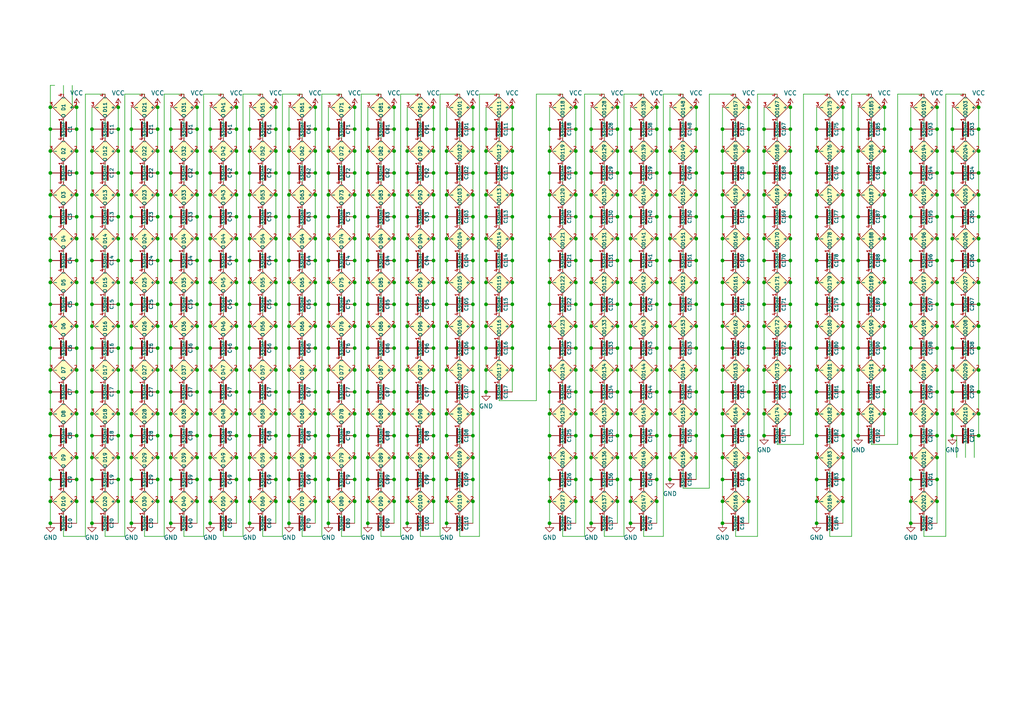
<source format=kicad_sch>
(kicad_sch (version 20230121) (generator eeschema)
  (paper "A4")
  (title_block (title "LED ring coaster") (date "${DATE}") (rev "1") (comment 1 "@revk@toot.me.uk") (comment 2 "www.me.uk"))
  (junction (at 167.005 126.365))
  (junction (at 129.54 75.565))
  (junction (at 26.67 81.915))
  (junction (at 80.01 120.015))
  (junction (at 190.5 107.315))
  (junction (at 83.82 43.815))
  (junction (at 68.58 94.615))
  (junction (at 129.54 94.615))
  (junction (at 80.01 139.065))
  (junction (at 248.92 75.565))
  (junction (at 248.92 81.915))
  (junction (at 45.72 94.615))
  (junction (at 171.45 100.965))
  (junction (at 140.97 62.865))
  (junction (at 60.96 56.515))
  (junction (at 171.45 50.165))
  (junction (at 159.385 75.565))
  (junction (at 229.235 94.615))
  (junction (at 102.87 31.115))
  (junction (at 80.01 126.365))
  (junction (at 190.5 37.465))
  (junction (at 159.385 56.515))
  (junction (at 14.605 43.815))
  (junction (at 171.45 139.065))
  (junction (at 137.16 62.865))
  (junction (at 114.3 62.865))
  (junction (at 125.73 50.165))
  (junction (at 57.15 100.965))
  (junction (at 26.67 132.715))
  (junction (at 102.87 69.215))
  (junction (at 72.39 88.265))
  (junction (at 34.29 107.315))
  (junction (at 190.5 88.265))
  (junction (at 209.55 94.615))
  (junction (at 129.54 69.215))
  (junction (at 26.67 113.665))
  (junction (at 244.475 113.665))
  (junction (at 182.88 69.215))
  (junction (at 80.01 94.615))
  (junction (at 45.72 145.415))
  (junction (at 26.67 50.165))
  (junction (at 236.855 113.665))
  (junction (at 72.39 132.715))
  (junction (at 171.45 56.515))
  (junction (at 91.44 94.615))
  (junction (at 114.3 69.215))
  (junction (at 171.45 94.615))
  (junction (at 190.5 56.515))
  (junction (at 129.54 88.265))
  (junction (at 236.855 62.865))
  (junction (at 34.29 145.415))
  (junction (at 244.475 62.865))
  (junction (at 221.615 107.315))
  (junction (at 271.78 75.565))
  (junction (at 201.93 107.315))
  (junction (at 217.17 31.115))
  (junction (at 72.39 100.965))
  (junction (at 190.5 75.565))
  (junction (at 248.92 56.515))
  (junction (at 95.25 69.215))
  (junction (at 60.96 81.915))
  (junction (at 209.55 100.965))
  (junction (at 91.44 43.815))
  (junction (at 80.01 43.815))
  (junction (at 114.3 126.365))
  (junction (at 159.385 88.265))
  (junction (at 68.58 75.565))
  (junction (at 236.855 50.165))
  (junction (at 34.29 94.615))
  (junction (at 95.25 37.465))
  (junction (at 159.385 126.365))
  (junction (at 137.16 69.215))
  (junction (at 201.93 69.215))
  (junction (at 14.605 100.965))
  (junction (at 60.96 151.765))
  (junction (at 80.01 50.165))
  (junction (at 95.25 56.515))
  (junction (at 276.225 62.865))
  (junction (at 129.54 107.315))
  (junction (at 276.225 107.315))
  (junction (at 22.225 31.115))
  (junction (at 125.73 62.865))
  (junction (at 118.11 145.415))
  (junction (at 264.16 151.765))
  (junction (at 91.44 100.965))
  (junction (at 91.44 31.115))
  (junction (at 167.005 88.265))
  (junction (at 118.11 81.915))
  (junction (at 60.96 43.815))
  (junction (at 68.58 107.315))
  (junction (at 171.45 132.715))
  (junction (at 217.17 94.615))
  (junction (at 209.55 107.315))
  (junction (at 72.39 139.065))
  (junction (at 264.16 94.615))
  (junction (at 159.385 37.465))
  (junction (at 118.11 37.465))
  (junction (at 106.68 50.165))
  (junction (at 276.225 81.915))
  (junction (at 148.59 100.965))
  (junction (at 83.82 100.965))
  (junction (at 80.01 113.665))
  (junction (at 129.54 43.815))
  (junction (at 182.88 139.065))
  (junction (at 118.11 151.765))
  (junction (at 137.16 75.565))
  (junction (at 14.605 88.265))
  (junction (at 236.855 139.065))
  (junction (at 276.225 50.165))
  (junction (at 283.845 94.615))
  (junction (at 182.88 62.865))
  (junction (at 276.225 94.615))
  (junction (at 129.54 37.465))
  (junction (at 167.005 43.815))
  (junction (at 271.78 113.665))
  (junction (at 72.39 107.315))
  (junction (at 248.92 62.865))
  (junction (at 60.96 145.415))
  (junction (at 221.615 43.815))
  (junction (at 114.3 120.015))
  (junction (at 60.96 100.965))
  (junction (at 190.5 100.965))
  (junction (at 83.82 132.715))
  (junction (at 45.72 132.715))
  (junction (at 229.235 56.515))
  (junction (at 34.29 126.365))
  (junction (at 236.855 88.265))
  (junction (at 106.68 56.515))
  (junction (at 95.25 62.865))
  (junction (at 106.68 37.465))
  (junction (at 221.615 37.465))
  (junction (at 118.11 113.665))
  (junction (at 80.01 37.465))
  (junction (at 271.78 94.615))
  (junction (at 68.58 69.215))
  (junction (at 60.96 132.715))
  (junction (at 256.54 43.815))
  (junction (at 229.235 113.665))
  (junction (at 167.005 31.115))
  (junction (at 244.475 69.215))
  (junction (at 34.29 50.165))
  (junction (at 140.97 43.815))
  (junction (at 171.45 145.415))
  (junction (at 194.31 75.565))
  (junction (at 236.855 56.515))
  (junction (at 209.55 56.515))
  (junction (at 276.225 126.365))
  (junction (at 271.78 107.315))
  (junction (at 38.1 100.965))
  (junction (at 80.01 145.415))
  (junction (at 229.235 88.265))
  (junction (at 102.87 81.915))
  (junction (at 264.16 50.165))
  (junction (at 129.54 151.765))
  (junction (at 102.87 50.165))
  (junction (at 276.225 120.015))
  (junction (at 244.475 88.265))
  (junction (at 264.16 132.715))
  (junction (at 194.31 139.065))
  (junction (at 49.53 120.015))
  (junction (at 45.72 69.215))
  (junction (at 102.87 113.665))
  (junction (at 276.225 37.465))
  (junction (at 22.225 120.015))
  (junction (at 102.87 126.365))
  (junction (at 80.01 69.215))
  (junction (at 95.25 120.015))
  (junction (at 60.96 62.865))
  (junction (at 68.58 113.665))
  (junction (at 201.93 94.615))
  (junction (at 60.96 126.365))
  (junction (at 26.67 120.015))
  (junction (at 22.225 81.915))
  (junction (at 102.87 120.015))
  (junction (at 182.88 126.365))
  (junction (at 209.55 88.265))
  (junction (at 22.225 139.065))
  (junction (at 271.78 88.265))
  (junction (at 209.55 126.365))
  (junction (at 276.225 43.815))
  (junction (at 217.17 145.415))
  (junction (at 22.225 88.265))
  (junction (at 14.605 94.615))
  (junction (at 22.225 132.715))
  (junction (at 91.44 37.465))
  (junction (at 248.92 69.215))
  (junction (at 22.225 126.365))
  (junction (at 49.53 88.265))
  (junction (at 57.15 31.115))
  (junction (at 68.58 126.365))
  (junction (at 22.225 56.515))
  (junction (at 229.235 31.115))
  (junction (at 125.73 100.965))
  (junction (at 229.235 69.215))
  (junction (at 80.01 107.315))
  (junction (at 244.475 145.415))
  (junction (at 83.82 94.615))
  (junction (at 102.87 43.815))
  (junction (at 26.67 94.615))
  (junction (at 45.72 126.365))
  (junction (at 26.67 37.465))
  (junction (at 49.53 100.965))
  (junction (at 45.72 120.015))
  (junction (at 244.475 100.965))
  (junction (at 182.88 120.015))
  (junction (at 118.11 50.165))
  (junction (at 68.58 37.465))
  (junction (at 256.54 100.965))
  (junction (at 83.82 81.915))
  (junction (at 244.475 81.915))
  (junction (at 22.225 62.865))
  (junction (at 201.93 43.815))
  (junction (at 283.845 43.815))
  (junction (at 283.845 107.315))
  (junction (at 34.29 43.815))
  (junction (at 49.53 145.415))
  (junction (at 236.855 120.015))
  (junction (at 159.385 151.765))
  (junction (at 179.07 75.565))
  (junction (at 60.96 120.015))
  (junction (at 271.78 100.965))
  (junction (at 209.55 75.565))
  (junction (at 114.3 94.615))
  (junction (at 271.78 81.915))
  (junction (at 14.605 107.315))
  (junction (at 129.54 62.865))
  (junction (at 171.45 151.765))
  (junction (at 60.96 113.665))
  (junction (at 91.44 132.715))
  (junction (at 221.615 126.365))
  (junction (at 179.07 37.465))
  (junction (at 137.16 120.015))
  (junction (at 276.225 88.265))
  (junction (at 244.475 31.115))
  (junction (at 49.53 132.715))
  (junction (at 182.88 113.665))
  (junction (at 95.25 88.265))
  (junction (at 171.45 43.815))
  (junction (at 137.16 88.265))
  (junction (at 118.11 100.965))
  (junction (at 72.39 56.515))
  (junction (at 49.53 126.365))
  (junction (at 229.235 120.015))
  (junction (at 26.67 88.265))
  (junction (at 271.78 120.015))
  (junction (at 256.54 88.265))
  (junction (at 45.72 62.865))
  (junction (at 276.225 69.215))
  (junction (at 57.15 120.015))
  (junction (at 118.11 88.265))
  (junction (at 125.73 132.715))
  (junction (at 137.16 50.165))
  (junction (at 125.73 145.415))
  (junction (at 148.59 88.265))
  (junction (at 91.44 88.265))
  (junction (at 38.1 151.765))
  (junction (at 264.16 126.365))
  (junction (at 114.3 113.665))
  (junction (at 60.96 69.215))
  (junction (at 217.17 81.915))
  (junction (at 34.29 37.465))
  (junction (at 201.93 120.015))
  (junction (at 190.5 43.815))
  (junction (at 91.44 69.215))
  (junction (at 34.29 62.865))
  (junction (at 14.605 126.365))
  (junction (at 38.1 126.365))
  (junction (at 182.88 75.565))
  (junction (at 137.16 81.915))
  (junction (at 201.93 100.965))
  (junction (at 179.07 113.665))
  (junction (at 57.15 126.365))
  (junction (at 125.73 81.915))
  (junction (at 91.44 126.365))
  (junction (at 34.29 100.965))
  (junction (at 276.225 56.515))
  (junction (at 45.72 43.815))
  (junction (at 38.1 88.265))
  (junction (at 248.92 43.815))
  (junction (at 72.39 126.365))
  (junction (at 148.59 31.115))
  (junction (at 194.31 107.315))
  (junction (at 91.44 62.865))
  (junction (at 49.53 151.765))
  (junction (at 114.3 31.115))
  (junction (at 34.29 31.115))
  (junction (at 159.385 94.615))
  (junction (at 201.93 113.665))
  (junction (at 129.54 145.415))
  (junction (at 83.82 56.515))
  (junction (at 106.68 139.065))
  (junction (at 182.88 145.415))
  (junction (at 129.54 56.515))
  (junction (at 221.615 88.265))
  (junction (at 179.07 120.015))
  (junction (at 45.72 56.515))
  (junction (at 217.17 107.315))
  (junction (at 190.5 69.215))
  (junction (at 271.78 126.365))
  (junction (at 68.58 88.265))
  (junction (at 159.385 69.215))
  (junction (at 106.68 100.965))
  (junction (at 102.87 107.315))
  (junction (at 83.82 37.465))
  (junction (at 209.55 139.065))
  (junction (at 57.15 88.265))
  (junction (at 182.88 107.315))
  (junction (at 209.55 120.015))
  (junction (at 244.475 56.515))
  (junction (at 45.72 88.265))
  (junction (at 137.16 107.315))
  (junction (at 57.15 113.665))
  (junction (at 256.54 56.515))
  (junction (at 159.385 62.865))
  (junction (at 190.5 113.665))
  (junction (at 229.235 37.465))
  (junction (at 248.92 50.165))
  (junction (at 217.17 132.715))
  (junction (at 179.07 145.415))
  (junction (at 95.25 75.565))
  (junction (at 129.54 126.365))
  (junction (at 57.15 37.465))
  (junction (at 140.97 50.165))
  (junction (at 182.88 56.515))
  (junction (at 129.54 100.965))
  (junction (at 229.235 50.165))
  (junction (at 45.72 31.115))
  (junction (at 264.16 107.315))
  (junction (at 179.07 43.815))
  (junction (at 118.11 107.315))
  (junction (at 159.385 145.415))
  (junction (at 118.11 69.215))
  (junction (at 38.1 107.315))
  (junction (at 194.31 62.865))
  (junction (at 201.93 37.465))
  (junction (at 34.29 113.665))
  (junction (at 57.15 132.715))
  (junction (at 256.54 50.165))
  (junction (at 148.59 81.915))
  (junction (at 118.11 56.515))
  (junction (at 34.29 75.565))
  (junction (at 38.1 120.015))
  (junction (at 91.44 75.565))
  (junction (at 217.17 56.515))
  (junction (at 264.16 56.515))
  (junction (at 179.07 100.965))
  (junction (at 49.53 37.465))
  (junction (at 283.845 120.015))
  (junction (at 256.54 81.915))
  (junction (at 102.87 88.265))
  (junction (at 194.31 56.515))
  (junction (at 217.17 69.215))
  (junction (at 148.59 75.565))
  (junction (at 83.82 50.165))
  (junction (at 114.3 43.815))
  (junction (at 159.385 50.165))
  (junction (at 229.235 100.965))
  (junction (at 22.225 145.415))
  (junction (at 91.44 107.315))
  (junction (at 217.17 50.165))
  (junction (at 83.82 126.365))
  (junction (at 256.54 69.215))
  (junction (at 106.68 126.365))
  (junction (at 209.55 145.415))
  (junction (at 209.55 43.815))
  (junction (at 137.16 37.465))
  (junction (at 38.1 132.715))
  (junction (at 190.5 145.415))
  (junction (at 22.225 94.615))
  (junction (at 148.59 69.215))
  (junction (at 14.605 151.765))
  (junction (at 106.68 88.265))
  (junction (at 209.55 151.765))
  (junction (at 148.59 94.615))
  (junction (at 34.29 88.265))
  (junction (at 45.72 37.465))
  (junction (at 129.54 120.015))
  (junction (at 221.615 62.865))
  (junction (at 248.92 107.315))
  (junction (at 129.54 50.165))
  (junction (at 68.58 31.115))
  (junction (at 179.07 132.715))
  (junction (at 167.005 94.615))
  (junction (at 102.87 139.065))
  (junction (at 182.88 43.815))
  (junction (at 137.16 94.615))
  (junction (at 95.25 43.815))
  (junction (at 283.845 31.115))
  (junction (at 201.93 62.865))
  (junction (at 91.44 145.415))
  (junction (at 102.87 56.515))
  (junction (at 114.3 132.715))
  (junction (at 26.67 126.365))
  (junction (at 244.475 139.065))
  (junction (at 221.615 81.915))
  (junction (at 95.25 81.915))
  (junction (at 118.11 139.065))
  (junction (at 125.73 107.315))
  (junction (at 194.31 126.365))
  (junction (at 236.855 75.565))
  (junction (at 190.5 126.365))
  (junction (at 125.73 69.215))
  (junction (at 209.55 62.865))
  (junction (at 140.97 81.915))
  (junction (at 271.78 50.165))
  (junction (at 244.475 120.015))
  (junction (at 114.3 50.165))
  (junction (at 38.1 69.215))
  (junction (at 45.72 50.165))
  (junction (at 60.96 94.615))
  (junction (at 283.845 50.165))
  (junction (at 229.235 81.915))
  (junction (at 182.88 94.615))
  (junction (at 22.225 100.965))
  (junction (at 179.07 69.215))
  (junction (at 190.5 94.615))
  (junction (at 14.605 37.465))
  (junction (at 244.475 94.615))
  (junction (at 248.92 94.615))
  (junction (at 194.31 37.465))
  (junction (at 125.73 120.015))
  (junction (at 49.53 62.865))
  (junction (at 118.11 43.815))
  (junction (at 14.605 81.915))
  (junction (at 14.605 75.565))
  (junction (at 229.235 43.815))
  (junction (at 106.68 151.765))
  (junction (at 190.5 62.865))
  (junction (at 167.005 75.565))
  (junction (at 38.1 81.915))
  (junction (at 57.15 107.315))
  (junction (at 34.29 69.215))
  (junction (at 80.01 56.515))
  (junction (at 68.58 132.715))
  (junction (at 159.385 81.915))
  (junction (at 72.39 113.665))
  (junction (at 244.475 132.715))
  (junction (at 49.53 94.615))
  (junction (at 194.31 69.215))
  (junction (at 167.005 145.415))
  (junction (at 171.45 126.365))
  (junction (at 217.17 113.665))
  (junction (at 256.54 120.015))
  (junction (at 201.93 75.565))
  (junction (at 264.16 43.815))
  (junction (at 38.1 50.165))
  (junction (at 264.16 145.415))
  (junction (at 271.78 43.815))
  (junction (at 91.44 113.665))
  (junction (at 95.25 113.665))
  (junction (at 34.29 139.065))
  (junction (at 22.225 75.565))
  (junction (at 190.5 120.015))
  (junction (at 201.93 81.915))
  (junction (at 171.45 120.015))
  (junction (at 45.72 113.665))
  (junction (at 167.005 100.965))
  (junction (at 159.385 107.315))
  (junction (at 106.68 120.015))
  (junction (at 129.54 81.915))
  (junction (at 140.97 107.315))
  (junction (at 179.07 56.515))
  (junction (at 26.67 43.815))
  (junction (at 137.16 139.065))
  (junction (at 129.54 132.715))
  (junction (at 283.845 56.515))
  (junction (at 68.58 139.065))
  (junction (at 171.45 88.265))
  (junction (at 14.605 139.065))
  (junction (at 159.385 132.715))
  (junction (at 148.59 43.815))
  (junction (at 91.44 120.015))
  (junction (at 236.855 69.215))
  (junction (at 167.005 107.315))
  (junction (at 118.11 132.715))
  (junction (at 148.59 62.865))
  (junction (at 22.225 69.215))
  (junction (at 194.31 43.815))
  (junction (at 264.16 75.565))
  (junction (at 256.54 94.615))
  (junction (at 201.93 126.365))
  (junction (at 57.15 139.065))
  (junction (at 221.615 75.565))
  (junction (at 26.67 107.315))
  (junction (at 194.31 132.715))
  (junction (at 91.44 139.065))
  (junction (at 60.96 50.165))
  (junction (at 49.53 139.065))
  (junction (at 14.605 31.115))
  (junction (at 201.93 88.265))
  (junction (at 264.16 37.465))
  (junction (at 95.25 107.315))
  (junction (at 14.605 113.665))
  (junction (at 148.59 37.465))
  (junction (at 114.3 139.065))
  (junction (at 72.39 81.915))
  (junction (at 167.005 50.165))
  (junction (at 114.3 37.465))
  (junction (at 283.845 113.665))
  (junction (at 45.72 100.965))
  (junction (at 57.15 145.415))
  (junction (at 236.855 151.765))
  (junction (at 179.07 50.165))
  (junction (at 68.58 120.015))
  (junction (at 217.17 37.465))
  (junction (at 283.845 69.215))
  (junction (at 106.68 94.615))
  (junction (at 167.005 132.715))
  (junction (at 125.73 113.665))
  (junction (at 229.235 107.315))
  (junction (at 125.73 94.615))
  (junction (at 95.25 100.965))
  (junction (at 137.16 43.815))
  (junction (at 125.73 31.115))
  (junction (at 102.87 37.465))
  (junction (at 45.72 81.915))
  (junction (at 57.15 62.865))
  (junction (at 95.25 145.415))
  (junction (at 57.15 56.515))
  (junction (at 167.005 62.865))
  (junction (at 244.475 43.815))
  (junction (at 159.385 139.065))
  (junction (at 209.55 81.915))
  (junction (at 159.385 120.015))
  (junction (at 236.855 37.465))
  (junction (at 256.54 75.565))
  (junction (at 14.605 62.865))
  (junction (at 125.73 75.565))
  (junction (at 95.25 50.165))
  (junction (at 114.3 81.915))
  (junction (at 38.1 75.565))
  (junction (at 264.16 100.965))
  (junction (at 236.855 107.315))
  (junction (at 83.82 145.415))
  (junction (at 283.845 75.565))
  (junction (at 72.39 75.565))
  (junction (at 49.53 107.315))
  (junction (at 171.45 62.865))
  (junction (at 182.88 132.715))
  (junction (at 80.01 81.915))
  (junction (at 49.53 113.665))
  (junction (at 26.67 100.965))
  (junction (at 102.87 100.965))
  (junction (at 95.25 139.065))
  (junction (at 106.68 43.815))
  (junction (at 118.11 120.015))
  (junction (at 283.845 81.915))
  (junction (at 209.55 50.165))
  (junction (at 34.29 120.015))
  (junction (at 167.005 81.915))
  (junction (at 49.53 69.215))
  (junction (at 217.17 62.865))
  (junction (at 229.235 62.865))
  (junction (at 60.96 37.465))
  (junction (at 22.225 50.165))
  (junction (at 72.39 50.165))
  (junction (at 209.55 132.715))
  (junction (at 221.615 69.215))
  (junction (at 229.235 75.565))
  (junction (at 137.16 145.415))
  (junction (at 102.87 145.415))
  (junction (at 167.005 120.015))
  (junction (at 49.53 75.565))
  (junction (at 271.78 31.115))
  (junction (at 167.005 113.665))
  (junction (at 236.855 145.415))
  (junction (at 221.615 120.015))
  (junction (at 209.55 37.465))
  (junction (at 244.475 75.565))
  (junction (at 22.225 43.815))
  (junction (at 236.855 81.915))
  (junction (at 72.39 151.765))
  (junction (at 264.16 113.665))
  (junction (at 83.82 62.865))
  (junction (at 244.475 37.465))
  (junction (at 72.39 145.415))
  (junction (at 125.73 126.365))
  (junction (at 140.97 88.265))
  (junction (at 167.005 69.215))
  (junction (at 201.93 56.515))
  (junction (at 182.88 100.965))
  (junction (at 60.96 88.265))
  (junction (at 276.225 100.965))
  (junction (at 248.92 88.265))
  (junction (at 38.1 56.515))
  (junction (at 209.55 113.665))
  (junction (at 49.53 50.165))
  (junction (at 95.25 132.715))
  (junction (at 148.59 56.515))
  (junction (at 57.15 81.915))
  (junction (at 171.45 69.215))
  (junction (at 194.31 94.615))
  (junction (at 137.16 132.715))
  (junction (at 80.01 75.565))
  (junction (at 106.68 81.915))
  (junction (at 80.01 100.965))
  (junction (at 276.225 75.565))
  (junction (at 248.92 100.965))
  (junction (at 118.11 94.615))
  (junction (at 140.97 56.515))
  (junction (at 217.17 126.365))
  (junction (at 221.615 94.615))
  (junction (at 194.31 100.965))
  (junction (at 179.07 31.115))
  (junction (at 171.45 113.665))
  (junction (at 95.25 126.365))
  (junction (at 38.1 145.415))
  (junction (at 167.005 139.065))
  (junction (at 14.605 56.515))
  (junction (at 49.53 56.515))
  (junction (at 248.92 120.015))
  (junction (at 80.01 62.865))
  (junction (at 125.73 43.815))
  (junction (at 244.475 107.315))
  (junction (at 72.39 94.615))
  (junction (at 38.1 139.065))
  (junction (at 102.87 94.615))
  (junction (at 201.93 132.715))
  (junction (at 80.01 88.265))
  (junction (at 209.55 69.215))
  (junction (at 159.385 113.665))
  (junction (at 125.73 88.265))
  (junction (at 171.45 75.565))
  (junction (at 57.15 75.565))
  (junction (at 182.88 151.765))
  (junction (at 26.67 75.565))
  (junction (at 159.385 43.815))
  (junction (at 179.07 81.915))
  (junction (at 125.73 37.465))
  (junction (at 190.5 139.065))
  (junction (at 256.54 107.315))
  (junction (at 140.97 100.965))
  (junction (at 171.45 81.915))
  (junction (at 49.53 81.915))
  (junction (at 129.54 139.065))
  (junction (at 137.16 113.665))
  (junction (at 194.31 113.665))
  (junction (at 248.92 37.465))
  (junction (at 129.54 113.665))
  (junction (at 114.3 100.965))
  (junction (at 171.45 37.465))
  (junction (at 72.39 37.465))
  (junction (at 26.67 56.515))
  (junction (at 217.17 88.265))
  (junction (at 271.78 69.215))
  (junction (at 72.39 69.215))
  (junction (at 34.29 132.715))
  (junction (at 140.97 69.215))
  (junction (at 83.82 107.315))
  (junction (at 22.225 107.315))
  (junction (at 137.16 126.365))
  (junction (at 83.82 120.015))
  (junction (at 190.5 50.165))
  (junction (at 60.96 139.065))
  (junction (at 264.16 139.065))
  (junction (at 217.17 100.965))
  (junction (at 102.87 132.715))
  (junction (at 256.54 37.465))
  (junction (at 118.11 75.565))
  (junction (at 106.68 132.715))
  (junction (at 106.68 62.865))
  (junction (at 80.01 31.115))
  (junction (at 106.68 145.415))
  (junction (at 264.16 88.265))
  (junction (at 140.97 75.565))
  (junction (at 137.16 100.965))
  (junction (at 26.67 151.765))
  (junction (at 236.855 43.815))
  (junction (at 45.72 139.065))
  (junction (at 179.07 94.615))
  (junction (at 194.31 88.265))
  (junction (at 14.605 132.715))
  (junction (at 91.44 50.165))
  (junction (at 118.11 126.365))
  (junction (at 14.605 50.165))
  (junction (at 118.11 62.865))
  (junction (at 264.16 69.215))
  (junction (at 217.17 139.065))
  (junction (at 38.1 43.815))
  (junction (at 167.005 37.465))
  (junction (at 57.15 50.165))
  (junction (at 38.1 94.615))
  (junction (at 60.96 107.315))
  (junction (at 283.845 88.265))
  (junction (at 83.82 113.665))
  (junction (at 236.855 100.965))
  (junction (at 179.07 139.065))
  (junction (at 68.58 43.815))
  (junction (at 57.15 69.215))
  (junction (at 57.15 43.815))
  (junction (at 179.07 88.265))
  (junction (at 45.72 107.315))
  (junction (at 194.31 120.015))
  (junction (at 194.31 50.165))
  (junction (at 26.67 139.065))
  (junction (at 125.73 56.515))
  (junction (at 72.39 43.815))
  (junction (at 271.78 139.065))
  (junction (at 264.16 81.915))
  (junction (at 236.855 132.715))
  (junction (at 102.87 75.565))
  (junction (at 106.68 69.215))
  (junction (at 179.07 126.365))
  (junction (at 95.25 151.765))
  (junction (at 221.615 100.965))
  (junction (at 14.605 69.215))
  (junction (at 194.31 81.915))
  (junction (at 34.29 56.515))
  (junction (at 114.3 75.565))
  (junction (at 148.59 107.315))
  (junction (at 244.475 50.165))
  (junction (at 190.5 132.715))
  (junction (at 283.845 126.365))
  (junction (at 271.78 56.515))
  (junction (at 201.93 50.165))
  (junction (at 38.1 62.865))
  (junction (at 201.93 31.115))
  (junction (at 271.78 62.865))
  (junction (at 140.97 113.665))
  (junction (at 38.1 113.665))
  (junction (at 38.1 37.465))
  (junction (at 271.78 37.465))
  (junction (at 179.07 62.865))
  (junction (at 182.88 50.165))
  (junction (at 91.44 81.915))
  (junction (at 148.59 50.165))
  (junction (at 68.58 145.415))
  (junction (at 264.16 62.865))
  (junction (at 283.845 37.465))
  (junction (at 125.73 139.065))
  (junction (at 49.53 43.815))
  (junction (at 221.615 56.515))
  (junction (at 271.78 132.715))
  (junction (at 256.54 62.865))
  (junction (at 34.29 81.915))
  (junction (at 140.97 37.465))
  (junction (at 221.615 50.165))
  (junction (at 91.44 56.515))
  (junction (at 83.82 69.215))
  (junction (at 95.25 94.615))
  (junction (at 106.68 107.315))
  (junction (at 26.67 69.215))
  (junction (at 236.855 94.615))
  (junction (at 72.39 62.865))
  (junction (at 72.39 120.015))
  (junction (at 236.855 126.365))
  (junction (at 221.615 113.665))
  (junction (at 26.67 145.415))
  (junction (at 256.54 31.115))
  (junction (at 14.605 120.015))
  (junction (at 68.58 62.865))
  (junction (at 283.845 62.865))
  (junction (at 182.88 37.465))
  (junction (at 244.475 126.365))
  (junction (at 68.58 56.515))
  (junction (at 114.3 88.265))
  (junction (at 248.92 113.665))
  (junction (at 83.82 88.265))
  (junction (at 83.82 151.765))
  (junction (at 83.82 139.065))
  (junction (at 256.54 113.665))
  (junction (at 68.58 81.915))
  (junction (at 114.3 56.515))
  (junction (at 80.01 132.715))
  (junction (at 68.58 100.965))
  (junction (at 106.68 113.665))
  (junction (at 190.5 81.915))
  (junction (at 217.17 120.015))
  (junction (at 106.68 75.565))
  (junction (at 182.88 81.915))
  (junction (at 271.78 145.415))
  (junction (at 114.3 145.415))
  (junction (at 167.005 56.515))
  (junction (at 217.17 43.815))
  (junction (at 159.385 100.965))
  (junction (at 114.3 107.315))
  (junction (at 171.45 107.315))
  (junction (at 14.605 145.415))
  (junction (at 60.96 75.565))
  (junction (at 45.72 75.565))
  (junction (at 182.88 88.265))
  (junction (at 137.16 31.115))
  (junction (at 26.67 62.865))
  (junction (at 57.15 94.615))
  (junction (at 83.82 75.565))
  (junction (at 276.225 113.665))
  (junction (at 102.87 62.865))
  (junction (at 22.225 37.465))
  (junction (at 283.845 100.965))
  (junction (at 217.17 75.565))
  (junction (at 248.92 126.365))
  (junction (at 190.5 31.115))
  (junction (at 264.16 120.015))
  (junction (at 140.97 94.615))
  (junction (at 22.225 113.665))
  (junction (at 68.58 50.165))
  (junction (at 137.16 56.515))
  (junction (at 179.07 107.315))
  (wire (pts (xy 14.605 126.365) (xy 14.605 132.715)))
  (wire (pts (xy 102.87 145.415) (xy 102.87 151.765)))
  (wire (pts (xy 80.01 31.115) (xy 80.01 37.465)))
  (wire (pts (xy 252.73 111.125) (xy 252.73 116.205)))
  (wire (pts (xy 182.88 81.915) (xy 182.88 88.265)))
  (wire (pts (xy 121.92 149.225) (xy 121.92 155.575)))
  (wire (pts (xy 137.16 107.315) (xy 137.16 113.665)))
  (wire (pts (xy 125.73 69.215) (xy 125.73 75.565)))
  (wire (pts (xy 129.54 139.065) (xy 129.54 145.415)))
  (wire (pts (xy 118.11 56.515) (xy 118.11 62.865)))
  (wire (pts (xy 247.015 155.575) (xy 240.665 155.575)))
  (wire (pts (xy 137.16 132.715) (xy 137.16 139.065)))
  (wire (pts (xy 30.48 98.425) (xy 30.48 103.505)))
  (wire (pts (xy 144.78 98.425) (xy 144.78 103.505)))
  (wire (pts (xy 129.54 145.415) (xy 129.54 151.765)))
  (wire (pts (xy 15.875 24.765) (xy 14.605 24.765)))
  (wire (pts (xy 248.92 120.015) (xy 248.92 126.365)))
  (wire (pts (xy 219.71 27.305) (xy 219.71 155.575)))
  (wire (pts (xy 140.97 31.115) (xy 140.97 37.465)))
  (wire (pts (xy 95.25 120.015) (xy 95.25 126.365)))
  (wire (pts (xy 60.96 31.115) (xy 60.96 37.465)))
  (wire (pts (xy 95.25 145.415) (xy 95.25 151.765)))
  (wire (pts (xy 26.67 81.915) (xy 26.67 88.265)))
  (wire (pts (xy 49.53 31.115) (xy 49.53 37.465)))
  (wire (pts (xy 121.92 98.425) (xy 121.92 103.505)))
  (wire (pts (xy 22.225 56.515) (xy 22.225 62.865)))
  (wire (pts (xy 264.16 75.565) (xy 264.16 81.915)))
  (wire (pts (xy 38.1 120.015) (xy 38.1 126.365)))
  (wire (pts (xy 106.68 126.365) (xy 106.68 132.715)))
  (wire (pts (xy 129.54 126.365) (xy 129.54 132.715)))
  (wire (pts (xy 57.15 81.915) (xy 57.15 88.265)))
  (wire (pts (xy 95.25 100.965) (xy 95.25 107.315)))
  (wire (pts (xy 163.195 85.725) (xy 163.195 90.805)))
  (wire (pts (xy 106.68 69.215) (xy 106.68 75.565)))
  (wire (pts (xy 213.36 47.625) (xy 213.36 52.705)))
  (wire (pts (xy 159.385 126.365) (xy 159.385 132.715)))
  (wire (pts (xy 106.68 94.615) (xy 106.68 100.965)))
  (wire (pts (xy 60.96 139.065) (xy 60.96 145.415)))
  (wire (pts (xy 283.845 69.215) (xy 283.845 75.565)))
  (wire (pts (xy 76.2 34.925) (xy 76.2 40.005)))
  (wire (pts (xy 244.475 107.315) (xy 244.475 113.665)))
  (wire (pts (xy 217.17 56.515) (xy 217.17 62.865)))
  (wire (pts (xy 60.96 75.565) (xy 60.96 81.915)))
  (wire (pts (xy 26.67 100.965) (xy 26.67 107.315)))
  (wire (pts (xy 229.235 113.665) (xy 229.235 120.015)))
  (wire (pts (xy 129.54 120.015) (xy 129.54 126.365)))
  (wire (pts (xy 155.575 116.205) (xy 155.575 27.305)))
  (wire (pts (xy 45.72 69.215) (xy 45.72 75.565)))
  (wire (pts (xy 229.235 56.515) (xy 229.235 62.865)))
  (wire (pts (xy 118.11 139.065) (xy 118.11 145.415)))
  (wire (pts (xy 133.35 149.225) (xy 133.35 155.575)))
  (wire (pts (xy 194.31 120.015) (xy 194.31 126.365)))
  (wire (pts (xy 244.475 69.215) (xy 244.475 75.565)))
  (wire (pts (xy 38.1 94.615) (xy 38.1 100.965)))
  (wire (pts (xy 276.225 75.565) (xy 276.225 81.915)))
  (wire (pts (xy 22.225 139.065) (xy 22.225 145.415)))
  (wire (pts (xy 209.55 139.065) (xy 209.55 145.415)))
  (wire (pts (xy 83.82 145.415) (xy 83.82 151.765)))
  (wire (pts (xy 213.36 111.125) (xy 213.36 116.205)))
  (wire (pts (xy 20.955 24.765) (xy 20.955 31.115)))
  (wire (pts (xy 106.68 31.115) (xy 106.68 37.465)))
  (wire (pts (xy 45.72 100.965) (xy 45.72 107.315)))
  (wire (pts (xy 271.78 139.065) (xy 271.78 145.415)))
  (wire (pts (xy 271.78 88.265) (xy 271.78 94.615)))
  (wire (pts (xy 256.54 50.165) (xy 256.54 56.515)))
  (wire (pts (xy 213.36 73.025) (xy 213.36 78.105)))
  (wire (pts (xy 129.54 69.215) (xy 129.54 75.565)))
  (wire (pts (xy 140.97 88.265) (xy 140.97 94.615)))
  (wire (pts (xy 144.78 85.725) (xy 144.78 90.805)))
  (wire (pts (xy 121.92 73.025) (xy 121.92 78.105)))
  (wire (pts (xy 80.01 37.465) (xy 80.01 43.815)))
  (wire (pts (xy 125.73 56.515) (xy 125.73 62.865)))
  (wire (pts (xy 190.5 126.365) (xy 190.5 132.715)))
  (wire (pts (xy 148.59 100.965) (xy 148.59 107.315)))
  (wire (pts (xy 159.385 145.415) (xy 159.385 151.765)))
  (wire (pts (xy 182.88 100.965) (xy 182.88 107.315)))
  (wire (pts (xy 201.93 126.365) (xy 201.93 132.715)))
  (wire (pts (xy 72.39 113.665) (xy 72.39 120.015)))
  (wire (pts (xy 201.93 43.815) (xy 201.93 50.165)))
  (wire (pts (xy 182.88 107.315) (xy 182.88 113.665)))
  (wire (pts (xy 247.015 27.305) (xy 252.73 27.305)))
  (wire (pts (xy 41.91 111.125) (xy 41.91 116.205)))
  (wire (pts (xy 221.615 94.615) (xy 221.615 100.965)))
  (wire (pts (xy 70.485 27.305) (xy 70.485 155.575)))
  (wire (pts (xy 267.97 47.625) (xy 267.97 52.705)))
  (wire (pts (xy 49.53 75.565) (xy 49.53 81.915)))
  (wire (pts (xy 283.845 88.265) (xy 283.845 94.615)))
  (wire (pts (xy 87.63 111.125) (xy 87.63 116.205)))
  (wire (pts (xy 137.16 100.965) (xy 137.16 107.315)))
  (wire (pts (xy 87.63 34.925) (xy 87.63 40.005)))
  (wire (pts (xy 99.06 73.025) (xy 99.06 78.105)))
  (wire (pts (xy 276.225 100.965) (xy 276.225 107.315)))
  (wire (pts (xy 53.34 123.825) (xy 53.34 128.905)))
  (wire (pts (xy 244.475 120.015) (xy 244.475 126.365)))
  (wire (pts (xy 252.73 34.925) (xy 252.73 40.005)))
  (wire (pts (xy 64.77 136.525) (xy 64.77 141.605)))
  (wire (pts (xy 64.77 111.125) (xy 64.77 116.205)))
  (wire (pts (xy 240.665 136.525) (xy 240.665 141.605)))
  (wire (pts (xy 229.235 50.165) (xy 229.235 56.515)))
  (wire (pts (xy 60.96 50.165) (xy 60.96 56.515)))
  (wire (pts (xy 264.16 94.615) (xy 264.16 100.965)))
  (wire (pts (xy 144.78 34.925) (xy 144.78 40.005)))
  (wire (pts (xy 41.91 27.305) (xy 36.195 27.305)))
  (wire (pts (xy 91.44 62.865) (xy 91.44 69.215)))
  (wire (pts (xy 99.06 111.125) (xy 99.06 116.205)))
  (wire (pts (xy 14.605 24.765) (xy 14.605 31.115)))
  (wire (pts (xy 221.615 120.015) (xy 221.615 126.365)))
  (wire (pts (xy 110.49 73.025) (xy 110.49 78.105)))
  (wire (pts (xy 209.55 50.165) (xy 209.55 56.515)))
  (wire (pts (xy 194.31 31.115) (xy 194.31 37.465)))
  (wire (pts (xy 49.53 139.065) (xy 49.53 145.415)))
  (wire (pts (xy 217.17 132.715) (xy 217.17 139.065)))
  (wire (pts (xy 93.345 27.305) (xy 93.345 155.575)))
  (wire (pts (xy 171.45 56.515) (xy 171.45 62.865)))
  (wire (pts (xy 201.93 31.115) (xy 201.93 37.465)))
  (wire (pts (xy 137.16 56.515) (xy 137.16 62.865)))
  (wire (pts (xy 194.31 113.665) (xy 194.31 120.015)))
  (wire (pts (xy 213.36 27.305) (xy 205.74 27.305)))
  (wire (pts (xy 148.59 88.265) (xy 148.59 94.615)))
  (wire (pts (xy 236.855 81.915) (xy 236.855 88.265)))
  (wire (pts (xy 72.39 31.115) (xy 72.39 37.465)))
  (wire (pts (xy 182.88 132.715) (xy 182.88 139.065)))
  (wire (pts (xy 190.5 120.015) (xy 190.5 126.365)))
  (wire (pts (xy 171.45 69.215) (xy 171.45 75.565)))
  (wire (pts (xy 106.68 107.315) (xy 106.68 113.665)))
  (wire (pts (xy 106.68 50.165) (xy 106.68 56.515)))
  (wire (pts (xy 18.415 85.725) (xy 18.415 90.805)))
  (wire (pts (xy 221.615 81.915) (xy 221.615 88.265)))
  (wire (pts (xy 229.235 37.465) (xy 229.235 43.815)))
  (wire (pts (xy 236.855 31.115) (xy 236.855 37.465)))
  (wire (pts (xy 125.73 100.965) (xy 125.73 107.315)))
  (wire (pts (xy 209.55 75.565) (xy 209.55 81.915)))
  (wire (pts (xy 118.11 81.915) (xy 118.11 88.265)))
  (wire (pts (xy 244.475 94.615) (xy 244.475 100.965)))
  (wire (pts (xy 64.77 85.725) (xy 64.77 90.805)))
  (wire (pts (xy 64.77 98.425) (xy 64.77 103.505)))
  (wire (pts (xy 213.36 98.425) (xy 213.36 103.505)))
  (wire (pts (xy 34.29 43.815) (xy 34.29 50.165)))
  (wire (pts (xy 167.005 62.865) (xy 167.005 69.215)))
  (wire (pts (xy 102.87 69.215) (xy 102.87 75.565)))
  (wire (pts (xy 57.15 75.565) (xy 57.15 81.915)))
  (wire (pts (xy 99.06 34.925) (xy 99.06 40.005)))
  (wire (pts (xy 137.16 75.565) (xy 137.16 81.915)))
  (wire (pts (xy 264.16 145.415) (xy 264.16 151.765)))
  (wire (pts (xy 110.49 149.225) (xy 110.49 155.575)))
  (wire (pts (xy 41.91 149.225) (xy 41.91 155.575)))
  (wire (pts (xy 80.01 43.815) (xy 80.01 50.165)))
  (wire (pts (xy 91.44 50.165) (xy 91.44 56.515)))
  (wire (pts (xy 248.92 81.915) (xy 248.92 88.265)))
  (wire (pts (xy 137.16 120.015) (xy 137.16 126.365)))
  (wire (pts (xy 248.92 50.165) (xy 248.92 56.515)))
  (wire (pts (xy 72.39 132.715) (xy 72.39 139.065)))
  (wire (pts (xy 57.15 100.965) (xy 57.15 107.315)))
  (wire (pts (xy 49.53 120.015) (xy 49.53 126.365)))
  (wire (pts (xy 190.5 100.965) (xy 190.5 107.315)))
  (wire (pts (xy 148.59 62.865) (xy 148.59 69.215)))
  (wire (pts (xy 264.16 81.915) (xy 264.16 88.265)))
  (wire (pts (xy 144.78 116.205) (xy 155.575 116.205)))
  (wire (pts (xy 102.87 132.715) (xy 102.87 139.065)))
  (wire (pts (xy 45.72 56.515) (xy 45.72 62.865)))
  (wire (pts (xy 221.615 113.665) (xy 221.615 120.015)))
  (wire (pts (xy 271.78 94.615) (xy 271.78 100.965)))
  (wire (pts (xy 76.2 149.225) (xy 76.2 155.575)))
  (wire (pts (xy 217.17 145.415) (xy 217.17 151.765)))
  (wire (pts (xy 256.54 43.815) (xy 256.54 50.165)))
  (wire (pts (xy 182.88 113.665) (xy 182.88 120.015)))
  (wire (pts (xy 175.26 85.725) (xy 175.26 90.805)))
  (wire (pts (xy 209.55 88.265) (xy 209.55 94.615)))
  (wire (pts (xy 45.72 88.265) (xy 45.72 94.615)))
  (wire (pts (xy 38.1 31.115) (xy 38.1 37.465)))
  (wire (pts (xy 80.01 56.515) (xy 80.01 62.865)))
  (wire (pts (xy 38.1 56.515) (xy 38.1 62.865)))
  (wire (pts (xy 217.17 75.565) (xy 217.17 81.915)))
  (wire (pts (xy 72.39 37.465) (xy 72.39 43.815)))
  (wire (pts (xy 95.25 94.615) (xy 95.25 100.965)))
  (wire (pts (xy 80.01 69.215) (xy 80.01 75.565)))
  (wire (pts (xy 179.07 107.315) (xy 179.07 113.665)))
  (wire (pts (xy 38.1 132.715) (xy 38.1 139.065)))
  (wire (pts (xy 34.29 56.515) (xy 34.29 62.865)))
  (wire (pts (xy 68.58 37.465) (xy 68.58 43.815)))
  (wire (pts (xy 276.225 37.465) (xy 276.225 43.815)))
  (wire (pts (xy 14.605 81.915) (xy 14.605 88.265)))
  (wire (pts (xy 14.605 113.665) (xy 14.605 120.015)))
  (wire (pts (xy 57.15 37.465) (xy 57.15 43.815)))
  (wire (pts (xy 99.06 136.525) (xy 99.06 141.605)))
  (wire (pts (xy 217.17 81.915) (xy 217.17 88.265)))
  (wire (pts (xy 264.16 120.015) (xy 264.16 126.365)))
  (wire (pts (xy 83.82 62.865) (xy 83.82 69.215)))
  (wire (pts (xy 133.35 27.305) (xy 127.635 27.305)))
  (wire (pts (xy 276.225 88.265) (xy 276.225 94.615)))
  (wire (pts (xy 267.97 60.325) (xy 267.97 65.405)))
  (wire (pts (xy 26.67 31.115) (xy 26.67 37.465)))
  (wire (pts (xy 72.39 62.865) (xy 72.39 69.215)))
  (wire (pts (xy 182.88 43.815) (xy 182.88 50.165)))
  (wire (pts (xy 159.385 113.665) (xy 159.385 120.015)))
  (wire (pts (xy 148.59 81.915) (xy 148.59 88.265)))
  (wire (pts (xy 118.11 43.815) (xy 118.11 50.165)))
  (wire (pts (xy 274.32 27.305) (xy 274.32 155.575)))
  (wire (pts (xy 139.065 27.305) (xy 139.065 155.575)))
  (wire (pts (xy 125.73 50.165) (xy 125.73 56.515)))
  (wire (pts (xy 140.97 43.815) (xy 140.97 50.165)))
  (wire (pts (xy 271.78 75.565) (xy 271.78 81.915)))
  (wire (pts (xy 114.3 126.365) (xy 114.3 132.715)))
  (wire (pts (xy 244.475 50.165) (xy 244.475 56.515)))
  (wire (pts (xy 36.195 27.305) (xy 36.195 155.575)))
  (wire (pts (xy 217.17 107.315) (xy 217.17 113.665)))
  (wire (pts (xy 225.425 73.025) (xy 225.425 78.105)))
  (wire (pts (xy 45.72 107.315) (xy 45.72 113.665)))
  (wire (pts (xy 190.5 43.815) (xy 190.5 50.165)))
  (wire (pts (xy 14.605 145.415) (xy 14.605 151.765)))
  (wire (pts (xy 133.35 111.125) (xy 133.35 116.205)))
  (wire (pts (xy 60.96 132.715) (xy 60.96 139.065)))
  (wire (pts (xy 18.415 60.325) (xy 18.415 65.405)))
  (wire (pts (xy 219.71 27.305) (xy 225.425 27.305)))
  (wire (pts (xy 118.11 126.365) (xy 118.11 132.715)))
  (wire (pts (xy 144.78 111.125) (xy 144.78 116.205)))
  (wire (pts (xy 190.5 132.715) (xy 190.5 139.065)))
  (wire (pts (xy 194.31 81.915) (xy 194.31 88.265)))
  (wire (pts (xy 68.58 81.915) (xy 68.58 88.265)))
  (wire (pts (xy 159.385 81.915) (xy 159.385 88.265)))
  (wire (pts (xy 72.39 107.315) (xy 72.39 113.665)))
  (wire (pts (xy 76.2 98.425) (xy 76.2 103.505)))
  (wire (pts (xy 34.29 69.215) (xy 34.29 75.565)))
  (wire (pts (xy 106.68 56.515) (xy 106.68 62.865)))
  (wire (pts (xy 129.54 50.165) (xy 129.54 56.515)))
  (wire (pts (xy 280.035 123.825) (xy 280.035 132.715)))
  (wire (pts (xy 22.225 113.665) (xy 22.225 120.015)))
  (wire (pts (xy 41.91 60.325) (xy 41.91 65.405)))
  (wire (pts (xy 201.93 37.465) (xy 201.93 43.815)))
  (wire (pts (xy 83.82 75.565) (xy 83.82 81.915)))
  (wire (pts (xy 194.31 37.465) (xy 194.31 43.815)))
  (wire (pts (xy 45.72 50.165) (xy 45.72 56.515)))
  (wire (pts (xy 30.48 111.125) (xy 30.48 116.205)))
  (wire (pts (xy 217.17 69.215) (xy 217.17 75.565)))
  (wire (pts (xy 198.12 136.525) (xy 198.12 141.605)))
  (wire (pts (xy 60.96 37.465) (xy 60.96 43.815)))
  (wire (pts (xy 276.225 56.515) (xy 276.225 62.865)))
  (wire (pts (xy 60.96 56.515) (xy 60.96 62.865)))
  (wire (pts (xy 169.545 155.575) (xy 163.195 155.575)))
  (wire (pts (xy 18.415 98.425) (xy 18.415 103.505)))
  (wire (pts (xy 45.72 43.815) (xy 45.72 50.165)))
  (wire (pts (xy 159.385 88.265) (xy 159.385 94.615)))
  (wire (pts (xy 30.48 47.625) (xy 30.48 52.705)))
  (wire (pts (xy 217.17 100.965) (xy 217.17 107.315)))
  (wire (pts (xy 102.87 107.315) (xy 102.87 113.665)))
  (wire (pts (xy 167.005 31.115) (xy 167.005 37.465)))
  (wire (pts (xy 244.475 100.965) (xy 244.475 107.315)))
  (wire (pts (xy 217.17 31.115) (xy 217.17 37.465)))
  (wire (pts (xy 129.54 107.315) (xy 129.54 113.665)))
  (wire (pts (xy 159.385 62.865) (xy 159.385 69.215)))
  (wire (pts (xy 45.72 94.615) (xy 45.72 100.965)))
  (wire (pts (xy 140.97 107.315) (xy 140.97 113.665)))
  (wire (pts (xy 236.855 75.565) (xy 236.855 81.915)))
  (wire (pts (xy 175.26 34.925) (xy 175.26 40.005)))
  (wire (pts (xy 182.88 139.065) (xy 182.88 145.415)))
  (wire (pts (xy 83.82 37.465) (xy 83.82 43.815)))
  (wire (pts (xy 125.73 126.365) (xy 125.73 132.715)))
  (wire (pts (xy 26.67 94.615) (xy 26.67 100.965)))
  (wire (pts (xy 167.005 120.015) (xy 167.005 126.365)))
  (wire (pts (xy 194.31 43.815) (xy 194.31 50.165)))
  (wire (pts (xy 225.425 123.825) (xy 225.425 128.905)))
  (wire (pts (xy 60.96 81.915) (xy 60.96 88.265)))
  (wire (pts (xy 125.73 62.865) (xy 125.73 69.215)))
  (wire (pts (xy 276.225 43.815) (xy 276.225 50.165)))
  (wire (pts (xy 248.92 107.315) (xy 248.92 113.665)))
  (wire (pts (xy 159.385 69.215) (xy 159.385 75.565)))
  (wire (pts (xy 80.01 145.415) (xy 80.01 151.765)))
  (wire (pts (xy 95.25 69.215) (xy 95.25 75.565)))
  (wire (pts (xy 244.475 81.915) (xy 244.475 88.265)))
  (wire (pts (xy 280.035 98.425) (xy 280.035 103.505)))
  (wire (pts (xy 72.39 120.015) (xy 72.39 126.365)))
  (wire (pts (xy 110.49 27.305) (xy 104.775 27.305)))
  (wire (pts (xy 194.31 94.615) (xy 194.31 100.965)))
  (wire (pts (xy 171.45 37.465) (xy 171.45 43.815)))
  (wire (pts (xy 14.605 56.515) (xy 14.605 62.865)))
  (wire (pts (xy 91.44 120.015) (xy 91.44 126.365)))
  (wire (pts (xy 179.07 145.415) (xy 179.07 151.765)))
  (wire (pts (xy 148.59 69.215) (xy 148.59 75.565)))
  (wire (pts (xy 264.16 50.165) (xy 264.16 56.515)))
  (wire (pts (xy 236.855 62.865) (xy 236.855 69.215)))
  (wire (pts (xy 114.3 88.265) (xy 114.3 94.615)))
  (wire (pts (xy 221.615 75.565) (xy 221.615 81.915)))
  (wire (pts (xy 137.16 50.165) (xy 137.16 56.515)))
  (wire (pts (xy 276.225 113.665) (xy 276.225 120.015)))
  (wire (pts (xy 91.44 56.515) (xy 91.44 62.865)))
  (wire (pts (xy 198.12 85.725) (xy 198.12 90.805)))
  (wire (pts (xy 167.005 139.065) (xy 167.005 145.415)))
  (wire (pts (xy 209.55 120.015) (xy 209.55 126.365)))
  (wire (pts (xy 110.49 123.825) (xy 110.49 128.905)))
  (wire (pts (xy 186.69 47.625) (xy 186.69 52.705)))
  (wire (pts (xy 198.12 73.025) (xy 198.12 78.105)))
  (wire (pts (xy 194.31 132.715) (xy 194.31 139.065)))
  (wire (pts (xy 14.605 88.265) (xy 14.605 94.615)))
  (wire (pts (xy 163.195 123.825) (xy 163.195 128.905)))
  (wire (pts (xy 163.195 47.625) (xy 163.195 52.705)))
  (wire (pts (xy 179.07 37.465) (xy 179.07 43.815)))
  (wire (pts (xy 271.78 50.165) (xy 271.78 56.515)))
  (wire (pts (xy 83.82 100.965) (xy 83.82 107.315)))
  (wire (pts (xy 125.73 107.315) (xy 125.73 113.665)))
  (wire (pts (xy 236.855 100.965) (xy 236.855 107.315)))
  (wire (pts (xy 57.15 139.065) (xy 57.15 145.415)))
  (wire (pts (xy 148.59 37.465) (xy 148.59 43.815)))
  (wire (pts (xy 271.78 120.015) (xy 271.78 126.365)))
  (wire (pts (xy 53.34 149.225) (xy 53.34 155.575)))
  (wire (pts (xy 267.97 27.305) (xy 260.35 27.305)))
  (wire (pts (xy 114.3 50.165) (xy 114.3 56.515)))
  (wire (pts (xy 252.73 123.825) (xy 252.73 128.905)))
  (wire (pts (xy 121.92 111.125) (xy 121.92 116.205)))
  (wire (pts (xy 83.82 132.715) (xy 83.82 139.065)))
  (wire (pts (xy 121.92 123.825) (xy 121.92 128.905)))
  (wire (pts (xy 182.88 69.215) (xy 182.88 75.565)))
  (wire (pts (xy 70.485 155.575) (xy 64.77 155.575)))
  (wire (pts (xy 118.11 75.565) (xy 118.11 81.915)))
  (wire (pts (xy 26.67 107.315) (xy 26.67 113.665)))
  (wire (pts (xy 91.44 94.615) (xy 91.44 100.965)))
  (wire (pts (xy 26.67 113.665) (xy 26.67 120.015)))
  (wire (pts (xy 76.2 60.325) (xy 76.2 65.405)))
  (wire (pts (xy 106.68 132.715) (xy 106.68 139.065)))
  (wire (pts (xy 283.845 94.615) (xy 283.845 100.965)))
  (wire (pts (xy 144.78 73.025) (xy 144.78 78.105)))
  (wire (pts (xy 125.73 81.915) (xy 125.73 88.265)))
  (wire (pts (xy 186.69 73.025) (xy 186.69 78.105)))
  (wire (pts (xy 201.93 75.565) (xy 201.93 81.915)))
  (wire (pts (xy 41.91 98.425) (xy 41.91 103.505)))
  (wire (pts (xy 133.35 98.425) (xy 133.35 103.505)))
  (wire (pts (xy 248.92 37.465) (xy 248.92 43.815)))
  (wire (pts (xy 221.615 37.465) (xy 221.615 43.815)))
  (wire (pts (xy 283.845 100.965) (xy 283.845 107.315)))
  (wire (pts (xy 53.34 73.025) (xy 53.34 78.105)))
  (wire (pts (xy 264.16 132.715) (xy 264.16 139.065)))
  (wire (pts (xy 198.12 98.425) (xy 198.12 103.505)))
  (wire (pts (xy 110.49 136.525) (xy 110.49 141.605)))
  (wire (pts (xy 163.195 155.575) (xy 163.195 149.225)))
  (wire (pts (xy 256.54 75.565) (xy 256.54 81.915)))
  (wire (pts (xy 201.93 50.165) (xy 201.93 56.515)))
  (wire (pts (xy 68.58 139.065) (xy 68.58 145.415)))
  (wire (pts (xy 38.1 69.215) (xy 38.1 75.565)))
  (wire (pts (xy 45.72 62.865) (xy 45.72 69.215)))
  (wire (pts (xy 179.07 94.615) (xy 179.07 100.965)))
  (wire (pts (xy 213.36 60.325) (xy 213.36 65.405)))
  (wire (pts (xy 68.58 69.215) (xy 68.58 75.565)))
  (wire (pts (xy 102.87 75.565) (xy 102.87 81.915)))
  (wire (pts (xy 72.39 145.415) (xy 72.39 151.765)))
  (wire (pts (xy 217.17 126.365) (xy 217.17 132.715)))
  (wire (pts (xy 18.415 123.825) (xy 18.415 128.905)))
  (wire (pts (xy 137.16 88.265) (xy 137.16 94.615)))
  (wire (pts (xy 264.16 113.665) (xy 264.16 120.015)))
  (wire (pts (xy 26.67 50.165) (xy 26.67 56.515)))
  (wire (pts (xy 114.3 69.215) (xy 114.3 75.565)))
  (wire (pts (xy 26.67 120.015) (xy 26.67 126.365)))
  (wire (pts (xy 49.53 81.915) (xy 49.53 88.265)))
  (wire (pts (xy 267.97 73.025) (xy 267.97 78.105)))
  (wire (pts (xy 95.25 107.315) (xy 95.25 113.665)))
  (wire (pts (xy 68.58 56.515) (xy 68.58 62.865)))
  (wire (pts (xy 26.67 62.865) (xy 26.67 69.215)))
  (wire (pts (xy 76.2 47.625) (xy 76.2 52.705)))
  (wire (pts (xy 276.225 50.165) (xy 276.225 56.515)))
  (wire (pts (xy 190.5 88.265) (xy 190.5 94.615)))
  (wire (pts (xy 34.29 31.115) (xy 34.29 37.465)))
  (wire (pts (xy 137.16 94.615) (xy 137.16 100.965)))
  (wire (pts (xy 34.29 126.365) (xy 34.29 132.715)))
  (wire (pts (xy 256.54 31.115) (xy 256.54 37.465)))
  (wire (pts (xy 22.225 81.915) (xy 22.225 88.265)))
  (wire (pts (xy 209.55 132.715) (xy 209.55 139.065)))
  (wire (pts (xy 34.29 75.565) (xy 34.29 81.915)))
  (wire (pts (xy 240.665 73.025) (xy 240.665 78.105)))
  (wire (pts (xy 45.72 75.565) (xy 45.72 81.915)))
  (wire (pts (xy 256.54 56.515) (xy 256.54 62.865)))
  (wire (pts (xy 283.845 120.015) (xy 283.845 126.365)))
  (wire (pts (xy 209.55 145.415) (xy 209.55 151.765)))
  (wire (pts (xy 271.78 113.665) (xy 271.78 120.015)))
  (wire (pts (xy 280.035 73.025) (xy 280.035 78.105)))
  (wire (pts (xy 209.55 81.915) (xy 209.55 88.265)))
  (wire (pts (xy 91.44 31.115) (xy 91.44 37.465)))
  (wire (pts (xy 68.58 50.165) (xy 68.58 56.515)))
  (wire (pts (xy 213.36 34.925) (xy 213.36 40.005)))
  (wire (pts (xy 106.68 145.415) (xy 106.68 151.765)))
  (wire (pts (xy 271.78 37.465) (xy 271.78 43.815)))
  (wire (pts (xy 194.31 56.515) (xy 194.31 62.865)))
  (wire (pts (xy 276.225 107.315) (xy 276.225 113.665)))
  (wire (pts (xy 167.005 126.365) (xy 167.005 132.715)))
  (wire (pts (xy 106.68 88.265) (xy 106.68 94.615)))
  (wire (pts (xy 38.1 100.965) (xy 38.1 107.315)))
  (wire (pts (xy 99.06 47.625) (xy 99.06 52.705)))
  (wire (pts (xy 80.01 126.365) (xy 80.01 132.715)))
  (wire (pts (xy 83.82 43.815) (xy 83.82 50.165)))
  (wire (pts (xy 182.88 94.615) (xy 182.88 100.965)))
  (wire (pts (xy 49.53 113.665) (xy 49.53 120.015)))
  (wire (pts (xy 72.39 81.915) (xy 72.39 88.265)))
  (wire (pts (xy 41.91 34.925) (xy 41.91 40.005)))
  (wire (pts (xy 30.48 123.825) (xy 30.48 128.905)))
  (wire (pts (xy 26.67 145.415) (xy 26.67 151.765)))
  (wire (pts (xy 190.5 94.615) (xy 190.5 100.965)))
  (wire (pts (xy 192.405 155.575) (xy 186.69 155.575)))
  (wire (pts (xy 118.11 113.665) (xy 118.11 120.015)))
  (wire (pts (xy 102.87 113.665) (xy 102.87 120.015)))
  (wire (pts (xy 95.25 126.365) (xy 95.25 132.715)))
  (wire (pts (xy 114.3 62.865) (xy 114.3 69.215)))
  (wire (pts (xy 140.97 100.965) (xy 140.97 107.315)))
  (wire (pts (xy 114.3 100.965) (xy 114.3 107.315)))
  (wire (pts (xy 256.54 100.965) (xy 256.54 107.315)))
  (wire (pts (xy 91.44 37.465) (xy 91.44 43.815)))
  (wire (pts (xy 72.39 50.165) (xy 72.39 56.515)))
  (wire (pts (xy 276.225 94.615) (xy 276.225 100.965)))
  (wire (pts (xy 22.225 75.565) (xy 22.225 81.915)))
  (wire (pts (xy 283.845 107.315) (xy 283.845 113.665)))
  (wire (pts (xy 53.34 98.425) (xy 53.34 103.505)))
  (wire (pts (xy 83.82 107.315) (xy 83.82 113.665)))
  (wire (pts (xy 129.54 100.965) (xy 129.54 107.315)))
  (wire (pts (xy 81.915 27.305) (xy 81.915 155.575)))
  (wire (pts (xy 22.225 126.365) (xy 22.225 132.715)))
  (wire (pts (xy 60.96 94.615) (xy 60.96 100.965)))
  (wire (pts (xy 274.32 27.305) (xy 280.035 27.305)))
  (wire (pts (xy 129.54 75.565) (xy 129.54 81.915)))
  (wire (pts (xy 114.3 75.565) (xy 114.3 81.915)))
  (wire (pts (xy 229.235 94.615) (xy 229.235 100.965)))
  (wire (pts (xy 45.72 139.065) (xy 45.72 145.415)))
  (wire (pts (xy 64.77 27.305) (xy 59.055 27.305)))
  (wire (pts (xy 252.73 47.625) (xy 252.73 52.705)))
  (wire (pts (xy 283.845 37.465) (xy 283.845 43.815)))
  (wire (pts (xy 217.17 88.265) (xy 217.17 94.615)))
  (wire (pts (xy 283.845 43.815) (xy 283.845 50.165)))
  (wire (pts (xy 264.16 139.065) (xy 264.16 145.415)))
  (wire (pts (xy 256.54 107.315) (xy 256.54 113.665)))
  (wire (pts (xy 76.2 27.305) (xy 70.485 27.305)))
  (wire (pts (xy 118.11 100.965) (xy 118.11 107.315)))
  (wire (pts (xy 57.15 132.715) (xy 57.15 139.065)))
  (wire (pts (xy 38.1 50.165) (xy 38.1 56.515)))
  (wire (pts (xy 60.96 120.015) (xy 60.96 126.365)))
  (wire (pts (xy 137.16 126.365) (xy 137.16 132.715)))
  (wire (pts (xy 102.87 62.865) (xy 102.87 69.215)))
  (wire (pts (xy 22.225 132.715) (xy 22.225 139.065)))
  (wire (pts (xy 18.415 136.525) (xy 18.415 141.605)))
  (wire (pts (xy 283.845 50.165) (xy 283.845 56.515)))
  (wire (pts (xy 148.59 107.315) (xy 148.59 113.665)))
  (wire (pts (xy 95.25 56.515) (xy 95.25 62.865)))
  (wire (pts (xy 60.96 62.865) (xy 60.96 69.215)))
  (wire (pts (xy 83.82 139.065) (xy 83.82 145.415)))
  (wire (pts (xy 24.765 155.575) (xy 18.415 155.575)))
  (wire (pts (xy 209.55 43.815) (xy 209.55 50.165)))
  (wire (pts (xy 229.235 43.815) (xy 229.235 50.165)))
  (wire (pts (xy 110.49 111.125) (xy 110.49 116.205)))
  (wire (pts (xy 217.17 94.615) (xy 217.17 100.965)))
  (wire (pts (xy 30.48 155.575) (xy 30.48 149.225)))
  (wire (pts (xy 221.615 62.865) (xy 221.615 69.215)))
  (wire (pts (xy 41.91 136.525) (xy 41.91 141.605)))
  (wire (pts (xy 201.93 56.515) (xy 201.93 62.865)))
  (wire (pts (xy 76.2 111.125) (xy 76.2 116.205)))
  (wire (pts (xy 81.915 155.575) (xy 76.2 155.575)))
  (wire (pts (xy 95.25 132.715) (xy 95.25 139.065)))
  (wire (pts (xy 22.225 94.615) (xy 22.225 100.965)))
  (wire (pts (xy 244.475 56.515) (xy 244.475 62.865)))
  (wire (pts (xy 57.15 113.665) (xy 57.15 120.015)))
  (wire (pts (xy 236.855 94.615) (xy 236.855 100.965)))
  (wire (pts (xy 155.575 27.305) (xy 163.195 27.305)))
  (wire (pts (xy 34.29 94.615) (xy 34.29 100.965)))
  (wire (pts (xy 175.26 111.125) (xy 175.26 116.205)))
  (wire (pts (xy 18.415 73.025) (xy 18.415 78.105)))
  (wire (pts (xy 236.855 107.315) (xy 236.855 113.665)))
  (wire (pts (xy 167.005 145.415) (xy 167.005 151.765)))
  (wire (pts (xy 95.25 113.665) (xy 95.25 120.015)))
  (wire (pts (xy 283.845 56.515) (xy 283.845 62.865)))
  (wire (pts (xy 190.5 37.465) (xy 190.5 43.815)))
  (wire (pts (xy 186.69 149.225) (xy 186.69 155.575)))
  (wire (pts (xy 171.45 139.065) (xy 171.45 145.415)))
  (wire (pts (xy 256.54 37.465) (xy 256.54 43.815)))
  (wire (pts (xy 205.74 27.305) (xy 205.74 141.605)))
  (wire (pts (xy 248.92 31.115) (xy 248.92 37.465)))
  (wire (pts (xy 198.12 123.825) (xy 198.12 128.905)))
  (wire (pts (xy 137.16 62.865) (xy 137.16 69.215)))
  (wire (pts (xy 198.12 60.325) (xy 198.12 65.405)))
  (wire (pts (xy 137.16 139.065) (xy 137.16 145.415)))
  (wire (pts (xy 217.17 113.665) (xy 217.17 120.015)))
  (wire (pts (xy 267.97 34.925) (xy 267.97 40.005)))
  (wire (pts (xy 194.31 75.565) (xy 194.31 81.915)))
  (wire (pts (xy 102.87 139.065) (xy 102.87 145.415)))
  (wire (pts (xy 236.855 56.515) (xy 236.855 62.865)))
  (wire (pts (xy 102.87 56.515) (xy 102.87 62.865)))
  (wire (pts (xy 169.545 27.305) (xy 175.26 27.305)))
  (wire (pts (xy 209.55 62.865) (xy 209.55 69.215)))
  (wire (pts (xy 244.475 145.415) (xy 244.475 151.765)))
  (wire (pts (xy 186.69 98.425) (xy 186.69 103.505)))
  (wire (pts (xy 114.3 120.015) (xy 114.3 126.365)))
  (wire (pts (xy 80.01 62.865) (xy 80.01 69.215)))
  (wire (pts (xy 271.78 69.215) (xy 271.78 75.565)))
  (wire (pts (xy 110.49 60.325) (xy 110.49 65.405)))
  (wire (pts (xy 179.07 75.565) (xy 179.07 81.915)))
  (wire (pts (xy 83.82 81.915) (xy 83.82 88.265)))
  (wire (pts (xy 80.01 50.165) (xy 80.01 56.515)))
  (wire (pts (xy 80.01 100.965) (xy 80.01 107.315)))
  (wire (pts (xy 14.605 100.965) (xy 14.605 107.315)))
  (wire (pts (xy 256.54 120.015) (xy 256.54 126.365)))
  (wire (pts (xy 104.775 155.575) (xy 99.06 155.575)))
  (wire (pts (xy 190.5 81.915) (xy 190.5 88.265)))
  (wire (pts (xy 163.195 98.425) (xy 163.195 103.505)))
  (wire (pts (xy 217.17 139.065) (xy 217.17 145.415)))
  (wire (pts (xy 57.15 50.165) (xy 57.15 56.515)))
  (wire (pts (xy 72.39 139.065) (xy 72.39 145.415)))
  (wire (pts (xy 129.54 31.115) (xy 129.54 37.465)))
  (wire (pts (xy 106.68 139.065) (xy 106.68 145.415)))
  (wire (pts (xy 283.845 31.115) (xy 283.845 37.465)))
  (wire (pts (xy 171.45 62.865) (xy 171.45 69.215)))
  (wire (pts (xy 264.16 62.865) (xy 264.16 69.215)))
  (wire (pts (xy 213.36 155.575) (xy 213.36 149.225)))
  (wire (pts (xy 236.855 88.265) (xy 236.855 94.615)))
  (wire (pts (xy 68.58 88.265) (xy 68.58 94.615)))
  (wire (pts (xy 64.77 34.925) (xy 64.77 40.005)))
  (wire (pts (xy 144.78 27.305) (xy 139.065 27.305)))
  (wire (pts (xy 125.73 31.115) (xy 125.73 37.465)))
  (wire (pts (xy 106.68 37.465) (xy 106.68 43.815)))
  (wire (pts (xy 240.665 123.825) (xy 240.665 128.905)))
  (wire (pts (xy 221.615 31.115) (xy 221.615 37.465)))
  (wire (pts (xy 118.11 50.165) (xy 118.11 56.515)))
  (wire (pts (xy 30.48 73.025) (xy 30.48 78.105)))
  (wire (pts (xy 38.1 37.465) (xy 38.1 43.815)))
  (wire (pts (xy 68.58 43.815) (xy 68.58 50.165)))
  (wire (pts (xy 244.475 113.665) (xy 244.475 120.015)))
  (wire (pts (xy 121.92 85.725) (xy 121.92 90.805)))
  (wire (pts (xy 72.39 126.365) (xy 72.39 132.715)))
  (wire (pts (xy 34.29 120.015) (xy 34.29 126.365)))
  (wire (pts (xy 159.385 56.515) (xy 159.385 62.865)))
  (wire (pts (xy 252.73 98.425) (xy 252.73 103.505)))
  (wire (pts (xy 175.26 98.425) (xy 175.26 103.505)))
  (wire (pts (xy 49.53 132.715) (xy 49.53 139.065)))
  (wire (pts (xy 49.53 62.865) (xy 49.53 69.215)))
  (wire (pts (xy 38.1 62.865) (xy 38.1 69.215)))
  (wire (pts (xy 256.54 62.865) (xy 256.54 69.215)))
  (wire (pts (xy 190.5 69.215) (xy 190.5 75.565)))
  (wire (pts (xy 283.845 81.915) (xy 283.845 88.265)))
  (wire (pts (xy 60.96 100.965) (xy 60.96 107.315)))
  (wire (pts (xy 186.69 27.305) (xy 180.975 27.305)))
  (wire (pts (xy 49.53 126.365) (xy 49.53 132.715)))
  (wire (pts (xy 121.92 27.305) (xy 116.205 27.305)))
  (wire (pts (xy 87.63 47.625) (xy 87.63 52.705)))
  (wire (pts (xy 221.615 88.265) (xy 221.615 94.615)))
  (wire (pts (xy 99.06 60.325) (xy 99.06 65.405)))
  (wire (pts (xy 221.615 56.515) (xy 221.615 62.865)))
  (wire (pts (xy 68.58 145.415) (xy 68.58 151.765)))
  (wire (pts (xy 244.475 88.265) (xy 244.475 94.615)))
  (wire (pts (xy 229.235 107.315) (xy 229.235 113.665)))
  (wire (pts (xy 209.55 100.965) (xy 209.55 107.315)))
  (wire (pts (xy 22.225 50.165) (xy 22.225 56.515)))
  (wire (pts (xy 133.35 136.525) (xy 133.35 141.605)))
  (wire (pts (xy 179.07 56.515) (xy 179.07 62.865)))
  (wire (pts (xy 125.73 145.415) (xy 125.73 151.765)))
  (wire (pts (xy 240.665 111.125) (xy 240.665 116.205)))
  (wire (pts (xy 148.59 56.515) (xy 148.59 62.865)))
  (wire (pts (xy 236.855 132.715) (xy 236.855 139.065)))
  (wire (pts (xy 38.1 145.415) (xy 38.1 151.765)))
  (wire (pts (xy 80.01 81.915) (xy 80.01 88.265)))
  (wire (pts (xy 201.93 62.865) (xy 201.93 69.215)))
  (wire (pts (xy 34.29 88.265) (xy 34.29 94.615)))
  (wire (pts (xy 72.39 75.565) (xy 72.39 81.915)))
  (wire (pts (xy 175.26 155.575) (xy 175.26 149.225)))
  (wire (pts (xy 76.2 123.825) (xy 76.2 128.905)))
  (wire (pts (xy 129.54 94.615) (xy 129.54 100.965)))
  (wire (pts (xy 53.34 27.305) (xy 47.625 27.305)))
  (wire (pts (xy 148.59 50.165) (xy 148.59 56.515)))
  (wire (pts (xy 217.17 50.165) (xy 217.17 56.515)))
  (wire (pts (xy 159.385 120.015) (xy 159.385 126.365)))
  (wire (pts (xy 110.49 34.925) (xy 110.49 40.005)))
  (wire (pts (xy 182.88 50.165) (xy 182.88 56.515)))
  (wire (pts (xy 125.73 88.265) (xy 125.73 94.615)))
  (wire (pts (xy 22.225 88.265) (xy 22.225 94.615)))
  (wire (pts (xy 14.605 69.215) (xy 14.605 75.565)))
  (wire (pts (xy 114.3 37.465) (xy 114.3 43.815)))
  (wire (pts (xy 24.765 27.305) (xy 30.48 27.305)))
  (wire (pts (xy 248.92 88.265) (xy 248.92 94.615)))
  (wire (pts (xy 91.44 107.315) (xy 91.44 113.665)))
  (wire (pts (xy 129.54 62.865) (xy 129.54 69.215)))
  (wire (pts (xy 140.97 94.615) (xy 140.97 100.965)))
  (wire (pts (xy 87.63 149.225) (xy 87.63 155.575)))
  (wire (pts (xy 267.97 85.725) (xy 267.97 90.805)))
  (wire (pts (xy 18.415 34.925) (xy 18.415 40.005)))
  (wire (pts (xy 140.97 62.865) (xy 140.97 69.215)))
  (wire (pts (xy 114.3 145.415) (xy 114.3 151.765)))
  (wire (pts (xy 53.34 34.925) (xy 53.34 40.005)))
  (wire (pts (xy 129.54 132.715) (xy 129.54 139.065)))
  (wire (pts (xy 57.15 120.015) (xy 57.15 126.365)))
  (wire (pts (xy 248.92 94.615) (xy 248.92 100.965)))
  (wire (pts (xy 190.5 113.665) (xy 190.5 120.015)))
  (wire (pts (xy 201.93 81.915) (xy 201.93 88.265)))
  (wire (pts (xy 209.55 69.215) (xy 209.55 75.565)))
  (wire (pts (xy 240.665 60.325) (xy 240.665 65.405)))
  (wire (pts (xy 137.16 37.465) (xy 137.16 43.815)))
  (wire (pts (xy 225.425 98.425) (xy 225.425 103.505)))
  (wire (pts (xy 133.35 85.725) (xy 133.35 90.805)))
  (wire (pts (xy 106.68 75.565) (xy 106.68 81.915)))
  (wire (pts (xy 57.15 43.815) (xy 57.15 50.165)))
  (wire (pts (xy 133.35 60.325) (xy 133.35 65.405)))
  (wire (pts (xy 80.01 113.665) (xy 80.01 120.015)))
  (wire (pts (xy 18.415 111.125) (xy 18.415 116.205)))
  (wire (pts (xy 53.34 85.725) (xy 53.34 90.805)))
  (wire (pts (xy 186.69 136.525) (xy 186.69 141.605)))
  (wire (pts (xy 102.87 43.815) (xy 102.87 50.165)))
  (wire (pts (xy 102.87 120.015) (xy 102.87 126.365)))
  (wire (pts (xy 190.5 145.415) (xy 190.5 151.765)))
  (wire (pts (xy 217.17 120.015) (xy 217.17 126.365)))
  (wire (pts (xy 116.205 155.575) (xy 110.49 155.575)))
  (wire (pts (xy 68.58 120.015) (xy 68.58 126.365)))
  (wire (pts (xy 179.07 50.165) (xy 179.07 56.515)))
  (wire (pts (xy 248.92 69.215) (xy 248.92 75.565)))
  (wire (pts (xy 125.73 94.615) (xy 125.73 100.965)))
  (wire (pts (xy 171.45 88.265) (xy 171.45 94.615)))
  (wire (pts (xy 240.665 34.925) (xy 240.665 40.005)))
  (wire (pts (xy 14.605 75.565) (xy 14.605 81.915)))
  (wire (pts (xy 80.01 139.065) (xy 80.01 145.415)))
  (wire (pts (xy 171.45 100.965) (xy 171.45 107.315)))
  (wire (pts (xy 53.34 136.525) (xy 53.34 141.605)))
  (wire (pts (xy 159.385 43.815) (xy 159.385 50.165)))
  (wire (pts (xy 118.11 31.115) (xy 118.11 37.465)))
  (wire (pts (xy 221.615 43.815) (xy 221.615 50.165)))
  (wire (pts (xy 110.49 85.725) (xy 110.49 90.805)))
  (wire (pts (xy 264.16 69.215) (xy 264.16 75.565)))
  (wire (pts (xy 38.1 88.265) (xy 38.1 94.615)))
  (wire (pts (xy 87.63 73.025) (xy 87.63 78.105)))
  (wire (pts (xy 159.385 107.315) (xy 159.385 113.665)))
  (wire (pts (xy 118.11 94.615) (xy 118.11 100.965)))
  (wire (pts (xy 95.25 43.815) (xy 95.25 50.165)))
  (wire (pts (xy 95.25 31.115) (xy 95.25 37.465)))
  (wire (pts (xy 252.73 85.725) (xy 252.73 90.805)))
  (wire (pts (xy 18.415 155.575) (xy 18.415 149.225)))
  (wire (pts (xy 121.92 60.325) (xy 121.92 65.405)))
  (wire (pts (xy 256.54 88.265) (xy 256.54 94.615)))
  (wire (pts (xy 159.385 94.615) (xy 159.385 100.965)))
  (wire (pts (xy 45.72 120.015) (xy 45.72 126.365)))
  (wire (pts (xy 102.87 126.365) (xy 102.87 132.715)))
  (wire (pts (xy 76.2 85.725) (xy 76.2 90.805)))
  (wire (pts (xy 144.78 47.625) (xy 144.78 52.705)))
  (wire (pts (xy 45.72 126.365) (xy 45.72 132.715)))
  (wire (pts (xy 180.975 155.575) (xy 175.26 155.575)))
  (wire (pts (xy 49.53 100.965) (xy 49.53 107.315)))
  (wire (pts (xy 264.16 37.465) (xy 264.16 43.815)))
  (wire (pts (xy 264.16 43.815) (xy 264.16 50.165)))
  (wire (pts (xy 276.225 81.915) (xy 276.225 88.265)))
  (wire (pts (xy 167.005 107.315) (xy 167.005 113.665)))
  (wire (pts (xy 167.005 75.565) (xy 167.005 81.915)))
  (wire (pts (xy 87.63 123.825) (xy 87.63 128.905)))
  (wire (pts (xy 30.48 34.925) (xy 30.48 40.005)))
  (wire (pts (xy 30.48 85.725) (xy 30.48 90.805)))
  (wire (pts (xy 171.45 43.815) (xy 171.45 50.165)))
  (wire (pts (xy 118.11 120.015) (xy 118.11 126.365)))
  (wire (pts (xy 236.855 126.365) (xy 236.855 132.715)))
  (wire (pts (xy 114.3 107.315) (xy 114.3 113.665)))
  (wire (pts (xy 34.29 50.165) (xy 34.29 56.515)))
  (wire (pts (xy 34.29 100.965) (xy 34.29 107.315)))
  (wire (pts (xy 14.605 120.015) (xy 14.605 126.365)))
  (wire (pts (xy 163.195 136.525) (xy 163.195 141.605)))
  (wire (pts (xy 26.67 37.465) (xy 26.67 43.815)))
  (wire (pts (xy 217.17 43.815) (xy 217.17 50.165)))
  (wire (pts (xy 80.01 120.015) (xy 80.01 126.365)))
  (wire (pts (xy 99.06 123.825) (xy 99.06 128.905)))
  (wire (pts (xy 45.72 31.115) (xy 45.72 37.465)))
  (wire (pts (xy 240.665 85.725) (xy 240.665 90.805)))
  (wire (pts (xy 91.44 145.415) (xy 91.44 151.765)))
  (wire (pts (xy 186.69 111.125) (xy 186.69 116.205)))
  (wire (pts (xy 201.93 120.015) (xy 201.93 126.365)))
  (wire (pts (xy 264.16 107.315) (xy 264.16 113.665)))
  (wire (pts (xy 57.15 107.315) (xy 57.15 113.665)))
  (wire (pts (xy 144.78 60.325) (xy 144.78 65.405)))
  (wire (pts (xy 49.53 94.615) (xy 49.53 100.965)))
  (wire (pts (xy 83.82 88.265) (xy 83.82 94.615)))
  (wire (pts (xy 129.54 113.665) (xy 129.54 120.015)))
  (wire (pts (xy 186.69 85.725) (xy 186.69 90.805)))
  (wire (pts (xy 125.73 132.715) (xy 125.73 139.065)))
  (wire (pts (xy 102.87 31.115) (xy 102.87 37.465)))
  (wire (pts (xy 271.78 107.315) (xy 271.78 113.665)))
  (wire (pts (xy 179.07 31.115) (xy 179.07 37.465)))
  (wire (pts (xy 271.78 100.965) (xy 271.78 107.315)))
  (wire (pts (xy 83.82 56.515) (xy 83.82 62.865)))
  (wire (pts (xy 229.235 62.865) (xy 229.235 69.215)))
  (wire (pts (xy 106.68 43.815) (xy 106.68 50.165)))
  (wire (pts (xy 256.54 81.915) (xy 256.54 88.265)))
  (wire (pts (xy 14.605 139.065) (xy 14.605 145.415)))
  (wire (pts (xy 102.87 37.465) (xy 102.87 43.815)))
  (wire (pts (xy 91.44 88.265) (xy 91.44 94.615)))
  (wire (pts (xy 133.35 47.625) (xy 133.35 52.705)))
  (wire (pts (xy 159.385 50.165) (xy 159.385 56.515)))
  (wire (pts (xy 280.035 111.125) (xy 280.035 116.205)))
  (wire (pts (xy 34.29 145.415) (xy 34.29 151.765)))
  (wire (pts (xy 194.31 69.215) (xy 194.31 75.565)))
  (wire (pts (xy 264.16 56.515) (xy 264.16 62.865)))
  (wire (pts (xy 125.73 139.065) (xy 125.73 145.415)))
  (wire (pts (xy 95.25 50.165) (xy 95.25 56.515)))
  (wire (pts (xy 229.235 75.565) (xy 229.235 81.915)))
  (wire (pts (xy 283.845 62.865) (xy 283.845 69.215)))
  (wire (pts (xy 57.15 62.865) (xy 57.15 69.215)))
  (wire (pts (xy 140.97 69.215) (xy 140.97 75.565)))
  (wire (pts (xy 114.3 132.715) (xy 114.3 139.065)))
  (wire (pts (xy 125.73 43.815) (xy 125.73 50.165)))
  (wire (pts (xy 49.53 43.815) (xy 49.53 50.165)))
  (wire (pts (xy 68.58 107.315) (xy 68.58 113.665)))
  (wire (pts (xy 129.54 56.515) (xy 129.54 62.865)))
  (wire (pts (xy 137.16 145.415) (xy 137.16 151.765)))
  (wire (pts (xy 34.29 107.315) (xy 34.29 113.665)))
  (wire (pts (xy 186.69 123.825) (xy 186.69 128.905)))
  (wire (pts (xy 30.48 136.525) (xy 30.48 141.605)))
  (wire (pts (xy 68.58 94.615) (xy 68.58 100.965)))
  (wire (pts (xy 190.5 31.115) (xy 190.5 37.465)))
  (wire (pts (xy 209.55 113.665) (xy 209.55 120.015)))
  (wire (pts (xy 34.29 62.865) (xy 34.29 69.215)))
  (wire (pts (xy 14.605 62.865) (xy 14.605 69.215)))
  (wire (pts (xy 91.44 132.715) (xy 91.44 139.065)))
  (wire (pts (xy 264.16 31.115) (xy 264.16 37.465)))
  (wire (pts (xy 125.73 37.465) (xy 125.73 43.815)))
  (wire (pts (xy 26.67 43.815) (xy 26.67 50.165)))
  (wire (pts (xy 114.3 43.815) (xy 114.3 50.165)))
  (wire (pts (xy 95.25 81.915) (xy 95.25 88.265)))
  (wire (pts (xy 236.855 139.065) (xy 236.855 145.415)))
  (wire (pts (xy 248.92 100.965) (xy 248.92 107.315)))
  (wire (pts (xy 102.87 94.615) (xy 102.87 100.965)))
  (wire (pts (xy 209.55 37.465) (xy 209.55 43.815)))
  (wire (pts (xy 175.26 123.825) (xy 175.26 128.905)))
  (wire (pts (xy 192.405 27.305) (xy 192.405 155.575)))
  (wire (pts (xy 182.88 75.565) (xy 182.88 81.915)))
  (wire (pts (xy 225.425 128.905) (xy 233.045 128.905)))
  (wire (pts (xy 219.71 155.575) (xy 213.36 155.575)))
  (wire (pts (xy 171.45 113.665) (xy 171.45 120.015)))
  (wire (pts (xy 91.44 126.365) (xy 91.44 132.715)))
  (wire (pts (xy 91.44 139.065) (xy 91.44 145.415)))
  (wire (pts (xy 95.25 75.565) (xy 95.25 81.915)))
  (wire (pts (xy 171.45 145.415) (xy 171.45 151.765)))
  (wire (pts (xy 127.635 27.305) (xy 127.635 155.575)))
  (wire (pts (xy 244.475 43.815) (xy 244.475 50.165)))
  (wire (pts (xy 72.39 56.515) (xy 72.39 62.865)))
  (wire (pts (xy 133.35 34.925) (xy 133.35 40.005)))
  (wire (pts (xy 118.11 62.865) (xy 118.11 69.215)))
  (wire (pts (xy 264.16 100.965) (xy 264.16 107.315)))
  (wire (pts (xy 22.225 69.215) (xy 22.225 75.565)))
  (wire (pts (xy 283.845 113.665) (xy 283.845 120.015)))
  (wire (pts (xy 148.59 94.615) (xy 148.59 100.965)))
  (wire (pts (xy 20.955 31.115) (xy 22.225 31.115)))
  (wire (pts (xy 95.25 88.265) (xy 95.25 94.615)))
  (wire (pts (xy 163.195 111.125) (xy 163.195 116.205)))
  (wire (pts (xy 240.665 155.575) (xy 240.665 149.225)))
  (wire (pts (xy 171.45 107.315) (xy 171.45 113.665)))
  (wire (pts (xy 277.495 126.365) (xy 277.495 132.715)))
  (wire (pts (xy 271.78 31.115) (xy 271.78 37.465)))
  (wire (pts (xy 68.58 113.665) (xy 68.58 120.015)))
  (wire (pts (xy 201.93 100.965) (xy 201.93 107.315)))
  (wire (pts (xy 179.07 126.365) (xy 179.07 132.715)))
  (wire (pts (xy 22.225 31.115) (xy 22.225 37.465)))
  (wire (pts (xy 283.845 126.365) (xy 282.575 126.365)))
  (wire (pts (xy 167.005 56.515) (xy 167.005 62.865)))
  (wire (pts (xy 57.15 126.365) (xy 57.15 132.715)))
  (wire (pts (xy 34.29 81.915) (xy 34.29 88.265)))
  (wire (pts (xy 99.06 27.305) (xy 93.345 27.305)))
  (wire (pts (xy 252.73 60.325) (xy 252.73 65.405)))
  (wire (pts (xy 14.605 43.815) (xy 14.605 50.165)))
  (wire (pts (xy 163.195 73.025) (xy 163.195 78.105)))
  (wire (pts (xy 194.31 50.165) (xy 194.31 56.515)))
  (wire (pts (xy 53.34 47.625) (xy 53.34 52.705)))
  (wire (pts (xy 68.58 132.715) (xy 68.58 139.065)))
  (wire (pts (xy 267.97 111.125) (xy 267.97 116.205)))
  (wire (pts (xy 41.91 85.725) (xy 41.91 90.805)))
  (wire (pts (xy 87.63 98.425) (xy 87.63 103.505)))
  (wire (pts (xy 163.195 34.925) (xy 163.195 40.005)))
  (wire (pts (xy 209.55 56.515) (xy 209.55 62.865)))
  (wire (pts (xy 72.39 69.215) (xy 72.39 75.565)))
  (wire (pts (xy 22.225 37.465) (xy 22.225 43.815)))
  (wire (pts (xy 38.1 81.915) (xy 38.1 88.265)))
  (wire (pts (xy 114.3 56.515) (xy 114.3 62.865)))
  (wire (pts (xy 190.5 107.315) (xy 190.5 113.665)))
  (wire (pts (xy 57.15 145.415) (xy 57.15 151.765)))
  (wire (pts (xy 236.855 69.215) (xy 236.855 75.565)))
  (wire (pts (xy 229.235 88.265) (xy 229.235 94.615)))
  (wire (pts (xy 179.07 113.665) (xy 179.07 120.015)))
  (wire (pts (xy 159.385 31.115) (xy 159.385 37.465)))
  (wire (pts (xy 26.67 126.365) (xy 26.67 132.715)))
  (wire (pts (xy 41.91 47.625) (xy 41.91 52.705)))
  (wire (pts (xy 91.44 75.565) (xy 91.44 81.915)))
  (wire (pts (xy 274.32 155.575) (xy 267.97 155.575)))
  (wire (pts (xy 201.93 88.265) (xy 201.93 94.615)))
  (wire (pts (xy 236.855 145.415) (xy 236.855 151.765)))
  (wire (pts (xy 171.45 81.915) (xy 171.45 88.265)))
  (wire (pts (xy 171.45 75.565) (xy 171.45 81.915)))
  (wire (pts (xy 129.54 37.465) (xy 129.54 43.815)))
  (wire (pts (xy 276.225 120.015) (xy 276.225 126.365)))
  (wire (pts (xy 87.63 27.305) (xy 81.915 27.305)))
  (wire (pts (xy 205.74 141.605) (xy 198.12 141.605)))
  (wire (pts (xy 221.615 107.315) (xy 221.615 113.665)))
  (wire (pts (xy 194.31 107.315) (xy 194.31 113.665)))
  (wire (pts (xy 194.31 126.365) (xy 194.31 132.715)))
  (wire (pts (xy 264.16 126.365) (xy 264.16 132.715)))
  (wire (pts (xy 45.72 113.665) (xy 45.72 120.015)))
  (wire (pts (xy 26.67 69.215) (xy 26.67 75.565)))
  (wire (pts (xy 209.55 126.365) (xy 209.55 132.715)))
  (wire (pts (xy 34.29 37.465) (xy 34.29 43.815)))
  (wire (pts (xy 209.55 107.315) (xy 209.55 113.665)))
  (wire (pts (xy 186.69 34.925) (xy 186.69 40.005)))
  (wire (pts (xy 182.88 126.365) (xy 182.88 132.715)))
  (wire (pts (xy 41.91 123.825) (xy 41.91 128.905)))
  (wire (pts (xy 45.72 81.915) (xy 45.72 88.265)))
  (wire (pts (xy 91.44 100.965) (xy 91.44 107.315)))
  (wire (pts (xy 248.92 62.865) (xy 248.92 69.215)))
  (wire (pts (xy 26.67 56.515) (xy 26.67 62.865)))
  (wire (pts (xy 213.36 85.725) (xy 213.36 90.805)))
  (wire (pts (xy 104.775 27.305) (xy 104.775 155.575)))
  (wire (pts (xy 175.26 60.325) (xy 175.26 65.405)))
  (wire (pts (xy 267.97 136.525) (xy 267.97 141.605)))
  (wire (pts (xy 159.385 75.565) (xy 159.385 81.915)))
  (wire (pts (xy 110.49 98.425) (xy 110.49 103.505)))
  (wire (pts (xy 244.475 132.715) (xy 244.475 139.065)))
  (wire (pts (xy 267.97 98.425) (xy 267.97 103.505)))
  (wire (pts (xy 83.82 69.215) (xy 83.82 75.565)))
  (wire (pts (xy 276.225 69.215) (xy 276.225 75.565)))
  (wire (pts (xy 137.16 43.815) (xy 137.16 50.165)))
  (wire (pts (xy 118.11 88.265) (xy 118.11 94.615)))
  (wire (pts (xy 59.055 155.575) (xy 53.34 155.575)))
  (wire (pts (xy 121.92 47.625) (xy 121.92 52.705)))
  (wire (pts (xy 248.92 75.565) (xy 248.92 81.915)))
  (wire (pts (xy 163.195 60.325) (xy 163.195 65.405)))
  (wire (pts (xy 182.88 31.115) (xy 182.88 37.465)))
  (wire (pts (xy 252.73 128.905) (xy 260.35 128.905)))
  (wire (pts (xy 182.88 145.415) (xy 182.88 151.765)))
  (wire (pts (xy 248.92 56.515) (xy 248.92 62.865)))
  (wire (pts (xy 68.58 31.115) (xy 68.58 37.465)))
  (wire (pts (xy 60.96 69.215) (xy 60.96 75.565)))
  (wire (pts (xy 167.005 88.265) (xy 167.005 94.615)))
  (wire (pts (xy 22.225 107.315) (xy 22.225 113.665)))
  (wire (pts (xy 91.44 43.815) (xy 91.44 50.165)))
  (wire (pts (xy 194.31 100.965) (xy 194.31 107.315)))
  (wire (pts (xy 60.96 43.815) (xy 60.96 50.165)))
  (wire (pts (xy 14.605 107.315) (xy 14.605 113.665)))
  (wire (pts (xy 190.5 56.515) (xy 190.5 62.865)))
  (wire (pts (xy 60.96 88.265) (xy 60.96 94.615)))
  (wire (pts (xy 201.93 107.315) (xy 201.93 113.665)))
  (wire (pts (xy 64.77 47.625) (xy 64.77 52.705)))
  (wire (pts (xy 179.07 62.865) (xy 179.07 69.215)))
  (wire (pts (xy 236.855 50.165) (xy 236.855 56.515)))
  (wire (pts (xy 60.96 145.415) (xy 60.96 151.765)))
  (wire (pts (xy 47.625 155.575) (xy 41.91 155.575)))
  (wire (pts (xy 137.16 81.915) (xy 137.16 88.265)))
  (wire (pts (xy 140.97 75.565) (xy 140.97 81.915)))
  (wire (pts (xy 229.235 81.915) (xy 229.235 88.265)))
  (wire (pts (xy 49.53 107.315) (xy 49.53 113.665)))
  (wire (pts (xy 198.12 47.625) (xy 198.12 52.705)))
  (wire (pts (xy 102.87 88.265) (xy 102.87 94.615)))
  (wire (pts (xy 167.005 132.715) (xy 167.005 139.065)))
  (wire (pts (xy 49.53 50.165) (xy 49.53 56.515)))
  (wire (pts (xy 57.15 88.265) (xy 57.15 94.615)))
  (wire (pts (xy 64.77 60.325) (xy 64.77 65.405)))
  (wire (pts (xy 121.92 136.525) (xy 121.92 141.605)))
  (wire (pts (xy 179.07 120.015) (xy 179.07 126.365)))
  (wire (pts (xy 106.68 81.915) (xy 106.68 88.265)))
  (wire (pts (xy 244.475 31.115) (xy 244.475 37.465)))
  (wire (pts (xy 159.385 139.065) (xy 159.385 145.415)))
  (wire (pts (xy 271.78 132.715) (xy 271.78 139.065)))
  (wire (pts (xy 59.055 27.305) (xy 59.055 155.575)))
  (wire (pts (xy 271.78 62.865) (xy 271.78 69.215)))
  (wire (pts (xy 129.54 43.815) (xy 129.54 50.165)))
  (wire (pts (xy 125.73 113.665) (xy 125.73 120.015)))
  (wire (pts (xy 167.005 37.465) (xy 167.005 43.815)))
  (wire (pts (xy 171.45 120.015) (xy 171.45 126.365)))
  (wire (pts (xy 14.605 31.115) (xy 14.605 37.465)))
  (wire (pts (xy 240.665 98.425) (xy 240.665 103.505)))
  (wire (pts (xy 236.855 37.465) (xy 236.855 43.815)))
  (wire (pts (xy 225.425 60.325) (xy 225.425 65.405)))
  (wire (pts (xy 80.01 94.615) (xy 80.01 100.965)))
  (wire (pts (xy 213.36 136.525) (xy 213.36 141.605)))
  (wire (pts (xy 118.11 107.315) (xy 118.11 113.665)))
  (wire (pts (xy 167.005 94.615) (xy 167.005 100.965)))
  (wire (pts (xy 114.3 94.615) (xy 114.3 100.965)))
  (wire (pts (xy 256.54 113.665) (xy 256.54 120.015)))
  (wire (pts (xy 26.67 139.065) (xy 26.67 145.415)))
  (wire (pts (xy 271.78 145.415) (xy 271.78 151.765)))
  (wire (pts (xy 133.35 73.025) (xy 133.35 78.105)))
  (wire (pts (xy 140.97 37.465) (xy 140.97 43.815)))
  (wire (pts (xy 102.87 50.165) (xy 102.87 56.515)))
  (wire (pts (xy 201.93 113.665) (xy 201.93 120.015)))
  (wire (pts (xy 95.25 37.465) (xy 95.25 43.815)))
  (wire (pts (xy 271.78 81.915) (xy 271.78 88.265)))
  (wire (pts (xy 38.1 126.365) (xy 38.1 132.715)))
  (wire (pts (xy 118.11 37.465) (xy 118.11 43.815)))
  (wire (pts (xy 116.205 27.305) (xy 116.205 155.575)))
  (wire (pts (xy 148.59 75.565) (xy 148.59 81.915)))
  (wire (pts (xy 22.225 145.415) (xy 22.225 151.765)))
  (wire (pts (xy 140.97 56.515) (xy 140.97 62.865)))
  (wire (pts (xy 225.425 85.725) (xy 225.425 90.805)))
  (wire (pts (xy 171.45 31.115) (xy 171.45 37.465)))
  (wire (pts (xy 264.16 88.265) (xy 264.16 94.615)))
  (wire (pts (xy 190.5 62.865) (xy 190.5 69.215)))
  (wire (pts (xy 137.16 69.215) (xy 137.16 75.565)))
  (wire (pts (xy 137.16 113.665) (xy 137.16 120.015)))
  (wire (pts (xy 201.93 132.715) (xy 201.93 139.065)))
  (wire (pts (xy 129.54 88.265) (xy 129.54 94.615)))
  (wire (pts (xy 91.44 81.915) (xy 91.44 88.265)))
  (wire (pts (xy 118.11 69.215) (xy 118.11 75.565)))
  (wire (pts (xy 260.35 27.305) (xy 260.35 128.905)))
  (wire (pts (xy 45.72 37.465) (xy 45.72 43.815)))
  (wire (pts (xy 186.69 60.325) (xy 186.69 65.405)))
  (wire (pts (xy 80.01 107.315) (xy 80.01 113.665)))
  (wire (pts (xy 18.415 47.625) (xy 18.415 52.705)))
  (wire (pts (xy 182.88 62.865) (xy 182.88 69.215)))
  (wire (pts (xy 167.005 81.915) (xy 167.005 88.265)))
  (wire (pts (xy 118.11 145.415) (xy 118.11 151.765)))
  (wire (pts (xy 14.605 37.465) (xy 14.605 43.815)))
  (wire (pts (xy 64.77 149.225) (xy 64.77 155.575)))
  (wire (pts (xy 34.29 132.715) (xy 34.29 139.065)))
  (wire (pts (xy 64.77 73.025) (xy 64.77 78.105)))
  (wire (pts (xy 49.53 56.515) (xy 49.53 62.865)))
  (wire (pts (xy 30.48 60.325) (xy 30.48 65.405)))
  (wire (pts (xy 114.3 31.115) (xy 114.3 37.465)))
  (wire (pts (xy 83.82 120.015) (xy 83.82 126.365)))
  (wire (pts (xy 36.195 155.575) (xy 30.48 155.575)))
  (wire (pts (xy 171.45 50.165) (xy 171.45 56.515)))
  (wire (pts (xy 233.045 27.305) (xy 233.045 128.905)))
  (wire (pts (xy 57.15 94.615) (xy 57.15 100.965)))
  (wire (pts (xy 80.01 75.565) (xy 80.01 81.915)))
  (wire (pts (xy 68.58 62.865) (xy 68.58 69.215)))
  (wire (pts (xy 240.665 47.625) (xy 240.665 52.705)))
  (wire (pts (xy 95.25 62.865) (xy 95.25 69.215)))
  (wire (pts (xy 83.82 113.665) (xy 83.82 120.015)))
  (wire (pts (xy 99.06 85.725) (xy 99.06 90.805)))
  (wire (pts (xy 102.87 81.915) (xy 102.87 88.265)))
  (wire (pts (xy 236.855 43.815) (xy 236.855 50.165)))
  (wire (pts (xy 91.44 113.665) (xy 91.44 120.015)))
  (wire (pts (xy 125.73 120.015) (xy 125.73 126.365)))
  (wire (pts (xy 106.68 113.665) (xy 106.68 120.015)))
  (wire (pts (xy 209.55 31.115) (xy 209.55 37.465)))
  (wire (pts (xy 22.225 43.815) (xy 22.225 50.165)))
  (wire (pts (xy 244.475 37.465) (xy 244.475 43.815)))
  (wire (pts (xy 47.625 27.305) (xy 47.625 155.575)))
  (wire (pts (xy 45.72 132.715) (xy 45.72 139.065)))
  (wire (pts (xy 159.385 37.465) (xy 159.385 43.815)))
  (wire (pts (xy 57.15 69.215) (xy 57.15 75.565)))
  (wire (pts (xy 248.92 113.665) (xy 248.92 120.015)))
  (wire (pts (xy 179.07 139.065) (xy 179.07 145.415)))
  (wire (pts (xy 167.005 50.165) (xy 167.005 56.515)))
  (wire (pts (xy 14.605 94.615) (xy 14.605 100.965)))
  (wire (pts (xy 179.07 88.265) (xy 179.07 94.615)))
  (wire (pts (xy 137.16 31.115) (xy 137.16 37.465)))
  (wire (pts (xy 139.065 155.575) (xy 133.35 155.575)))
  (wire (pts (xy 217.17 62.865) (xy 217.17 69.215)))
  (wire (pts (xy 229.235 31.115) (xy 229.235 37.465)))
  (wire (pts (xy 14.605 50.165) (xy 14.605 56.515)))
  (wire (pts (xy 229.235 69.215) (xy 229.235 75.565)))
  (wire (pts (xy 252.73 73.025) (xy 252.73 78.105)))
  (wire (pts (xy 256.54 69.215) (xy 256.54 75.565)))
  (wire (pts (xy 99.06 98.425) (xy 99.06 103.505)))
  (wire (pts (xy 83.82 50.165) (xy 83.82 56.515)))
  (wire (pts (xy 240.665 27.305) (xy 233.045 27.305)))
  (wire (pts (xy 247.015 27.305) (xy 247.015 155.575)))
  (wire (pts (xy 80.01 132.715) (xy 80.01 139.065)))
  (wire (pts (xy 167.005 43.815) (xy 167.005 50.165)))
  (wire (pts (xy 106.68 100.965) (xy 106.68 107.315)))
  (wire (pts (xy 22.225 100.965) (xy 22.225 107.315)))
  (wire (pts (xy 182.88 88.265) (xy 182.88 94.615)))
  (wire (pts (xy 41.91 73.025) (xy 41.91 78.105)))
  (wire (pts (xy 99.06 149.225) (xy 99.06 155.575)))
  (wire (pts (xy 179.07 132.715) (xy 179.07 139.065)))
  (wire (pts (xy 171.45 132.715) (xy 171.45 139.065)))
  (wire (pts (xy 179.07 43.815) (xy 179.07 50.165)))
  (wire (pts (xy 87.63 60.325) (xy 87.63 65.405)))
  (wire (pts (xy 267.97 123.825) (xy 267.97 128.905)))
  (wire (pts (xy 68.58 126.365) (xy 68.58 132.715)))
  (wire (pts (xy 198.12 34.925) (xy 198.12 40.005)))
  (wire (pts (xy 194.31 88.265) (xy 194.31 94.615)))
  (wire (pts (xy 182.88 120.015) (xy 182.88 126.365)))
  (wire (pts (xy 38.1 43.815) (xy 38.1 50.165)))
  (wire (pts (xy 159.385 132.715) (xy 159.385 139.065)))
  (wire (pts (xy 14.605 132.715) (xy 14.605 139.065)))
  (wire (pts (xy 60.96 126.365) (xy 60.96 132.715)))
  (wire (pts (xy 26.67 75.565) (xy 26.67 81.915)))
  (wire (pts (xy 198.12 27.305) (xy 192.405 27.305)))
  (wire (pts (xy 18.415 24.765) (xy 18.415 27.305)))
  (wire (pts (xy 49.53 37.465) (xy 49.53 43.815)))
  (wire (pts (xy 221.615 69.215) (xy 221.615 75.565)))
  (wire (pts (xy 127.635 155.575) (xy 121.92 155.575)))
  (wire (pts (xy 68.58 75.565) (xy 68.58 81.915)))
  (wire (pts (xy 53.34 111.125) (xy 53.34 116.205)))
  (wire (pts (xy 95.25 139.065) (xy 95.25 145.415)))
  (wire (pts (xy 57.15 56.515) (xy 57.15 62.865)))
  (wire (pts (xy 276.225 62.865) (xy 276.225 69.215)))
  (wire (pts (xy 201.93 69.215) (xy 201.93 75.565)))
  (wire (pts (xy 244.475 126.365) (xy 244.475 132.715)))
  (wire (pts (xy 133.35 123.825) (xy 133.35 128.905)))
  (wire (pts (xy 45.72 145.415) (xy 45.72 151.765)))
  (wire (pts (xy 167.005 69.215) (xy 167.005 75.565)))
  (wire (pts (xy 60.96 107.315) (xy 60.96 113.665)))
  (wire (pts (xy 198.12 111.125) (xy 198.12 116.205)))
  (wire (pts (xy 244.475 75.565) (xy 244.475 81.915)))
  (wire (pts (xy 49.53 88.265) (xy 49.53 94.615)))
  (wire (pts (xy 171.45 94.615) (xy 171.45 100.965)))
  (wire (pts (xy 140.97 50.165) (xy 140.97 56.515)))
  (wire (pts (xy 180.975 27.305) (xy 180.975 155.575)))
  (wire (pts (xy 26.67 132.715) (xy 26.67 139.065)))
  (wire (pts (xy 182.88 56.515) (xy 182.88 62.865)))
  (wire (pts (xy 169.545 27.305) (xy 169.545 155.575)))
  (wire (pts (xy 87.63 85.725) (xy 87.63 90.805)))
  (wire (pts (xy 194.31 62.865) (xy 194.31 69.215)))
  (wire (pts (xy 267.97 155.575) (xy 267.97 149.225)))
  (wire (pts (xy 225.425 111.125) (xy 225.425 116.205)))
  (wire (pts (xy 213.36 123.825) (xy 213.36 128.905)))
  (wire (pts (xy 280.035 47.625) (xy 280.035 52.705)))
  (wire (pts (xy 244.475 139.065) (xy 244.475 145.415)))
  (wire (pts (xy 159.385 100.965) (xy 159.385 107.315)))
  (wire (pts (xy 106.68 120.015) (xy 106.68 126.365)))
  (wire (pts (xy 22.225 62.865) (xy 22.225 69.215)))
  (wire (pts (xy 225.425 34.925) (xy 225.425 40.005)))
  (wire (pts (xy 271.78 43.815) (xy 271.78 50.165)))
  (wire (pts (xy 80.01 88.265) (xy 80.01 94.615)))
  (wire (pts (xy 179.07 100.965) (xy 179.07 107.315)))
  (wire (pts (xy 83.82 94.615) (xy 83.82 100.965)))
  (wire (pts (xy 248.92 43.815) (xy 248.92 50.165)))
  (wire (pts (xy 190.5 75.565) (xy 190.5 81.915)))
  (wire (pts (xy 179.07 81.915) (xy 179.07 88.265)))
  (wire (pts (xy 49.53 69.215) (xy 49.53 75.565)))
  (wire (pts (xy 190.5 50.165) (xy 190.5 56.515)))
  (wire (pts (xy 34.29 113.665) (xy 34.29 120.015)))
  (wire (pts (xy 221.615 100.965) (xy 221.615 107.315)))
  (wire (pts (xy 68.58 100.965) (xy 68.58 107.315)))
  (wire (pts (xy 76.2 73.025) (xy 76.2 78.105)))
  (wire (pts (xy 280.035 85.725) (xy 280.035 90.805)))
  (wire (pts (xy 236.855 113.665) (xy 236.855 120.015)))
  (wire (pts (xy 236.855 120.015) (xy 236.855 126.365)))
  (wire (pts (xy 171.45 126.365) (xy 171.45 132.715)))
  (wire (pts (xy 125.73 75.565) (xy 125.73 81.915)))
  (wire (pts (xy 72.39 100.965) (xy 72.39 107.315)))
  (wire (pts (xy 83.82 126.365) (xy 83.82 132.715)))
  (wire (pts (xy 167.005 100.965) (xy 167.005 107.315)))
  (wire (pts (xy 72.39 43.815) (xy 72.39 50.165)))
  (wire (pts (xy 49.53 145.415) (xy 49.53 151.765)))
  (wire (pts (xy 276.225 31.115) (xy 276.225 37.465)))
  (wire (pts (xy 129.54 81.915) (xy 129.54 88.265)))
  (wire (pts (xy 87.63 136.525) (xy 87.63 141.605)))
  (wire (pts (xy 276.225 126.365) (xy 277.495 126.365)))
  (wire (pts (xy 114.3 113.665) (xy 114.3 120.015)))
  (wire (pts (xy 24.765 27.305) (xy 24.765 155.575)))
  (wire (pts (xy 83.82 31.115) (xy 83.82 37.465)))
  (wire (pts (xy 283.845 75.565) (xy 283.845 81.915)))
  (wire (pts (xy 209.55 94.615) (xy 209.55 100.965)))
  (wire (pts (xy 271.78 56.515) (xy 271.78 62.865)))
  (wire (pts (xy 182.88 37.465) (xy 182.88 43.815)))
  (wire (pts (xy 175.26 73.025) (xy 175.26 78.105)))
  (wire (pts (xy 38.1 107.315) (xy 38.1 113.665)))
  (wire (pts (xy 175.26 136.525) (xy 175.26 141.605)))
  (wire (pts (xy 76.2 136.525) (xy 76.2 141.605)))
  (wire (pts (xy 34.29 139.065) (xy 34.29 145.415)))
  (wire (pts (xy 22.225 120.015) (xy 22.225 126.365)))
  (wire (pts (xy 179.07 69.215) (xy 179.07 75.565)))
  (wire (pts (xy 114.3 81.915) (xy 114.3 88.265)))
  (wire (pts (xy 114.3 139.065) (xy 114.3 145.415)))
  (wire (pts (xy 217.17 37.465) (xy 217.17 43.815)))
  (wire (pts (xy 72.39 88.265) (xy 72.39 94.615)))
  (wire (pts (xy 60.96 113.665) (xy 60.96 120.015)))
  (wire (pts (xy 38.1 75.565) (xy 38.1 81.915)))
  (wire (pts (xy 175.26 47.625) (xy 175.26 52.705)))
  (wire (pts (xy 38.1 139.065) (xy 38.1 145.415)))
  (wire (pts (xy 225.425 47.625) (xy 225.425 52.705)))
  (wire (pts (xy 256.54 94.615) (xy 256.54 100.965)))
  (wire (pts (xy 91.44 69.215) (xy 91.44 75.565)))
  (wire (pts (xy 106.68 62.865) (xy 106.68 69.215)))
  (wire (pts (xy 26.67 88.265) (xy 26.67 94.615)))
  (wire (pts (xy 167.005 113.665) (xy 167.005 120.015)))
  (wire (pts (xy 148.59 43.815) (xy 148.59 50.165)))
  (wire (pts (xy 282.575 126.365) (xy 282.575 132.715)))
  (wire (pts (xy 93.345 155.575) (xy 87.63 155.575)))
  (wire (pts (xy 110.49 47.625) (xy 110.49 52.705)))
  (wire (pts (xy 38.1 113.665) (xy 38.1 120.015)))
  (wire (pts (xy 271.78 126.365) (xy 271.78 132.715)))
  (wire (pts (xy 244.475 62.865) (xy 244.475 69.215)))
  (wire (pts (xy 280.035 60.325) (xy 280.035 65.405)))
  (wire (pts (xy 57.15 31.115) (xy 57.15 37.465)))
  (wire (pts (xy 102.87 100.965) (xy 102.87 107.315)))
  (wire (pts (xy 72.39 94.615) (xy 72.39 100.965)))
  (wire (pts (xy 53.34 60.325) (xy 53.34 65.405)))
  (wire (pts (xy 64.77 123.825) (xy 64.77 128.905)))
  (wire (pts (xy 221.615 50.165) (xy 221.615 56.515)))
  (wire (pts (xy 229.235 100.965) (xy 229.235 107.315)))
  (wire (pts (xy 118.11 132.715) (xy 118.11 139.065)))
  (wire (pts (xy 229.235 120.015) (xy 229.235 126.365)))
  (wire (pts (xy 140.97 81.915) (xy 140.97 88.265)))
  (wire (pts (xy 201.93 94.615) (xy 201.93 100.965)))
  (wire (pts (xy 190.5 139.065) (xy 190.5 145.415)))
  (wire (pts (xy 148.59 31.115) (xy 148.59 37.465)))
  (wire (pts (xy 280.035 34.925) (xy 280.035 40.005)))
  (wire (pts (xy 121.92 34.925) (xy 121.92 40.005)))
  (symbol (lib_id "RevK:WS2812B-1mm") (at 133.35 132.715 90) (mirror x) (unit 1)
    (property "Reference" "D109" (at 133.35 132.715 0) (effects (font (size 1 1))))
    (property "Value" "XL-1010RGBC-WS2812B" (effects hide))
    (property "Footprint" "RevK:SMD1010-Hole" (effects hide))
    (property "Datasheet" "https://datasheet.lcsc.com/lcsc/2301111010_XINGLIGHT-XL-1010RGBC-WS2812B_C5349953.pdf" (effects hide))
    (property "MPN" "C5349953" (effects hide))
  )
  (symbol (lib_id "RevK:WS2812B-1mm") (at 121.92 145.415 90) (mirror x) (unit 1)
    (property "Reference" "D100" (at 121.92 145.415 0) (effects (font (size 1 1))))
    (property "Value" "XL-1010RGBC-WS2812B" (effects hide))
    (property "Footprint" "RevK:SMD1010-Hole" (effects hide))
    (property "Datasheet" "https://datasheet.lcsc.com/lcsc/2301111010_XINGLIGHT-XL-1010RGBC-WS2812B_C5349953.pdf" (effects hide))
    (property "MPN" "C5349953" (effects hide))
  )
  (symbol (lib_id "power:VCC") (at 229.235 31.115 0) (unit 1)
    (property "Reference" "#PWR036" (effects hide))
    (property "Value" "VCC" (at 229.235 26.9819 0))
  )
  (symbol (lib_id "RevK:WS2812B-1mm") (at 110.49 56.515 90) (mirror x) (unit 1)
    (property "Reference" "D83" (at 110.49 56.515 0) (effects (font (size 1 1))))
    (property "Value" "XL-1010RGBC-WS2812B" (effects hide))
    (property "Footprint" "RevK:SMD1010-Hole" (effects hide))
    (property "Datasheet" "https://datasheet.lcsc.com/lcsc/2301111010_XINGLIGHT-XL-1010RGBC-WS2812B_C5349953.pdf" (effects hide))
    (property "MPN" "C5349953" (effects hide))
  )
  (symbol (lib_id "RevK:WS2812B-1mm") (at 76.2 107.315 90) (mirror x) (unit 1)
    (property "Reference" "D57" (at 76.2 107.315 0) (effects (font (size 1 1))))
    (property "Value" "XL-1010RGBC-WS2812B" (effects hide))
    (property "Footprint" "RevK:SMD1010-Hole" (effects hide))
    (property "Datasheet" "https://datasheet.lcsc.com/lcsc/2301111010_XINGLIGHT-XL-1010RGBC-WS2812B_C5349953.pdf" (effects hide))
    (property "MPN" "C5349953" (effects hide))
  )
  (symbol (lib_id "Device:C") (at 175.26 37.465 270) (mirror x) (unit 1)
    (property "Reference" "C128" (at 177.165 37.465 0) (effects (font (size 1 1))))
    (property "Value" "330nF" (at 175.26 37.465 0) (effects (font (size 1 1))))
    (property "Footprint" "RevK:Dummy" (effects hide))
  )
  (symbol (lib_id "RevK:WS2812B-1mm") (at 99.06 107.315 90) (mirror x) (unit 1)
    (property "Reference" "D77" (at 99.06 107.315 0) (effects (font (size 1 1))))
    (property "Value" "XL-1010RGBC-WS2812B" (effects hide))
    (property "Footprint" "RevK:SMD1010-Hole" (effects hide))
    (property "Datasheet" "https://datasheet.lcsc.com/lcsc/2301111010_XINGLIGHT-XL-1010RGBC-WS2812B_C5349953.pdf" (effects hide))
    (property "MPN" "C5349953" (effects hide))
  )
  (symbol (lib_id "RevK:WS2812B-1mm") (at 213.36 94.615 90) (mirror x) (unit 1)
    (property "Reference" "D162" (at 213.36 94.615 0) (effects (font (size 1 1))))
    (property "Value" "XL-1010RGBC-WS2812B" (effects hide))
    (property "Footprint" "RevK:SMD1010-Hole" (effects hide))
    (property "Datasheet" "https://datasheet.lcsc.com/lcsc/2301111010_XINGLIGHT-XL-1010RGBC-WS2812B_C5349953.pdf" (effects hide))
    (property "MPN" "C5349953" (effects hide))
  )
  (symbol (lib_id "Device:C") (at 175.26 126.365 270) (mirror x) (unit 1)
    (property "Reference" "C135" (at 177.165 126.365 0) (effects (font (size 1 1))))
    (property "Value" "330nF" (at 175.26 126.365 0) (effects (font (size 1 1))))
    (property "Footprint" "RevK:Dummy" (effects hide))
  )
  (symbol (lib_id "RevK:WS2812B-1mm") (at 121.92 43.815 90) (mirror x) (unit 1)
    (property "Reference" "D92" (at 121.92 43.815 0) (effects (font (size 1 1))))
    (property "Value" "XL-1010RGBC-WS2812B" (effects hide))
    (property "Footprint" "RevK:SMD1010-Hole" (effects hide))
    (property "Datasheet" "https://datasheet.lcsc.com/lcsc/2301111010_XINGLIGHT-XL-1010RGBC-WS2812B_C5349953.pdf" (effects hide))
    (property "MPN" "C5349953" (effects hide))
  )
  (symbol (lib_id "power:GND") (at 248.92 126.365 0) (unit 1)
    (property "Reference" "#PWR039" (effects hide))
    (property "Value" "GND" (at 248.92 130.4981 0))
  )
  (symbol (lib_id "RevK:WS2812B-1mm") (at 252.73 56.515 90) (mirror x) (unit 1)
    (property "Reference" "D187" (at 252.73 56.515 0) (effects (font (size 1 1))))
    (property "Value" "XL-1010RGBC-WS2812B" (effects hide))
    (property "Footprint" "RevK:SMD1010-Hole" (effects hide))
    (property "Datasheet" "https://datasheet.lcsc.com/lcsc/2301111010_XINGLIGHT-XL-1010RGBC-WS2812B_C5349953.pdf" (effects hide))
    (property "MPN" "C5349953" (effects hide))
  )
  (symbol (lib_id "power:GND") (at 182.88 151.765 0) (unit 1)
    (property "Reference" "#PWR029" (effects hide))
    (property "Value" "GND" (at 182.88 155.8981 0))
  )
  (symbol (lib_id "Device:C") (at 175.26 75.565 270) (mirror x) (unit 1)
    (property "Reference" "C131" (at 177.165 75.565 0) (effects (font (size 1 1))))
    (property "Value" "330nF" (at 175.26 75.565 0) (effects (font (size 1 1))))
    (property "Footprint" "RevK:Dummy" (effects hide))
  )
  (symbol (lib_id "Device:C") (at 133.35 62.865 270) (mirror x) (unit 1)
    (property "Reference" "C103" (at 135.255 62.865 0) (effects (font (size 1 1))))
    (property "Value" "330nF" (at 133.35 62.865 0) (effects (font (size 1 1))))
    (property "Footprint" "RevK:Dummy" (effects hide))
  )
  (symbol (lib_id "power:GND") (at 118.11 151.765 0) (unit 1)
    (property "Reference" "#PWR019" (effects hide))
    (property "Value" "GND" (at 118.11 155.8981 0))
  )
  (symbol (lib_id "RevK:WS2812B-1mm") (at 175.26 107.315 90) (mirror x) (unit 1)
    (property "Reference" "D134" (at 175.26 107.315 0) (effects (font (size 1 1))))
    (property "Value" "XL-1010RGBC-WS2812B" (effects hide))
    (property "Footprint" "RevK:SMD1010-Hole" (effects hide))
    (property "Datasheet" "https://datasheet.lcsc.com/lcsc/2301111010_XINGLIGHT-XL-1010RGBC-WS2812B_C5349953.pdf" (effects hide))
    (property "MPN" "C5349953" (effects hide))
  )
  (symbol (lib_id "RevK:WS2812B-1mm") (at 240.665 120.015 90) (mirror x) (unit 1)
    (property "Reference" "D182" (at 240.665 120.015 0) (effects (font (size 1 1))))
    (property "Value" "XL-1010RGBC-WS2812B" (effects hide))
    (property "Footprint" "RevK:SMD1010-Hole" (effects hide))
    (property "Datasheet" "https://datasheet.lcsc.com/lcsc/2301111010_XINGLIGHT-XL-1010RGBC-WS2812B_C5349953.pdf" (effects hide))
    (property "MPN" "C5349953" (effects hide))
  )
  (symbol (lib_id "Device:C") (at 41.91 151.765 270) (mirror x) (unit 1)
    (property "Reference" "C30" (at 43.815 151.765 0) (effects (font (size 1 1))))
    (property "Value" "330nF" (at 41.91 151.765 0) (effects (font (size 1 1))))
    (property "Footprint" "RevK:Dummy" (effects hide))
  )
  (symbol (lib_id "Device:C") (at 18.415 100.965 270) (mirror x) (unit 1)
    (property "Reference" "C6" (at 20.32 100.965 0) (effects (font (size 1 1))))
    (property "Value" "330nF" (at 18.415 100.965 0) (effects (font (size 1 1))))
    (property "Footprint" "RevK:Dummy" (effects hide))
  )
  (symbol (lib_id "Device:C") (at 121.92 151.765 270) (mirror x) (unit 1)
    (property "Reference" "C100" (at 123.825 151.765 0) (effects (font (size 1 1))))
    (property "Value" "330nF" (at 121.92 151.765 0) (effects (font (size 1 1))))
    (property "Footprint" "RevK:Dummy" (effects hide))
  )
  (symbol (lib_id "RevK:WS2812B-1mm") (at 53.34 43.815 90) (mirror x) (unit 1)
    (property "Reference" "D32" (at 53.34 43.815 0) (effects (font (size 1 1))))
    (property "Value" "XL-1010RGBC-WS2812B" (effects hide))
    (property "Footprint" "RevK:SMD1010-Hole" (effects hide))
    (property "Datasheet" "https://datasheet.lcsc.com/lcsc/2301111010_XINGLIGHT-XL-1010RGBC-WS2812B_C5349953.pdf" (effects hide))
    (property "MPN" "C5349953" (effects hide))
  )
  (symbol (lib_id "RevK:WS2812B-1mm") (at 121.92 107.315 90) (mirror x) (unit 1)
    (property "Reference" "D97" (at 121.92 107.315 0) (effects (font (size 1 1))))
    (property "Value" "XL-1010RGBC-WS2812B" (effects hide))
    (property "Footprint" "RevK:SMD1010-Hole" (effects hide))
    (property "Datasheet" "https://datasheet.lcsc.com/lcsc/2301111010_XINGLIGHT-XL-1010RGBC-WS2812B_C5349953.pdf" (effects hide))
    (property "MPN" "C5349953" (effects hide))
  )
  (symbol (lib_id "RevK:WS2812B-1mm") (at 30.48 145.415 90) (mirror x) (unit 1)
    (property "Reference" "D20" (at 30.48 145.415 0) (effects (font (size 1 1))))
    (property "Value" "XL-1010RGBC-WS2812B" (effects hide))
    (property "Footprint" "RevK:SMD1010-Hole" (effects hide))
    (property "Datasheet" "https://datasheet.lcsc.com/lcsc/2301111010_XINGLIGHT-XL-1010RGBC-WS2812B_C5349953.pdf" (effects hide))
    (property "MPN" "C5349953" (effects hide))
  )
  (symbol (lib_id "RevK:WS2812B-1mm") (at 213.36 81.915 90) (mirror x) (unit 1)
    (property "Reference" "D161" (at 213.36 81.915 0) (effects (font (size 1 1))))
    (property "Value" "XL-1010RGBC-WS2812B" (effects hide))
    (property "Footprint" "RevK:SMD1010-Hole" (effects hide))
    (property "Datasheet" "https://datasheet.lcsc.com/lcsc/2301111010_XINGLIGHT-XL-1010RGBC-WS2812B_C5349953.pdf" (effects hide))
    (property "MPN" "C5349953" (effects hide))
  )
  (symbol (lib_id "RevK:WS2812B-1mm") (at 175.26 56.515 90) (mirror x) (unit 1)
    (property "Reference" "D130" (at 175.26 56.515 0) (effects (font (size 1 1))))
    (property "Value" "XL-1010RGBC-WS2812B" (effects hide))
    (property "Footprint" "RevK:SMD1010-Hole" (effects hide))
    (property "Datasheet" "https://datasheet.lcsc.com/lcsc/2301111010_XINGLIGHT-XL-1010RGBC-WS2812B_C5349953.pdf" (effects hide))
    (property "MPN" "C5349953" (effects hide))
  )
  (symbol (lib_id "RevK:WS2812B-1mm") (at 99.06 69.215 90) (mirror x) (unit 1)
    (property "Reference" "D74" (at 99.06 69.215 0) (effects (font (size 1 1))))
    (property "Value" "XL-1010RGBC-WS2812B" (effects hide))
    (property "Footprint" "RevK:SMD1010-Hole" (effects hide))
    (property "Datasheet" "https://datasheet.lcsc.com/lcsc/2301111010_XINGLIGHT-XL-1010RGBC-WS2812B_C5349953.pdf" (effects hide))
    (property "MPN" "C5349953" (effects hide))
  )
  (symbol (lib_id "Device:C") (at 110.49 139.065 270) (mirror x) (unit 1)
    (property "Reference" "C89" (at 112.395 139.065 0) (effects (font (size 1 1))))
    (property "Value" "330nF" (at 110.49 139.065 0) (effects (font (size 1 1))))
    (property "Footprint" "RevK:Dummy" (effects hide))
  )
  (symbol (lib_id "RevK:WS2812B-1mm") (at 64.77 81.915 90) (mirror x) (unit 1)
    (property "Reference" "D45" (at 64.77 81.915 0) (effects (font (size 1 1))))
    (property "Value" "XL-1010RGBC-WS2812B" (effects hide))
    (property "Footprint" "RevK:SMD1010-Hole" (effects hide))
    (property "Datasheet" "https://datasheet.lcsc.com/lcsc/2301111010_XINGLIGHT-XL-1010RGBC-WS2812B_C5349953.pdf" (effects hide))
    (property "MPN" "C5349953" (effects hide))
  )
  (symbol (lib_id "Device:C") (at 87.63 151.765 270) (mirror x) (unit 1)
    (property "Reference" "C70" (at 89.535 151.765 0) (effects (font (size 1 1))))
    (property "Value" "330nF" (at 87.63 151.765 0) (effects (font (size 1 1))))
    (property "Footprint" "RevK:Dummy" (effects hide))
  )
  (symbol (lib_id "RevK:WS2812B-1mm") (at 133.35 145.415 90) (mirror x) (unit 1)
    (property "Reference" "D110" (at 133.35 145.415 0) (effects (font (size 1 1))))
    (property "Value" "XL-1010RGBC-WS2812B" (effects hide))
    (property "Footprint" "RevK:SMD1010-Hole" (effects hide))
    (property "Datasheet" "https://datasheet.lcsc.com/lcsc/2301111010_XINGLIGHT-XL-1010RGBC-WS2812B_C5349953.pdf" (effects hide))
    (property "MPN" "C5349953" (effects hide))
  )
  (symbol (lib_id "Device:C") (at 76.2 151.765 270) (mirror x) (unit 1)
    (property "Reference" "C60" (at 78.105 151.765 0) (effects (font (size 1 1))))
    (property "Value" "330nF" (at 76.2 151.765 0) (effects (font (size 1 1))))
    (property "Footprint" "RevK:Dummy" (effects hide))
  )
  (symbol (lib_id "power:GND") (at 95.25 151.765 0) (unit 1)
    (property "Reference" "#PWR015" (effects hide))
    (property "Value" "GND" (at 95.25 155.8981 0))
  )
  (symbol (lib_id "RevK:WS2812B-1mm") (at 213.36 132.715 90) (mirror x) (unit 1)
    (property "Reference" "D165" (at 213.36 132.715 0) (effects (font (size 1 1))))
    (property "Value" "XL-1010RGBC-WS2812B" (effects hide))
    (property "Footprint" "RevK:SMD1010-Hole" (effects hide))
    (property "Datasheet" "https://datasheet.lcsc.com/lcsc/2301111010_XINGLIGHT-XL-1010RGBC-WS2812B_C5349953.pdf" (effects hide))
    (property "MPN" "C5349953" (effects hide))
  )
  (symbol (lib_id "RevK:WS2812B-1mm") (at 41.91 94.615 90) (mirror x) (unit 1)
    (property "Reference" "D26" (at 41.91 94.615 0) (effects (font (size 1 1))))
    (property "Value" "XL-1010RGBC-WS2812B" (effects hide))
    (property "Footprint" "RevK:SMD1010-Hole" (effects hide))
    (property "Datasheet" "https://datasheet.lcsc.com/lcsc/2301111010_XINGLIGHT-XL-1010RGBC-WS2812B_C5349953.pdf" (effects hide))
    (property "MPN" "C5349953" (effects hide))
  )
  (symbol (lib_id "Device:C") (at 133.35 100.965 270) (mirror x) (unit 1)
    (property "Reference" "C106" (at 135.255 100.965 0) (effects (font (size 1 1))))
    (property "Value" "330nF" (at 133.35 100.965 0) (effects (font (size 1 1))))
    (property "Footprint" "RevK:Dummy" (effects hide))
  )
  (symbol (lib_id "RevK:WS2812B-1mm") (at 198.12 132.715 90) (mirror x) (unit 1)
    (property "Reference" "D156" (at 198.12 132.715 0) (effects (font (size 1 1))))
    (property "Value" "XL-1010RGBC-WS2812B" (effects hide))
    (property "Footprint" "RevK:SMD1010-Hole" (effects hide))
    (property "Datasheet" "https://datasheet.lcsc.com/lcsc/2301111010_XINGLIGHT-XL-1010RGBC-WS2812B_C5349953.pdf" (effects hide))
    (property "MPN" "C5349953" (effects hide))
  )
  (symbol (lib_id "RevK:WS2812B-1mm") (at 163.195 69.215 90) (mirror x) (unit 1)
    (property "Reference" "D121" (at 163.195 69.215 0) (effects (font (size 1 1))))
    (property "Value" "XL-1010RGBC-WS2812B" (effects hide))
    (property "Footprint" "RevK:SMD1010-Hole" (effects hide))
    (property "Datasheet" "https://datasheet.lcsc.com/lcsc/2301111010_XINGLIGHT-XL-1010RGBC-WS2812B_C5349953.pdf" (effects hide))
    (property "MPN" "C5349953" (effects hide))
  )
  (symbol (lib_id "RevK:WS2812B-1mm") (at 225.425 56.515 90) (mirror x) (unit 1)
    (property "Reference" "D169" (at 225.425 56.515 0) (effects (font (size 1 1))))
    (property "Value" "XL-1010RGBC-WS2812B" (effects hide))
    (property "Footprint" "RevK:SMD1010-Hole" (effects hide))
    (property "Datasheet" "https://datasheet.lcsc.com/lcsc/2301111010_XINGLIGHT-XL-1010RGBC-WS2812B_C5349953.pdf" (effects hide))
    (property "MPN" "C5349953" (effects hide))
  )
  (symbol (lib_id "power:VCC") (at 34.29 31.115 0) (unit 1)
    (property "Reference" "#PWR04" (effects hide))
    (property "Value" "VCC" (at 34.29 26.9819 0))
  )
  (symbol (lib_id "RevK:WS2812B-1mm") (at 121.92 132.715 90) (mirror x) (unit 1)
    (property "Reference" "D99" (at 121.92 132.715 0) (effects (font (size 1 1))))
    (property "Value" "XL-1010RGBC-WS2812B" (effects hide))
    (property "Footprint" "RevK:SMD1010-Hole" (effects hide))
    (property "Datasheet" "https://datasheet.lcsc.com/lcsc/2301111010_XINGLIGHT-XL-1010RGBC-WS2812B_C5349953.pdf" (effects hide))
    (property "MPN" "C5349953" (effects hide))
  )
  (symbol (lib_id "RevK:WS2812B-1mm") (at 18.415 107.315 90) (mirror x) (unit 1)
    (property "Reference" "D7" (at 18.415 107.315 0) (effects (font (size 1 1))))
    (property "Value" "XL-1010RGBC-WS2812B" (effects hide))
    (property "Footprint" "RevK:SMD1010-Hole" (effects hide))
    (property "Datasheet" "https://datasheet.lcsc.com/lcsc/2301111010_XINGLIGHT-XL-1010RGBC-WS2812B_C5349953.pdf" (effects hide))
    (property "MPN" "C5349953" (effects hide))
  )
  (symbol (lib_id "RevK:WS2812B-1mm") (at 163.195 120.015 90) (mirror x) (unit 1)
    (property "Reference" "D125" (at 163.195 120.015 0) (effects (font (size 1 1))))
    (property "Value" "XL-1010RGBC-WS2812B" (effects hide))
    (property "Footprint" "RevK:SMD1010-Hole" (effects hide))
    (property "Datasheet" "https://datasheet.lcsc.com/lcsc/2301111010_XINGLIGHT-XL-1010RGBC-WS2812B_C5349953.pdf" (effects hide))
    (property "MPN" "C5349953" (effects hide))
  )
  (symbol (lib_id "Device:C") (at 175.26 139.065 270) (mirror x) (unit 1)
    (property "Reference" "C136" (at 177.165 139.065 0) (effects (font (size 1 1))))
    (property "Value" "330nF" (at 175.26 139.065 0) (effects (font (size 1 1))))
    (property "Footprint" "RevK:Dummy" (effects hide))
  )
  (symbol (lib_id "Device:C") (at 30.48 126.365 270) (mirror x) (unit 1)
    (property "Reference" "C18" (at 32.385 126.365 0) (effects (font (size 1 1))))
    (property "Value" "330nF" (at 30.48 126.365 0) (effects (font (size 1 1))))
    (property "Footprint" "RevK:Dummy" (effects hide))
  )
  (symbol (lib_id "power:GND") (at 129.54 151.765 0) (unit 1)
    (property "Reference" "#PWR021" (effects hide))
    (property "Value" "GND" (at 129.54 155.8981 0))
  )
  (symbol (lib_id "power:GND") (at 83.82 151.765 0) (unit 1)
    (property "Reference" "#PWR013" (effects hide))
    (property "Value" "GND" (at 83.82 155.8981 0))
  )
  (symbol (lib_id "RevK:WS2812B-1mm") (at 240.665 31.115 90) (mirror x) (unit 1)
    (property "Reference" "D175" (at 240.665 31.115 0) (effects (font (size 1 1))))
    (property "Value" "XL-1010RGBC-WS2812B" (effects hide))
    (property "Footprint" "RevK:SMD1010-Hole" (effects hide))
    (property "Datasheet" "https://datasheet.lcsc.com/lcsc/2301111010_XINGLIGHT-XL-1010RGBC-WS2812B_C5349953.pdf" (effects hide))
    (property "MPN" "C5349953" (effects hide))
  )
  (symbol (lib_id "Device:C") (at 280.035 62.865 270) (mirror x) (unit 1)
    (property "Reference" "C205" (at 281.94 62.865 0) (effects (font (size 1 1))))
    (property "Value" "330nF" (at 280.035 62.865 0) (effects (font (size 1 1))))
    (property "Footprint" "RevK:Dummy" (effects hide))
  )
  (symbol (lib_id "power:VCC") (at 244.475 31.115 0) (unit 1)
    (property "Reference" "#PWR038" (effects hide))
    (property "Value" "VCC" (at 244.475 26.9819 0))
  )
  (symbol (lib_id "RevK:WS2812B-1mm") (at 76.2 81.915 90) (mirror x) (unit 1)
    (property "Reference" "D55" (at 76.2 81.915 0) (effects (font (size 1 1))))
    (property "Value" "XL-1010RGBC-WS2812B" (effects hide))
    (property "Footprint" "RevK:SMD1010-Hole" (effects hide))
    (property "Datasheet" "https://datasheet.lcsc.com/lcsc/2301111010_XINGLIGHT-XL-1010RGBC-WS2812B_C5349953.pdf" (effects hide))
    (property "MPN" "C5349953" (effects hide))
  )
  (symbol (lib_id "RevK:WS2812B-1mm") (at 30.48 107.315 90) (mirror x) (unit 1)
    (property "Reference" "D17" (at 30.48 107.315 0) (effects (font (size 1 1))))
    (property "Value" "XL-1010RGBC-WS2812B" (effects hide))
    (property "Footprint" "RevK:SMD1010-Hole" (effects hide))
    (property "Datasheet" "https://datasheet.lcsc.com/lcsc/2301111010_XINGLIGHT-XL-1010RGBC-WS2812B_C5349953.pdf" (effects hide))
    (property "MPN" "C5349953" (effects hide))
  )
  (symbol (lib_id "Device:C") (at 267.97 113.665 270) (mirror x) (unit 1)
    (property "Reference" "C199" (at 269.875 113.665 0) (effects (font (size 1 1))))
    (property "Value" "330nF" (at 267.97 113.665 0) (effects (font (size 1 1))))
    (property "Footprint" "RevK:Dummy" (effects hide))
  )
  (symbol (lib_id "Device:C") (at 76.2 113.665 270) (mirror x) (unit 1)
    (property "Reference" "C57" (at 78.105 113.665 0) (effects (font (size 1 1))))
    (property "Value" "330nF" (at 76.2 113.665 0) (effects (font (size 1 1))))
    (property "Footprint" "RevK:Dummy" (effects hide))
  )
  (symbol (lib_id "RevK:WS2812B-1mm") (at 41.91 81.915 90) (mirror x) (unit 1)
    (property "Reference" "D25" (at 41.91 81.915 0) (effects (font (size 1 1))))
    (property "Value" "XL-1010RGBC-WS2812B" (effects hide))
    (property "Footprint" "RevK:SMD1010-Hole" (effects hide))
    (property "Datasheet" "https://datasheet.lcsc.com/lcsc/2301111010_XINGLIGHT-XL-1010RGBC-WS2812B_C5349953.pdf" (effects hide))
    (property "MPN" "C5349953" (effects hide))
  )
  (symbol (lib_id "RevK:WS2812B-1mm") (at 64.77 145.415 90) (mirror x) (unit 1)
    (property "Reference" "D50" (at 64.77 145.415 0) (effects (font (size 1 1))))
    (property "Value" "XL-1010RGBC-WS2812B" (effects hide))
    (property "Footprint" "RevK:SMD1010-Hole" (effects hide))
    (property "Datasheet" "https://datasheet.lcsc.com/lcsc/2301111010_XINGLIGHT-XL-1010RGBC-WS2812B_C5349953.pdf" (effects hide))
    (property "MPN" "C5349953" (effects hide))
  )
  (symbol (lib_id "Device:C") (at 87.63 75.565 270) (mirror x) (unit 1)
    (property "Reference" "C64" (at 89.535 75.565 0) (effects (font (size 1 1))))
    (property "Value" "330nF" (at 87.63 75.565 0) (effects (font (size 1 1))))
    (property "Footprint" "RevK:Dummy" (effects hide))
  )
  (symbol (lib_id "Device:C") (at 252.73 88.265 270) (mirror x) (unit 1)
    (property "Reference" "C189" (at 254.635 88.265 0) (effects (font (size 1 1))))
    (property "Value" "330nF" (at 252.73 88.265 0) (effects (font (size 1 1))))
    (property "Footprint" "RevK:Dummy" (effects hide))
  )
  (symbol (lib_id "Device:C") (at 267.97 50.165 270) (mirror x) (unit 1)
    (property "Reference" "C194" (at 269.875 50.165 0) (effects (font (size 1 1))))
    (property "Value" "330nF" (at 267.97 50.165 0) (effects (font (size 1 1))))
    (property "Footprint" "RevK:Dummy" (effects hide))
  )
  (symbol (lib_id "RevK:WS2812B-1mm") (at 267.97 81.915 90) (mirror x) (unit 1)
    (property "Reference" "D197" (at 267.97 81.915 0) (effects (font (size 1 1))))
    (property "Value" "XL-1010RGBC-WS2812B" (effects hide))
    (property "Footprint" "RevK:SMD1010-Hole" (effects hide))
    (property "Datasheet" "https://datasheet.lcsc.com/lcsc/2301111010_XINGLIGHT-XL-1010RGBC-WS2812B_C5349953.pdf" (effects hide))
    (property "MPN" "C5349953" (effects hide))
  )
  (symbol (lib_id "Device:C") (at 225.425 75.565 270) (mirror x) (unit 1)
    (property "Reference" "C170" (at 227.33 75.565 0) (effects (font (size 1 1))))
    (property "Value" "330nF" (at 225.425 75.565 0) (effects (font (size 1 1))))
    (property "Footprint" "RevK:Dummy" (effects hide))
  )
  (symbol (lib_id "RevK:WS2812B-1mm") (at 186.69 120.015 90) (mirror x) (unit 1)
    (property "Reference" "D145" (at 186.69 120.015 0) (effects (font (size 1 1))))
    (property "Value" "XL-1010RGBC-WS2812B" (effects hide))
    (property "Footprint" "RevK:SMD1010-Hole" (effects hide))
    (property "Datasheet" "https://datasheet.lcsc.com/lcsc/2301111010_XINGLIGHT-XL-1010RGBC-WS2812B_C5349953.pdf" (effects hide))
    (property "MPN" "C5349953" (effects hide))
  )
  (symbol (lib_id "Device:C") (at 41.91 50.165 270) (mirror x) (unit 1)
    (property "Reference" "C22" (at 43.815 50.165 0) (effects (font (size 1 1))))
    (property "Value" "330nF" (at 41.91 50.165 0) (effects (font (size 1 1))))
    (property "Footprint" "RevK:Dummy" (effects hide))
  )
  (symbol (lib_id "RevK:WS2812B-1mm") (at 76.2 56.515 90) (mirror x) (unit 1)
    (property "Reference" "D53" (at 76.2 56.515 0) (effects (font (size 1 1))))
    (property "Value" "XL-1010RGBC-WS2812B" (effects hide))
    (property "Footprint" "RevK:SMD1010-Hole" (effects hide))
    (property "Datasheet" "https://datasheet.lcsc.com/lcsc/2301111010_XINGLIGHT-XL-1010RGBC-WS2812B_C5349953.pdf" (effects hide))
    (property "MPN" "C5349953" (effects hide))
  )
  (symbol (lib_id "power:VCC") (at 114.3 31.115 0) (unit 1)
    (property "Reference" "#PWR018" (effects hide))
    (property "Value" "VCC" (at 114.3 26.9819 0))
  )
  (symbol (lib_id "Device:C") (at 280.035 100.965 270) (mirror x) (unit 1)
    (property "Reference" "C208" (at 281.94 100.965 0) (effects (font (size 1 1))))
    (property "Value" "330nF" (at 280.035 100.965 0) (effects (font (size 1 1))))
    (property "Footprint" "RevK:Dummy" (effects hide))
  )
  (symbol (lib_id "Device:C") (at 252.73 62.865 270) (mirror x) (unit 1)
    (property "Reference" "C187" (at 254.635 62.865 0) (effects (font (size 1 1))))
    (property "Value" "330nF" (at 252.73 62.865 0) (effects (font (size 1 1))))
    (property "Footprint" "RevK:Dummy" (effects hide))
  )
  (symbol (lib_id "Device:C") (at 18.415 62.865 270) (mirror x) (unit 1)
    (property "Reference" "C3" (at 20.32 62.865 0) (effects (font (size 1 1))))
    (property "Value" "330nF" (at 18.415 62.865 0) (effects (font (size 1 1))))
    (property "Footprint" "RevK:Dummy" (effects hide))
  )
  (symbol (lib_id "Device:C") (at 76.2 139.065 270) (mirror x) (unit 1)
    (property "Reference" "C59" (at 78.105 139.065 0) (effects (font (size 1 1))))
    (property "Value" "330nF" (at 76.2 139.065 0) (effects (font (size 1 1))))
    (property "Footprint" "RevK:Dummy" (effects hide))
  )
  (symbol (lib_id "Device:C") (at 87.63 37.465 270) (mirror x) (unit 1)
    (property "Reference" "C61" (at 89.535 37.465 0) (effects (font (size 1 1))))
    (property "Value" "330nF" (at 87.63 37.465 0) (effects (font (size 1 1))))
    (property "Footprint" "RevK:Dummy" (effects hide))
  )
  (symbol (lib_id "Device:C") (at 133.35 126.365 270) (mirror x) (unit 1)
    (property "Reference" "C108" (at 135.255 126.365 0) (effects (font (size 1 1))))
    (property "Value" "330nF" (at 133.35 126.365 0) (effects (font (size 1 1))))
    (property "Footprint" "RevK:Dummy" (effects hide))
  )
  (symbol (lib_id "RevK:WS2812B-1mm") (at 240.665 81.915 90) (mirror x) (unit 1)
    (property "Reference" "D179" (at 240.665 81.915 0) (effects (font (size 1 1))))
    (property "Value" "XL-1010RGBC-WS2812B" (effects hide))
    (property "Footprint" "RevK:SMD1010-Hole" (effects hide))
    (property "Datasheet" "https://datasheet.lcsc.com/lcsc/2301111010_XINGLIGHT-XL-1010RGBC-WS2812B_C5349953.pdf" (effects hide))
    (property "MPN" "C5349953" (effects hide))
  )
  (symbol (lib_id "RevK:WS2812B-1mm") (at 18.415 120.015 90) (mirror x) (unit 1)
    (property "Reference" "D8" (at 18.415 120.015 0) (effects (font (size 1 1))))
    (property "Value" "XL-1010RGBC-WS2812B" (effects hide))
    (property "Footprint" "RevK:SMD1010-Hole" (effects hide))
    (property "Datasheet" "https://datasheet.lcsc.com/lcsc/2301111010_XINGLIGHT-XL-1010RGBC-WS2812B_C5349953.pdf" (effects hide))
    (property "MPN" "C5349953" (effects hide))
  )
  (symbol (lib_id "RevK:WS2812B-1mm") (at 163.195 56.515 90) (mirror x) (unit 1)
    (property "Reference" "D120" (at 163.195 56.515 0) (effects (font (size 1 1))))
    (property "Value" "XL-1010RGBC-WS2812B" (effects hide))
    (property "Footprint" "RevK:SMD1010-Hole" (effects hide))
    (property "Datasheet" "https://datasheet.lcsc.com/lcsc/2301111010_XINGLIGHT-XL-1010RGBC-WS2812B_C5349953.pdf" (effects hide))
    (property "MPN" "C5349953" (effects hide))
  )
  (symbol (lib_id "Device:C") (at 267.97 151.765 270) (mirror x) (unit 1)
    (property "Reference" "C202" (at 269.875 151.765 0) (effects (font (size 1 1))))
    (property "Value" "330nF" (at 267.97 151.765 0) (effects (font (size 1 1))))
    (property "Footprint" "RevK:Dummy" (effects hide))
  )
  (symbol (lib_id "RevK:WS2812B-1mm") (at 64.77 107.315 90) (mirror x) (unit 1)
    (property "Reference" "D47" (at 64.77 107.315 0) (effects (font (size 1 1))))
    (property "Value" "XL-1010RGBC-WS2812B" (effects hide))
    (property "Footprint" "RevK:SMD1010-Hole" (effects hide))
    (property "Datasheet" "https://datasheet.lcsc.com/lcsc/2301111010_XINGLIGHT-XL-1010RGBC-WS2812B_C5349953.pdf" (effects hide))
    (property "MPN" "C5349953" (effects hide))
  )
  (symbol (lib_id "Device:C") (at 280.035 126.365 270) (mirror x) (unit 1)
    (property "Reference" "C210" (at 281.94 126.365 0) (effects (font (size 1 1))))
    (property "Value" "330nF" (at 280.035 126.365 0) (effects (font (size 1 1))))
    (property "Footprint" "RevK:Dummy" (effects hide))
  )
  (symbol (lib_id "RevK:WS2812B-1mm") (at 267.97 145.415 90) (mirror x) (unit 1)
    (property "Reference" "D202" (at 267.97 145.415 0) (effects (font (size 1 1))))
    (property "Value" "XL-1010RGBC-WS2812B" (effects hide))
    (property "Footprint" "RevK:SMD1010-Hole" (effects hide))
    (property "Datasheet" "https://datasheet.lcsc.com/lcsc/2301111010_XINGLIGHT-XL-1010RGBC-WS2812B_C5349953.pdf" (effects hide))
    (property "MPN" "C5349953" (effects hide))
  )
  (symbol (lib_id "Device:C") (at 133.35 139.065 270) (mirror x) (unit 1)
    (property "Reference" "C109" (at 135.255 139.065 0) (effects (font (size 1 1))))
    (property "Value" "330nF" (at 133.35 139.065 0) (effects (font (size 1 1))))
    (property "Footprint" "RevK:Dummy" (effects hide))
  )
  (symbol (lib_id "RevK:WS2812B-1mm") (at 64.77 69.215 90) (mirror x) (unit 1)
    (property "Reference" "D44" (at 64.77 69.215 0) (effects (font (size 1 1))))
    (property "Value" "XL-1010RGBC-WS2812B" (effects hide))
    (property "Footprint" "RevK:SMD1010-Hole" (effects hide))
    (property "Datasheet" "https://datasheet.lcsc.com/lcsc/2301111010_XINGLIGHT-XL-1010RGBC-WS2812B_C5349953.pdf" (effects hide))
    (property "MPN" "C5349953" (effects hide))
  )
  (symbol (lib_id "Device:C") (at 18.415 151.765 270) (mirror x) (unit 1)
    (property "Reference" "C10" (at 20.32 151.765 0) (effects (font (size 1 1))))
    (property "Value" "330nF" (at 18.415 151.765 0) (effects (font (size 1 1))))
    (property "Footprint" "RevK:Dummy" (effects hide))
  )
  (symbol (lib_id "power:VCC") (at 57.15 31.115 0) (unit 1)
    (property "Reference" "#PWR08" (effects hide))
    (property "Value" "VCC" (at 57.15 26.9819 0))
  )
  (symbol (lib_id "RevK:WS2812B-1mm") (at 53.34 31.115 90) (mirror x) (unit 1)
    (property "Reference" "D31" (at 53.34 31.115 0) (effects (font (size 1 1))))
    (property "Value" "XL-1010RGBC-WS2812B" (effects hide))
    (property "Footprint" "RevK:SMD1010-Hole" (effects hide))
    (property "Datasheet" "https://datasheet.lcsc.com/lcsc/2301111010_XINGLIGHT-XL-1010RGBC-WS2812B_C5349953.pdf" (effects hide))
    (property "MPN" "C5349953" (effects hide))
  )
  (symbol (lib_id "RevK:WS2812B-1mm") (at 110.49 31.115 90) (mirror x) (unit 1)
    (property "Reference" "D81" (at 110.49 31.115 0) (effects (font (size 1 1))))
    (property "Value" "XL-1010RGBC-WS2812B" (effects hide))
    (property "Footprint" "RevK:SMD1010-Hole" (effects hide))
    (property "Datasheet" "https://datasheet.lcsc.com/lcsc/2301111010_XINGLIGHT-XL-1010RGBC-WS2812B_C5349953.pdf" (effects hide))
    (property "MPN" "C5349953" (effects hide))
  )
  (symbol (lib_id "RevK:WS2812B-1mm") (at 186.69 56.515 90) (mirror x) (unit 1)
    (property "Reference" "D140" (at 186.69 56.515 0) (effects (font (size 1 1))))
    (property "Value" "XL-1010RGBC-WS2812B" (effects hide))
    (property "Footprint" "RevK:SMD1010-Hole" (effects hide))
    (property "Datasheet" "https://datasheet.lcsc.com/lcsc/2301111010_XINGLIGHT-XL-1010RGBC-WS2812B_C5349953.pdf" (effects hide))
    (property "MPN" "C5349953" (effects hide))
  )
  (symbol (lib_id "Device:C") (at 186.69 113.665 270) (mirror x) (unit 1)
    (property "Reference" "C144" (at 188.595 113.665 0) (effects (font (size 1 1))))
    (property "Value" "330nF" (at 186.69 113.665 0) (effects (font (size 1 1))))
    (property "Footprint" "RevK:Dummy" (effects hide))
  )
  (symbol (lib_id "Device:C") (at 121.92 139.065 270) (mirror x) (unit 1)
    (property "Reference" "C99" (at 123.825 139.065 0) (effects (font (size 1 1))))
    (property "Value" "330nF" (at 121.92 139.065 0) (effects (font (size 1 1))))
    (property "Footprint" "RevK:Dummy" (effects hide))
  )
  (symbol (lib_id "power:VCC") (at 91.44 31.115 0) (unit 1)
    (property "Reference" "#PWR014" (effects hide))
    (property "Value" "VCC" (at 91.44 26.9819 0))
  )
  (symbol (lib_id "Device:C") (at 175.26 151.765 270) (mirror x) (unit 1)
    (property "Reference" "C137" (at 177.165 151.765 0) (effects (font (size 1 1))))
    (property "Value" "330nF" (at 175.26 151.765 0) (effects (font (size 1 1))))
    (property "Footprint" "RevK:Dummy" (effects hide))
  )
  (symbol (lib_id "RevK:WS2812B-1mm") (at 252.73 107.315 90) (mirror x) (unit 1)
    (property "Reference" "D191" (at 252.73 107.315 0) (effects (font (size 1 1))))
    (property "Value" "XL-1010RGBC-WS2812B" (effects hide))
    (property "Footprint" "RevK:SMD1010-Hole" (effects hide))
    (property "Datasheet" "https://datasheet.lcsc.com/lcsc/2301111010_XINGLIGHT-XL-1010RGBC-WS2812B_C5349953.pdf" (effects hide))
    (property "MPN" "C5349953" (effects hide))
  )
  (symbol (lib_id "Device:C") (at 87.63 62.865 270) (mirror x) (unit 1)
    (property "Reference" "C63" (at 89.535 62.865 0) (effects (font (size 1 1))))
    (property "Value" "330nF" (at 87.63 62.865 0) (effects (font (size 1 1))))
    (property "Footprint" "RevK:Dummy" (effects hide))
  )
  (symbol (lib_id "RevK:WS2812B-1mm") (at 267.97 107.315 90) (mirror x) (unit 1)
    (property "Reference" "D199" (at 267.97 107.315 0) (effects (font (size 1 1))))
    (property "Value" "XL-1010RGBC-WS2812B" (effects hide))
    (property "Footprint" "RevK:SMD1010-Hole" (effects hide))
    (property "Datasheet" "https://datasheet.lcsc.com/lcsc/2301111010_XINGLIGHT-XL-1010RGBC-WS2812B_C5349953.pdf" (effects hide))
    (property "MPN" "C5349953" (effects hide))
  )
  (symbol (lib_id "Device:C") (at 198.12 75.565 270) (mirror x) (unit 1)
    (property "Reference" "C151" (at 200.025 75.565 0) (effects (font (size 1 1))))
    (property "Value" "330nF" (at 198.12 75.565 0) (effects (font (size 1 1))))
    (property "Footprint" "RevK:Dummy" (effects hide))
  )
  (symbol (lib_id "RevK:WS2812B-1mm") (at 53.34 81.915 90) (mirror x) (unit 1)
    (property "Reference" "D35" (at 53.34 81.915 0) (effects (font (size 1 1))))
    (property "Value" "XL-1010RGBC-WS2812B" (effects hide))
    (property "Footprint" "RevK:SMD1010-Hole" (effects hide))
    (property "Datasheet" "https://datasheet.lcsc.com/lcsc/2301111010_XINGLIGHT-XL-1010RGBC-WS2812B_C5349953.pdf" (effects hide))
    (property "MPN" "C5349953" (effects hide))
  )
  (symbol (lib_id "Device:C") (at 213.36 37.465 270) (mirror x) (unit 1)
    (property "Reference" "C157" (at 215.265 37.465 0) (effects (font (size 1 1))))
    (property "Value" "330nF" (at 213.36 37.465 0) (effects (font (size 1 1))))
    (property "Footprint" "RevK:Dummy" (effects hide))
  )
  (symbol (lib_id "RevK:WS2812B-1mm") (at 240.665 145.415 90) (mirror x) (unit 1)
    (property "Reference" "D184" (at 240.665 145.415 0) (effects (font (size 1 1))))
    (property "Value" "XL-1010RGBC-WS2812B" (effects hide))
    (property "Footprint" "RevK:SMD1010-Hole" (effects hide))
    (property "Datasheet" "https://datasheet.lcsc.com/lcsc/2301111010_XINGLIGHT-XL-1010RGBC-WS2812B_C5349953.pdf" (effects hide))
    (property "MPN" "C5349953" (effects hide))
  )
  (symbol (lib_id "RevK:WS2812B-1mm") (at 110.49 120.015 90) (mirror x) (unit 1)
    (property "Reference" "D88" (at 110.49 120.015 0) (effects (font (size 1 1))))
    (property "Value" "XL-1010RGBC-WS2812B" (effects hide))
    (property "Footprint" "RevK:SMD1010-Hole" (effects hide))
    (property "Datasheet" "https://datasheet.lcsc.com/lcsc/2301111010_XINGLIGHT-XL-1010RGBC-WS2812B_C5349953.pdf" (effects hide))
    (property "MPN" "C5349953" (effects hide))
  )
  (symbol (lib_id "RevK:WS2812B-1mm") (at 110.49 145.415 90) (mirror x) (unit 1)
    (property "Reference" "D90" (at 110.49 145.415 0) (effects (font (size 1 1))))
    (property "Value" "XL-1010RGBC-WS2812B" (effects hide))
    (property "Footprint" "RevK:SMD1010-Hole" (effects hide))
    (property "Datasheet" "https://datasheet.lcsc.com/lcsc/2301111010_XINGLIGHT-XL-1010RGBC-WS2812B_C5349953.pdf" (effects hide))
    (property "MPN" "C5349953" (effects hide))
  )
  (symbol (lib_id "Device:C") (at 163.195 139.065 270) (mirror x) (unit 1)
    (property "Reference" "C126" (at 165.1 139.065 0) (effects (font (size 1 1))))
    (property "Value" "330nF" (at 163.195 139.065 0) (effects (font (size 1 1))))
    (property "Footprint" "RevK:Dummy" (effects hide))
  )
  (symbol (lib_id "Device:C") (at 64.77 88.265 270) (mirror x) (unit 1)
    (property "Reference" "C45" (at 66.675 88.265 0) (effects (font (size 1 1))))
    (property "Value" "330nF" (at 64.77 88.265 0) (effects (font (size 1 1))))
    (property "Footprint" "RevK:Dummy" (effects hide))
  )
  (symbol (lib_id "RevK:WS2812B-1mm") (at 30.48 132.715 90) (mirror x) (unit 1)
    (property "Reference" "D19" (at 30.48 132.715 0) (effects (font (size 1 1))))
    (property "Value" "XL-1010RGBC-WS2812B" (effects hide))
    (property "Footprint" "RevK:SMD1010-Hole" (effects hide))
    (property "Datasheet" "https://datasheet.lcsc.com/lcsc/2301111010_XINGLIGHT-XL-1010RGBC-WS2812B_C5349953.pdf" (effects hide))
    (property "MPN" "C5349953" (effects hide))
  )
  (symbol (lib_id "Device:C") (at 280.035 88.265 270) (mirror x) (unit 1)
    (property "Reference" "C207" (at 281.94 88.265 0) (effects (font (size 1 1))))
    (property "Value" "330nF" (at 280.035 88.265 0) (effects (font (size 1 1))))
    (property "Footprint" "RevK:Dummy" (effects hide))
  )
  (symbol (lib_id "RevK:WS2812B-1mm") (at 121.92 31.115 90) (mirror x) (unit 1)
    (property "Reference" "D91" (at 121.92 31.115 0) (effects (font (size 1 1))))
    (property "Value" "XL-1010RGBC-WS2812B" (effects hide))
    (property "Footprint" "RevK:SMD1010-Hole" (effects hide))
    (property "Datasheet" "https://datasheet.lcsc.com/lcsc/2301111010_XINGLIGHT-XL-1010RGBC-WS2812B_C5349953.pdf" (effects hide))
    (property "MPN" "C5349953" (effects hide))
  )
  (symbol (lib_id "Device:C") (at 213.36 75.565 270) (mirror x) (unit 1)
    (property "Reference" "C160" (at 215.265 75.565 0) (effects (font (size 1 1))))
    (property "Value" "330nF" (at 213.36 75.565 0) (effects (font (size 1 1))))
    (property "Footprint" "RevK:Dummy" (effects hide))
  )
  (symbol (lib_id "Device:C") (at 76.2 50.165 270) (mirror x) (unit 1)
    (property "Reference" "C52" (at 78.105 50.165 0) (effects (font (size 1 1))))
    (property "Value" "330nF" (at 76.2 50.165 0) (effects (font (size 1 1))))
    (property "Footprint" "RevK:Dummy" (effects hide))
  )
  (symbol (lib_id "RevK:WS2812B-1mm") (at 198.12 107.315 90) (mirror x) (unit 1)
    (property "Reference" "D154" (at 198.12 107.315 0) (effects (font (size 1 1))))
    (property "Value" "XL-1010RGBC-WS2812B" (effects hide))
    (property "Footprint" "RevK:SMD1010-Hole" (effects hide))
    (property "Datasheet" "https://datasheet.lcsc.com/lcsc/2301111010_XINGLIGHT-XL-1010RGBC-WS2812B_C5349953.pdf" (effects hide))
    (property "MPN" "C5349953" (effects hide))
  )
  (symbol (lib_id "Device:C") (at 280.035 113.665 270) (mirror x) (unit 1)
    (property "Reference" "C209" (at 281.94 113.665 0) (effects (font (size 1 1))))
    (property "Value" "330nF" (at 280.035 113.665 0) (effects (font (size 1 1))))
    (property "Footprint" "RevK:Dummy" (effects hide))
  )
  (symbol (lib_id "RevK:WS2812B-1mm") (at 186.69 31.115 90) (mirror x) (unit 1)
    (property "Reference" "D138" (at 186.69 31.115 0) (effects (font (size 1 1))))
    (property "Value" "XL-1010RGBC-WS2812B" (effects hide))
    (property "Footprint" "RevK:SMD1010-Hole" (effects hide))
    (property "Datasheet" "https://datasheet.lcsc.com/lcsc/2301111010_XINGLIGHT-XL-1010RGBC-WS2812B_C5349953.pdf" (effects hide))
    (property "MPN" "C5349953" (effects hide))
  )
  (symbol (lib_id "RevK:WS2812B-1mm") (at 133.35 69.215 90) (mirror x) (unit 1)
    (property "Reference" "D104" (at 133.35 69.215 0) (effects (font (size 1 1))))
    (property "Value" "XL-1010RGBC-WS2812B" (effects hide))
    (property "Footprint" "RevK:SMD1010-Hole" (effects hide))
    (property "Datasheet" "https://datasheet.lcsc.com/lcsc/2301111010_XINGLIGHT-XL-1010RGBC-WS2812B_C5349953.pdf" (effects hide))
    (property "MPN" "C5349953" (effects hide))
  )
  (symbol (lib_id "RevK:WS2812B-1mm") (at 87.63 81.915 90) (mirror x) (unit 1)
    (property "Reference" "D65" (at 87.63 81.915 0) (effects (font (size 1 1))))
    (property "Value" "XL-1010RGBC-WS2812B" (effects hide))
    (property "Footprint" "RevK:SMD1010-Hole" (effects hide))
    (property "Datasheet" "https://datasheet.lcsc.com/lcsc/2301111010_XINGLIGHT-XL-1010RGBC-WS2812B_C5349953.pdf" (effects hide))
    (property "MPN" "C5349953" (effects hide))
  )
  (symbol (lib_id "Device:C") (at 87.63 126.365 270) (mirror x) (unit 1)
    (property "Reference" "C68" (at 89.535 126.365 0) (effects (font (size 1 1))))
    (property "Value" "330nF" (at 87.63 126.365 0) (effects (font (size 1 1))))
    (property "Footprint" "RevK:Dummy" (effects hide))
  )
  (symbol (lib_id "Device:C") (at 30.48 113.665 270) (mirror x) (unit 1)
    (property "Reference" "C17" (at 32.385 113.665 0) (effects (font (size 1 1))))
    (property "Value" "330nF" (at 30.48 113.665 0) (effects (font (size 1 1))))
    (property "Footprint" "RevK:Dummy" (effects hide))
  )
  (symbol (lib_id "Device:C") (at 18.415 75.565 270) (mirror x) (unit 1)
    (property "Reference" "C4" (at 20.32 75.565 0) (effects (font (size 1 1))))
    (property "Value" "330nF" (at 18.415 75.565 0) (effects (font (size 1 1))))
    (property "Footprint" "RevK:Dummy" (effects hide))
  )
  (symbol (lib_id "power:GND") (at 194.31 139.065 0) (unit 1)
    (property "Reference" "#PWR031" (effects hide))
    (property "Value" "GND" (at 194.31 143.1981 0))
  )
  (symbol (lib_id "Device:C") (at 280.035 37.465 270) (mirror x) (unit 1)
    (property "Reference" "C203" (at 281.94 37.465 0) (effects (font (size 1 1))))
    (property "Value" "330nF" (at 280.035 37.465 0) (effects (font (size 1 1))))
    (property "Footprint" "RevK:Dummy" (effects hide))
  )
  (symbol (lib_id "Device:C") (at 144.78 50.165 270) (mirror x) (unit 1)
    (property "Reference" "C112" (at 146.685 50.165 0) (effects (font (size 1 1))))
    (property "Value" "330nF" (at 144.78 50.165 0) (effects (font (size 1 1))))
    (property "Footprint" "RevK:Dummy" (effects hide))
  )
  (symbol (lib_id "Device:C") (at 163.195 62.865 270) (mirror x) (unit 1)
    (property "Reference" "C120" (at 165.1 62.865 0) (effects (font (size 1 1))))
    (property "Value" "330nF" (at 163.195 62.865 0) (effects (font (size 1 1))))
    (property "Footprint" "RevK:Dummy" (effects hide))
  )
  (symbol (lib_id "Device:C") (at 175.26 62.865 270) (mirror x) (unit 1)
    (property "Reference" "C130" (at 177.165 62.865 0) (effects (font (size 1 1))))
    (property "Value" "330nF" (at 175.26 62.865 0) (effects (font (size 1 1))))
    (property "Footprint" "RevK:Dummy" (effects hide))
  )
  (symbol (lib_id "RevK:WS2812B-1mm") (at 121.92 56.515 90) (mirror x) (unit 1)
    (property "Reference" "D93" (at 121.92 56.515 0) (effects (font (size 1 1))))
    (property "Value" "XL-1010RGBC-WS2812B" (effects hide))
    (property "Footprint" "RevK:SMD1010-Hole" (effects hide))
    (property "Datasheet" "https://datasheet.lcsc.com/lcsc/2301111010_XINGLIGHT-XL-1010RGBC-WS2812B_C5349953.pdf" (effects hide))
    (property "MPN" "C5349953" (effects hide))
  )
  (symbol (lib_id "RevK:WS2812B-1mm") (at 225.425 120.015 90) (mirror x) (unit 1)
    (property "Reference" "D174" (at 225.425 120.015 0) (effects (font (size 1 1))))
    (property "Value" "XL-1010RGBC-WS2812B" (effects hide))
    (property "Footprint" "RevK:SMD1010-Hole" (effects hide))
    (property "Datasheet" "https://datasheet.lcsc.com/lcsc/2301111010_XINGLIGHT-XL-1010RGBC-WS2812B_C5349953.pdf" (effects hide))
    (property "MPN" "C5349953" (effects hide))
  )
  (symbol (lib_id "power:GND") (at 221.615 126.365 0) (unit 1)
    (property "Reference" "#PWR035" (effects hide))
    (property "Value" "GND" (at 221.615 130.4981 0))
  )
  (symbol (lib_id "RevK:WS2812B-1mm") (at 41.91 145.415 90) (mirror x) (unit 1)
    (property "Reference" "D30" (at 41.91 145.415 0) (effects (font (size 1 1))))
    (property "Value" "XL-1010RGBC-WS2812B" (effects hide))
    (property "Footprint" "RevK:SMD1010-Hole" (effects hide))
    (property "Datasheet" "https://datasheet.lcsc.com/lcsc/2301111010_XINGLIGHT-XL-1010RGBC-WS2812B_C5349953.pdf" (effects hide))
    (property "MPN" "C5349953" (effects hide))
  )
  (symbol (lib_id "Device:C") (at 213.36 113.665 270) (mirror x) (unit 1)
    (property "Reference" "C163" (at 215.265 113.665 0) (effects (font (size 1 1))))
    (property "Value" "330nF" (at 213.36 113.665 0) (effects (font (size 1 1))))
    (property "Footprint" "RevK:Dummy" (effects hide))
  )
  (symbol (lib_id "RevK:WS2812B-1mm") (at 163.195 94.615 90) (mirror x) (unit 1)
    (property "Reference" "D123" (at 163.195 94.615 0) (effects (font (size 1 1))))
    (property "Value" "XL-1010RGBC-WS2812B" (effects hide))
    (property "Footprint" "RevK:SMD1010-Hole" (effects hide))
    (property "Datasheet" "https://datasheet.lcsc.com/lcsc/2301111010_XINGLIGHT-XL-1010RGBC-WS2812B_C5349953.pdf" (effects hide))
    (property "MPN" "C5349953" (effects hide))
  )
  (symbol (lib_id "RevK:WS2812B-1mm") (at 53.34 132.715 90) (mirror x) (unit 1)
    (property "Reference" "D39" (at 53.34 132.715 0) (effects (font (size 1 1))))
    (property "Value" "XL-1010RGBC-WS2812B" (effects hide))
    (property "Footprint" "RevK:SMD1010-Hole" (effects hide))
    (property "Datasheet" "https://datasheet.lcsc.com/lcsc/2301111010_XINGLIGHT-XL-1010RGBC-WS2812B_C5349953.pdf" (effects hide))
    (property "MPN" "C5349953" (effects hide))
  )
  (symbol (lib_id "RevK:WS2812B-1mm") (at 76.2 120.015 90) (mirror x) (unit 1)
    (property "Reference" "D58" (at 76.2 120.015 0) (effects (font (size 1 1))))
    (property "Value" "XL-1010RGBC-WS2812B" (effects hide))
    (property "Footprint" "RevK:SMD1010-Hole" (effects hide))
    (property "Datasheet" "https://datasheet.lcsc.com/lcsc/2301111010_XINGLIGHT-XL-1010RGBC-WS2812B_C5349953.pdf" (effects hide))
    (property "MPN" "C5349953" (effects hide))
  )
  (symbol (lib_id "RevK:WS2812B-1mm") (at 87.63 107.315 90) (mirror x) (unit 1)
    (property "Reference" "D67" (at 87.63 107.315 0) (effects (font (size 1 1))))
    (property "Value" "XL-1010RGBC-WS2812B" (effects hide))
    (property "Footprint" "RevK:SMD1010-Hole" (effects hide))
    (property "Datasheet" "https://datasheet.lcsc.com/lcsc/2301111010_XINGLIGHT-XL-1010RGBC-WS2812B_C5349953.pdf" (effects hide))
    (property "MPN" "C5349953" (effects hide))
  )
  (symbol (lib_id "Device:C") (at 175.26 88.265 270) (mirror x) (unit 1)
    (property "Reference" "C132" (at 177.165 88.265 0) (effects (font (size 1 1))))
    (property "Value" "330nF" (at 175.26 88.265 0) (effects (font (size 1 1))))
    (property "Footprint" "RevK:Dummy" (effects hide))
  )
  (symbol (lib_id "RevK:WS2812B-1mm") (at 133.35 31.115 90) (mirror x) (unit 1)
    (property "Reference" "D101" (at 133.35 31.115 0) (effects (font (size 1 1))))
    (property "Value" "XL-1010RGBC-WS2812B" (effects hide))
    (property "Footprint" "RevK:SMD1010-Hole" (effects hide))
    (property "Datasheet" "https://datasheet.lcsc.com/lcsc/2301111010_XINGLIGHT-XL-1010RGBC-WS2812B_C5349953.pdf" (effects hide))
    (property "MPN" "C5349953" (effects hide))
  )
  (symbol (lib_id "RevK:WS2812B-1mm") (at 198.12 31.115 90) (mirror x) (unit 1)
    (property "Reference" "D148" (at 198.12 31.115 0) (effects (font (size 1 1))))
    (property "Value" "XL-1010RGBC-WS2812B" (effects hide))
    (property "Footprint" "RevK:SMD1010-Hole" (effects hide))
    (property "Datasheet" "https://datasheet.lcsc.com/lcsc/2301111010_XINGLIGHT-XL-1010RGBC-WS2812B_C5349953.pdf" (effects hide))
    (property "MPN" "C5349953" (effects hide))
  )
  (symbol (lib_id "Device:C") (at 121.92 37.465 270) (mirror x) (unit 1)
    (property "Reference" "C91" (at 123.825 37.465 0) (effects (font (size 1 1))))
    (property "Value" "330nF" (at 121.92 37.465 0) (effects (font (size 1 1))))
    (property "Footprint" "RevK:Dummy" (effects hide))
  )
  (symbol (lib_id "RevK:WS2812B-1mm") (at 30.48 56.515 90) (mirror x) (unit 1)
    (property "Reference" "D13" (at 30.48 56.515 0) (effects (font (size 1 1))))
    (property "Value" "XL-1010RGBC-WS2812B" (effects hide))
    (property "Footprint" "RevK:SMD1010-Hole" (effects hide))
    (property "Datasheet" "https://datasheet.lcsc.com/lcsc/2301111010_XINGLIGHT-XL-1010RGBC-WS2812B_C5349953.pdf" (effects hide))
    (property "MPN" "C5349953" (effects hide))
  )
  (symbol (lib_id "Device:C") (at 133.35 37.465 270) (mirror x) (unit 1)
    (property "Reference" "C101" (at 135.255 37.465 0) (effects (font (size 1 1))))
    (property "Value" "330nF" (at 133.35 37.465 0) (effects (font (size 1 1))))
    (property "Footprint" "RevK:Dummy" (effects hide))
  )
  (symbol (lib_id "RevK:WS2812B-1mm") (at 30.48 120.015 90) (mirror x) (unit 1)
    (property "Reference" "D18" (at 30.48 120.015 0) (effects (font (size 1 1))))
    (property "Value" "XL-1010RGBC-WS2812B" (effects hide))
    (property "Footprint" "RevK:SMD1010-Hole" (effects hide))
    (property "Datasheet" "https://datasheet.lcsc.com/lcsc/2301111010_XINGLIGHT-XL-1010RGBC-WS2812B_C5349953.pdf" (effects hide))
    (property "MPN" "C5349953" (effects hide))
  )
  (symbol (lib_id "Device:C") (at 87.63 50.165 270) (mirror x) (unit 1)
    (property "Reference" "C62" (at 89.535 50.165 0) (effects (font (size 1 1))))
    (property "Value" "330nF" (at 87.63 50.165 0) (effects (font (size 1 1))))
    (property "Footprint" "RevK:Dummy" (effects hide))
  )
  (symbol (lib_id "Device:C") (at 240.665 88.265 270) (mirror x) (unit 1)
    (property "Reference" "C179" (at 242.57 88.265 0) (effects (font (size 1 1))))
    (property "Value" "330nF" (at 240.665 88.265 0) (effects (font (size 1 1))))
    (property "Footprint" "RevK:Dummy" (effects hide))
  )
  (symbol (lib_id "Device:C") (at 225.425 126.365 270) (mirror x) (unit 1)
    (property "Reference" "C174" (at 227.33 126.365 0) (effects (font (size 1 1))))
    (property "Value" "330nF" (at 225.425 126.365 0) (effects (font (size 1 1))))
    (property "Footprint" "RevK:Dummy" (effects hide))
  )
  (symbol (lib_id "Device:C") (at 110.49 50.165 270) (mirror x) (unit 1)
    (property "Reference" "C82" (at 112.395 50.165 0) (effects (font (size 1 1))))
    (property "Value" "330nF" (at 110.49 50.165 0) (effects (font (size 1 1))))
    (property "Footprint" "RevK:Dummy" (effects hide))
  )
  (symbol (lib_id "Device:C") (at 64.77 113.665 270) (mirror x) (unit 1)
    (property "Reference" "C47" (at 66.675 113.665 0) (effects (font (size 1 1))))
    (property "Value" "330nF" (at 64.77 113.665 0) (effects (font (size 1 1))))
    (property "Footprint" "RevK:Dummy" (effects hide))
  )
  (symbol (lib_id "Device:C") (at 240.665 37.465 270) (mirror x) (unit 1)
    (property "Reference" "C175" (at 242.57 37.465 0) (effects (font (size 1 1))))
    (property "Value" "330nF" (at 240.665 37.465 0) (effects (font (size 1 1))))
    (property "Footprint" "RevK:Dummy" (effects hide))
  )
  (symbol (lib_id "RevK:WS2812B-1mm") (at 18.415 31.115 90) (mirror x) (unit 1)
    (property "Reference" "D1" (at 18.415 31.115 0) (effects (font (size 1 1))))
    (property "Value" "XL-1010RGBC-WS2812B" (effects hide))
    (property "Footprint" "RevK:SMD1010-Hole" (effects hide))
    (property "Datasheet" "https://datasheet.lcsc.com/lcsc/2301111010_XINGLIGHT-XL-1010RGBC-WS2812B_C5349953.pdf" (effects hide))
    (property "MPN" "C5349953" (effects hide))
  )
  (symbol (lib_id "Device:C") (at 110.49 100.965 270) (mirror x) (unit 1)
    (property "Reference" "C86" (at 112.395 100.965 0) (effects (font (size 1 1))))
    (property "Value" "330nF" (at 110.49 100.965 0) (effects (font (size 1 1))))
    (property "Footprint" "RevK:Dummy" (effects hide))
  )
  (symbol (lib_id "RevK:WS2812B-1mm") (at 30.48 94.615 90) (mirror x) (unit 1)
    (property "Reference" "D16" (at 30.48 94.615 0) (effects (font (size 1 1))))
    (property "Value" "XL-1010RGBC-WS2812B" (effects hide))
    (property "Footprint" "RevK:SMD1010-Hole" (effects hide))
    (property "Datasheet" "https://datasheet.lcsc.com/lcsc/2301111010_XINGLIGHT-XL-1010RGBC-WS2812B_C5349953.pdf" (effects hide))
    (property "MPN" "C5349953" (effects hide))
  )
  (symbol (lib_id "RevK:WS2812B-1mm") (at 121.92 81.915 90) (mirror x) (unit 1)
    (property "Reference" "D95" (at 121.92 81.915 0) (effects (font (size 1 1))))
    (property "Value" "XL-1010RGBC-WS2812B" (effects hide))
    (property "Footprint" "RevK:SMD1010-Hole" (effects hide))
    (property "Datasheet" "https://datasheet.lcsc.com/lcsc/2301111010_XINGLIGHT-XL-1010RGBC-WS2812B_C5349953.pdf" (effects hide))
    (property "MPN" "C5349953" (effects hide))
  )
  (symbol (lib_id "RevK:WS2812B-1mm") (at 99.06 56.515 90) (mirror x) (unit 1)
    (property "Reference" "D73" (at 99.06 56.515 0) (effects (font (size 1 1))))
    (property "Value" "XL-1010RGBC-WS2812B" (effects hide))
    (property "Footprint" "RevK:SMD1010-Hole" (effects hide))
    (property "Datasheet" "https://datasheet.lcsc.com/lcsc/2301111010_XINGLIGHT-XL-1010RGBC-WS2812B_C5349953.pdf" (effects hide))
    (property "MPN" "C5349953" (effects hide))
  )
  (symbol (lib_id "Device:C") (at 163.195 113.665 270) (mirror x) (unit 1)
    (property "Reference" "C124" (at 165.1 113.665 0) (effects (font (size 1 1))))
    (property "Value" "330nF" (at 163.195 113.665 0) (effects (font (size 1 1))))
    (property "Footprint" "RevK:Dummy" (effects hide))
  )
  (symbol (lib_id "Device:C") (at 30.48 139.065 270) (mirror x) (unit 1)
    (property "Reference" "C19" (at 32.385 139.065 0) (effects (font (size 1 1))))
    (property "Value" "330nF" (at 30.48 139.065 0) (effects (font (size 1 1))))
    (property "Footprint" "RevK:Dummy" (effects hide))
  )
  (symbol (lib_id "Device:C") (at 64.77 37.465 270) (mirror x) (unit 1)
    (property "Reference" "C41" (at 66.675 37.465 0) (effects (font (size 1 1))))
    (property "Value" "330nF" (at 64.77 37.465 0) (effects (font (size 1 1))))
    (property "Footprint" "RevK:Dummy" (effects hide))
  )
  (symbol (lib_id "RevK:WS2812B-1mm") (at 213.36 43.815 90) (mirror x) (unit 1)
    (property "Reference" "D158" (at 213.36 43.815 0) (effects (font (size 1 1))))
    (property "Value" "XL-1010RGBC-WS2812B" (effects hide))
    (property "Footprint" "RevK:SMD1010-Hole" (effects hide))
    (property "Datasheet" "https://datasheet.lcsc.com/lcsc/2301111010_XINGLIGHT-XL-1010RGBC-WS2812B_C5349953.pdf" (effects hide))
    (property "MPN" "C5349953" (effects hide))
  )
  (symbol (lib_id "RevK:WS2812B-1mm") (at 198.12 81.915 90) (mirror x) (unit 1)
    (property "Reference" "D152" (at 198.12 81.915 0) (effects (font (size 1 1))))
    (property "Value" "XL-1010RGBC-WS2812B" (effects hide))
    (property "Footprint" "RevK:SMD1010-Hole" (effects hide))
    (property "Datasheet" "https://datasheet.lcsc.com/lcsc/2301111010_XINGLIGHT-XL-1010RGBC-WS2812B_C5349953.pdf" (effects hide))
    (property "MPN" "C5349953" (effects hide))
  )
  (symbol (lib_id "Device:C") (at 99.06 88.265 270) (mirror x) (unit 1)
    (property "Reference" "C75" (at 100.965 88.265 0) (effects (font (size 1 1))))
    (property "Value" "330nF" (at 99.06 88.265 0) (effects (font (size 1 1))))
    (property "Footprint" "RevK:Dummy" (effects hide))
  )
  (symbol (lib_id "Device:C") (at 87.63 139.065 270) (mirror x) (unit 1)
    (property "Reference" "C69" (at 89.535 139.065 0) (effects (font (size 1 1))))
    (property "Value" "330nF" (at 87.63 139.065 0) (effects (font (size 1 1))))
    (property "Footprint" "RevK:Dummy" (effects hide))
  )
  (symbol (lib_id "Device:C") (at 41.91 75.565 270) (mirror x) (unit 1)
    (property "Reference" "C24" (at 43.815 75.565 0) (effects (font (size 1 1))))
    (property "Value" "330nF" (at 41.91 75.565 0) (effects (font (size 1 1))))
    (property "Footprint" "RevK:Dummy" (effects hide))
  )
  (symbol (lib_id "Device:C") (at 64.77 62.865 270) (mirror x) (unit 1)
    (property "Reference" "C43" (at 66.675 62.865 0) (effects (font (size 1 1))))
    (property "Value" "330nF" (at 64.77 62.865 0) (effects (font (size 1 1))))
    (property "Footprint" "RevK:Dummy" (effects hide))
  )
  (symbol (lib_id "Device:C") (at 213.36 139.065 270) (mirror x) (unit 1)
    (property "Reference" "C165" (at 215.265 139.065 0) (effects (font (size 1 1))))
    (property "Value" "330nF" (at 213.36 139.065 0) (effects (font (size 1 1))))
    (property "Footprint" "RevK:Dummy" (effects hide))
  )
  (symbol (lib_id "Device:C") (at 280.035 75.565 270) (mirror x) (unit 1)
    (property "Reference" "C206" (at 281.94 75.565 0) (effects (font (size 1 1))))
    (property "Value" "330nF" (at 280.035 75.565 0) (effects (font (size 1 1))))
    (property "Footprint" "RevK:Dummy" (effects hide))
  )
  (symbol (lib_id "RevK:WS2812B-1mm") (at 30.48 31.115 90) (mirror x) (unit 1)
    (property "Reference" "D11" (at 30.48 31.115 0) (effects (font (size 1 1))))
    (property "Value" "XL-1010RGBC-WS2812B" (effects hide))
    (property "Footprint" "RevK:SMD1010-Hole" (effects hide))
    (property "Datasheet" "https://datasheet.lcsc.com/lcsc/2301111010_XINGLIGHT-XL-1010RGBC-WS2812B_C5349953.pdf" (effects hide))
    (property "MPN" "C5349953" (effects hide))
  )
  (symbol (lib_id "RevK:WS2812B-1mm") (at 144.78 94.615 90) (mirror x) (unit 1)
    (property "Reference" "D116" (at 144.78 94.615 0) (effects (font (size 1 1))))
    (property "Value" "XL-1010RGBC-WS2812B" (effects hide))
    (property "Footprint" "RevK:SMD1010-Hole" (effects hide))
    (property "Datasheet" "https://datasheet.lcsc.com/lcsc/2301111010_XINGLIGHT-XL-1010RGBC-WS2812B_C5349953.pdf" (effects hide))
    (property "MPN" "C5349953" (effects hide))
  )
  (symbol (lib_id "RevK:WS2812B-1mm") (at 252.73 31.115 90) (mirror x) (unit 1)
    (property "Reference" "D185" (at 252.73 31.115 0) (effects (font (size 1 1))))
    (property "Value" "XL-1010RGBC-WS2812B" (effects hide))
    (property "Footprint" "RevK:SMD1010-Hole" (effects hide))
    (property "Datasheet" "https://datasheet.lcsc.com/lcsc/2301111010_XINGLIGHT-XL-1010RGBC-WS2812B_C5349953.pdf" (effects hide))
    (property "MPN" "C5349953" (effects hide))
  )
  (symbol (lib_id "power:GND") (at 60.96 151.765 0) (unit 1)
    (property "Reference" "#PWR09" (effects hide))
    (property "Value" "GND" (at 60.96 155.8981 0))
  )
  (symbol (lib_id "RevK:WS2812B-1mm") (at 280.035 69.215 90) (mirror x) (unit 1)
    (property "Reference" "D206" (at 280.035 69.215 0) (effects (font (size 1 1))))
    (property "Value" "XL-1010RGBC-WS2812B" (effects hide))
    (property "Footprint" "RevK:SMD1010-Hole" (effects hide))
    (property "Datasheet" "https://datasheet.lcsc.com/lcsc/2301111010_XINGLIGHT-XL-1010RGBC-WS2812B_C5349953.pdf" (effects hide))
    (property "MPN" "C5349953" (effects hide))
  )
  (symbol (lib_id "Device:C") (at 30.48 88.265 270) (mirror x) (unit 1)
    (property "Reference" "C15" (at 32.385 88.265 0) (effects (font (size 1 1))))
    (property "Value" "330nF" (at 30.48 88.265 0) (effects (font (size 1 1))))
    (property "Footprint" "RevK:Dummy" (effects hide))
  )
  (symbol (lib_id "Device:C") (at 121.92 100.965 270) (mirror x) (unit 1)
    (property "Reference" "C96" (at 123.825 100.965 0) (effects (font (size 1 1))))
    (property "Value" "330nF" (at 121.92 100.965 0) (effects (font (size 1 1))))
    (property "Footprint" "RevK:Dummy" (effects hide))
  )
  (symbol (lib_id "RevK:WS2812B-1mm") (at 186.69 43.815 90) (mirror x) (unit 1)
    (property "Reference" "D139" (at 186.69 43.815 0) (effects (font (size 1 1))))
    (property "Value" "XL-1010RGBC-WS2812B" (effects hide))
    (property "Footprint" "RevK:SMD1010-Hole" (effects hide))
    (property "Datasheet" "https://datasheet.lcsc.com/lcsc/2301111010_XINGLIGHT-XL-1010RGBC-WS2812B_C5349953.pdf" (effects hide))
    (property "MPN" "C5349953" (effects hide))
  )
  (symbol (lib_id "RevK:WS2812B-1mm") (at 30.48 69.215 90) (mirror x) (unit 1)
    (property "Reference" "D14" (at 30.48 69.215 0) (effects (font (size 1 1))))
    (property "Value" "XL-1010RGBC-WS2812B" (effects hide))
    (property "Footprint" "RevK:SMD1010-Hole" (effects hide))
    (property "Datasheet" "https://datasheet.lcsc.com/lcsc/2301111010_XINGLIGHT-XL-1010RGBC-WS2812B_C5349953.pdf" (effects hide))
    (property "MPN" "C5349953" (effects hide))
  )
  (symbol (lib_id "RevK:WS2812B-1mm") (at 144.78 56.515 90) (mirror x) (unit 1)
    (property "Reference" "D113" (at 144.78 56.515 0) (effects (font (size 1 1))))
    (property "Value" "XL-1010RGBC-WS2812B" (effects hide))
    (property "Footprint" "RevK:SMD1010-Hole" (effects hide))
    (property "Datasheet" "https://datasheet.lcsc.com/lcsc/2301111010_XINGLIGHT-XL-1010RGBC-WS2812B_C5349953.pdf" (effects hide))
    (property "MPN" "C5349953" (effects hide))
  )
  (symbol (lib_id "RevK:WS2812B-1mm") (at 198.12 69.215 90) (mirror x) (unit 1)
    (property "Reference" "D151" (at 198.12 69.215 0) (effects (font (size 1 1))))
    (property "Value" "XL-1010RGBC-WS2812B" (effects hide))
    (property "Footprint" "RevK:SMD1010-Hole" (effects hide))
    (property "Datasheet" "https://datasheet.lcsc.com/lcsc/2301111010_XINGLIGHT-XL-1010RGBC-WS2812B_C5349953.pdf" (effects hide))
    (property "MPN" "C5349953" (effects hide))
  )
  (symbol (lib_id "Device:C") (at 30.48 37.465 270) (mirror x) (unit 1)
    (property "Reference" "C11" (at 32.385 37.465 0) (effects (font (size 1 1))))
    (property "Value" "330nF" (at 30.48 37.465 0) (effects (font (size 1 1))))
    (property "Footprint" "RevK:Dummy" (effects hide))
  )
  (symbol (lib_id "RevK:WS2812B-1mm") (at 30.48 81.915 90) (mirror x) (unit 1)
    (property "Reference" "D15" (at 30.48 81.915 0) (effects (font (size 1 1))))
    (property "Value" "XL-1010RGBC-WS2812B" (effects hide))
    (property "Footprint" "RevK:SMD1010-Hole" (effects hide))
    (property "Datasheet" "https://datasheet.lcsc.com/lcsc/2301111010_XINGLIGHT-XL-1010RGBC-WS2812B_C5349953.pdf" (effects hide))
    (property "MPN" "C5349953" (effects hide))
  )
  (symbol (lib_id "RevK:WS2812B-1mm") (at 18.415 43.815 90) (mirror x) (unit 1)
    (property "Reference" "D2" (at 18.415 43.815 0) (effects (font (size 1 1))))
    (property "Value" "XL-1010RGBC-WS2812B" (effects hide))
    (property "Footprint" "RevK:SMD1010-Hole" (effects hide))
    (property "Datasheet" "https://datasheet.lcsc.com/lcsc/2301111010_XINGLIGHT-XL-1010RGBC-WS2812B_C5349953.pdf" (effects hide))
    (property "MPN" "C5349953" (effects hide))
  )
  (symbol (lib_id "power:VCC") (at 283.845 31.115 0) (unit 1)
    (property "Reference" "#PWR044" (effects hide))
    (property "Value" "VCC" (at 283.845 26.9819 0))
  )
  (symbol (lib_id "Device:C") (at 18.415 139.065 270) (mirror x) (unit 1)
    (property "Reference" "C9" (at 20.32 139.065 0) (effects (font (size 1 1))))
    (property "Value" "330nF" (at 18.415 139.065 0) (effects (font (size 1 1))))
    (property "Footprint" "RevK:Dummy" (effects hide))
  )
  (symbol (lib_id "RevK:WS2812B-1mm") (at 87.63 69.215 90) (mirror x) (unit 1)
    (property "Reference" "D64" (at 87.63 69.215 0) (effects (font (size 1 1))))
    (property "Value" "XL-1010RGBC-WS2812B" (effects hide))
    (property "Footprint" "RevK:SMD1010-Hole" (effects hide))
    (property "Datasheet" "https://datasheet.lcsc.com/lcsc/2301111010_XINGLIGHT-XL-1010RGBC-WS2812B_C5349953.pdf" (effects hide))
    (property "MPN" "C5349953" (effects hide))
  )
  (symbol (lib_id "Device:C") (at 18.415 113.665 270) (mirror x) (unit 1)
    (property "Reference" "C7" (at 20.32 113.665 0) (effects (font (size 1 1))))
    (property "Value" "330nF" (at 18.415 113.665 0) (effects (font (size 1 1))))
    (property "Footprint" "RevK:Dummy" (effects hide))
  )
  (symbol (lib_id "RevK:WS2812B-1mm") (at 240.665 132.715 90) (mirror x) (unit 1)
    (property "Reference" "D183" (at 240.665 132.715 0) (effects (font (size 1 1))))
    (property "Value" "XL-1010RGBC-WS2812B" (effects hide))
    (property "Footprint" "RevK:SMD1010-Hole" (effects hide))
    (property "Datasheet" "https://datasheet.lcsc.com/lcsc/2301111010_XINGLIGHT-XL-1010RGBC-WS2812B_C5349953.pdf" (effects hide))
    (property "MPN" "C5349953" (effects hide))
  )
  (symbol (lib_id "Device:C") (at 133.35 113.665 270) (mirror x) (unit 1)
    (property "Reference" "C107" (at 135.255 113.665 0) (effects (font (size 1 1))))
    (property "Value" "330nF" (at 133.35 113.665 0) (effects (font (size 1 1))))
    (property "Footprint" "RevK:Dummy" (effects hide))
  )
  (symbol (lib_id "power:VCC") (at 190.5 31.115 0) (unit 1)
    (property "Reference" "#PWR030" (effects hide))
    (property "Value" "VCC" (at 190.5 26.9819 0))
  )
  (symbol (lib_id "power:VCC") (at 201.93 31.115 0) (unit 1)
    (property "Reference" "#PWR032" (effects hide))
    (property "Value" "VCC" (at 201.93 26.9819 0))
  )
  (symbol (lib_id "RevK:WS2812B-1mm") (at 225.425 69.215 90) (mirror x) (unit 1)
    (property "Reference" "D170" (at 225.425 69.215 0) (effects (font (size 1 1))))
    (property "Value" "XL-1010RGBC-WS2812B" (effects hide))
    (property "Footprint" "RevK:SMD1010-Hole" (effects hide))
    (property "Datasheet" "https://datasheet.lcsc.com/lcsc/2301111010_XINGLIGHT-XL-1010RGBC-WS2812B_C5349953.pdf" (effects hide))
    (property "MPN" "C5349953" (effects hide))
  )
  (symbol (lib_id "Device:C") (at 225.425 62.865 270) (mirror x) (unit 1)
    (property "Reference" "C169" (at 227.33 62.865 0) (effects (font (size 1 1))))
    (property "Value" "330nF" (at 225.425 62.865 0) (effects (font (size 1 1))))
    (property "Footprint" "RevK:Dummy" (effects hide))
  )
  (symbol (lib_id "Device:C") (at 76.2 37.465 270) (mirror x) (unit 1)
    (property "Reference" "C51" (at 78.105 37.465 0) (effects (font (size 1 1))))
    (property "Value" "330nF" (at 76.2 37.465 0) (effects (font (size 1 1))))
    (property "Footprint" "RevK:Dummy" (effects hide))
  )
  (symbol (lib_id "RevK:WS2812B-1mm") (at 121.92 69.215 90) (mirror x) (unit 1)
    (property "Reference" "D94" (at 121.92 69.215 0) (effects (font (size 1 1))))
    (property "Value" "XL-1010RGBC-WS2812B" (effects hide))
    (property "Footprint" "RevK:SMD1010-Hole" (effects hide))
    (property "Datasheet" "https://datasheet.lcsc.com/lcsc/2301111010_XINGLIGHT-XL-1010RGBC-WS2812B_C5349953.pdf" (effects hide))
    (property "MPN" "C5349953" (effects hide))
  )
  (symbol (lib_id "Device:C") (at 175.26 100.965 270) (mirror x) (unit 1)
    (property "Reference" "C133" (at 177.165 100.965 0) (effects (font (size 1 1))))
    (property "Value" "330nF" (at 175.26 100.965 0) (effects (font (size 1 1))))
    (property "Footprint" "RevK:Dummy" (effects hide))
  )
  (symbol (lib_id "RevK:WS2812B-1mm") (at 99.06 132.715 90) (mirror x) (unit 1)
    (property "Reference" "D79" (at 99.06 132.715 0) (effects (font (size 1 1))))
    (property "Value" "XL-1010RGBC-WS2812B" (effects hide))
    (property "Footprint" "RevK:SMD1010-Hole" (effects hide))
    (property "Datasheet" "https://datasheet.lcsc.com/lcsc/2301111010_XINGLIGHT-XL-1010RGBC-WS2812B_C5349953.pdf" (effects hide))
    (property "MPN" "C5349953" (effects hide))
  )
  (symbol (lib_id "Device:C") (at 198.12 50.165 270) (mirror x) (unit 1)
    (property "Reference" "C149" (at 200.025 50.165 0) (effects (font (size 1 1))))
    (property "Value" "330nF" (at 198.12 50.165 0) (effects (font (size 1 1))))
    (property "Footprint" "RevK:Dummy" (effects hide))
  )
  (symbol (lib_id "RevK:WS2812B-1mm") (at 240.665 56.515 90) (mirror x) (unit 1)
    (property "Reference" "D177" (at 240.665 56.515 0) (effects (font (size 1 1))))
    (property "Value" "XL-1010RGBC-WS2812B" (effects hide))
    (property "Footprint" "RevK:SMD1010-Hole" (effects hide))
    (property "Datasheet" "https://datasheet.lcsc.com/lcsc/2301111010_XINGLIGHT-XL-1010RGBC-WS2812B_C5349953.pdf" (effects hide))
    (property "MPN" "C5349953" (effects hide))
  )
  (symbol (lib_id "Device:C") (at 87.63 113.665 270) (mirror x) (unit 1)
    (property "Reference" "C67" (at 89.535 113.665 0) (effects (font (size 1 1))))
    (property "Value" "330nF" (at 87.63 113.665 0) (effects (font (size 1 1))))
    (property "Footprint" "RevK:Dummy" (effects hide))
  )
  (symbol (lib_id "Device:C") (at 99.06 50.165 270) (mirror x) (unit 1)
    (property "Reference" "C72" (at 100.965 50.165 0) (effects (font (size 1 1))))
    (property "Value" "330nF" (at 99.06 50.165 0) (effects (font (size 1 1))))
    (property "Footprint" "RevK:Dummy" (effects hide))
  )
  (symbol (lib_id "RevK:WS2812B-1mm") (at 280.035 31.115 90) (mirror x) (unit 1)
    (property "Reference" "D203" (at 280.035 31.115 0) (effects (font (size 1 1))))
    (property "Value" "XL-1010RGBC-WS2812B" (effects hide))
    (property "Footprint" "RevK:SMD1010-Hole" (effects hide))
    (property "Datasheet" "https://datasheet.lcsc.com/lcsc/2301111010_XINGLIGHT-XL-1010RGBC-WS2812B_C5349953.pdf" (effects hide))
    (property "MPN" "C5349953" (effects hide))
  )
  (symbol (lib_id "RevK:WS2812B-1mm") (at 240.665 69.215 90) (mirror x) (unit 1)
    (property "Reference" "D178" (at 240.665 69.215 0) (effects (font (size 1 1))))
    (property "Value" "XL-1010RGBC-WS2812B" (effects hide))
    (property "Footprint" "RevK:SMD1010-Hole" (effects hide))
    (property "Datasheet" "https://datasheet.lcsc.com/lcsc/2301111010_XINGLIGHT-XL-1010RGBC-WS2812B_C5349953.pdf" (effects hide))
    (property "MPN" "C5349953" (effects hide))
  )
  (symbol (lib_id "RevK:WS2812B-1mm") (at 144.78 31.115 90) (mirror x) (unit 1)
    (property "Reference" "D111" (at 144.78 31.115 0) (effects (font (size 1 1))))
    (property "Value" "XL-1010RGBC-WS2812B" (effects hide))
    (property "Footprint" "RevK:SMD1010-Hole" (effects hide))
    (property "Datasheet" "https://datasheet.lcsc.com/lcsc/2301111010_XINGLIGHT-XL-1010RGBC-WS2812B_C5349953.pdf" (effects hide))
    (property "MPN" "C5349953" (effects hide))
  )
  (symbol (lib_id "Device:C") (at 267.97 100.965 270) (mirror x) (unit 1)
    (property "Reference" "C198" (at 269.875 100.965 0) (effects (font (size 1 1))))
    (property "Value" "330nF" (at 267.97 100.965 0) (effects (font (size 1 1))))
    (property "Footprint" "RevK:Dummy" (effects hide))
  )
  (symbol (lib_id "RevK:WS2812B-1mm") (at 186.69 132.715 90) (mirror x) (unit 1)
    (property "Reference" "D146" (at 186.69 132.715 0) (effects (font (size 1 1))))
    (property "Value" "XL-1010RGBC-WS2812B" (effects hide))
    (property "Footprint" "RevK:SMD1010-Hole" (effects hide))
    (property "Datasheet" "https://datasheet.lcsc.com/lcsc/2301111010_XINGLIGHT-XL-1010RGBC-WS2812B_C5349953.pdf" (effects hide))
    (property "MPN" "C5349953" (effects hide))
  )
  (symbol (lib_id "Device:C") (at 198.12 88.265 270) (mirror x) (unit 1)
    (property "Reference" "C152" (at 200.025 88.265 0) (effects (font (size 1 1))))
    (property "Value" "330nF" (at 198.12 88.265 0) (effects (font (size 1 1))))
    (property "Footprint" "RevK:Dummy" (effects hide))
  )
  (symbol (lib_id "Device:C") (at 41.91 100.965 270) (mirror x) (unit 1)
    (property "Reference" "C26" (at 43.815 100.965 0) (effects (font (size 1 1))))
    (property "Value" "330nF" (at 41.91 100.965 0) (effects (font (size 1 1))))
    (property "Footprint" "RevK:Dummy" (effects hide))
  )
  (symbol (lib_id "RevK:WS2812B-1mm") (at 110.49 43.815 90) (mirror x) (unit 1)
    (property "Reference" "D82" (at 110.49 43.815 0) (effects (font (size 1 1))))
    (property "Value" "XL-1010RGBC-WS2812B" (effects hide))
    (property "Footprint" "RevK:SMD1010-Hole" (effects hide))
    (property "Datasheet" "https://datasheet.lcsc.com/lcsc/2301111010_XINGLIGHT-XL-1010RGBC-WS2812B_C5349953.pdf" (effects hide))
    (property "MPN" "C5349953" (effects hide))
  )
  (symbol (lib_id "power:GND") (at 14.605 151.765 0) (unit 1)
    (property "Reference" "#PWR01" (effects hide))
    (property "Value" "GND" (at 14.605 155.8981 0))
  )
  (symbol (lib_id "RevK:WS2812B-1mm") (at 175.26 69.215 90) (mirror x) (unit 1)
    (property "Reference" "D131" (at 175.26 69.215 0) (effects (font (size 1 1))))
    (property "Value" "XL-1010RGBC-WS2812B" (effects hide))
    (property "Footprint" "RevK:SMD1010-Hole" (effects hide))
    (property "Datasheet" "https://datasheet.lcsc.com/lcsc/2301111010_XINGLIGHT-XL-1010RGBC-WS2812B_C5349953.pdf" (effects hide))
    (property "MPN" "C5349953" (effects hide))
  )
  (symbol (lib_id "Device:C") (at 110.49 88.265 270) (mirror x) (unit 1)
    (property "Reference" "C85" (at 112.395 88.265 0) (effects (font (size 1 1))))
    (property "Value" "330nF" (at 110.49 88.265 0) (effects (font (size 1 1))))
    (property "Footprint" "RevK:Dummy" (effects hide))
  )
  (symbol (lib_id "RevK:WS2812B-1mm") (at 163.195 31.115 90) (mirror x) (unit 1)
    (property "Reference" "D118" (at 163.195 31.115 0) (effects (font (size 1 1))))
    (property "Value" "XL-1010RGBC-WS2812B" (effects hide))
    (property "Footprint" "RevK:SMD1010-Hole" (effects hide))
    (property "Datasheet" "https://datasheet.lcsc.com/lcsc/2301111010_XINGLIGHT-XL-1010RGBC-WS2812B_C5349953.pdf" (effects hide))
    (property "MPN" "C5349953" (effects hide))
  )
  (symbol (lib_id "power:GND") (at 106.68 151.765 0) (unit 1)
    (property "Reference" "#PWR017" (effects hide))
    (property "Value" "GND" (at 106.68 155.8981 0))
  )
  (symbol (lib_id "RevK:WS2812B-1mm") (at 76.2 43.815 90) (mirror x) (unit 1)
    (property "Reference" "D52" (at 76.2 43.815 0) (effects (font (size 1 1))))
    (property "Value" "XL-1010RGBC-WS2812B" (effects hide))
    (property "Footprint" "RevK:SMD1010-Hole" (effects hide))
    (property "Datasheet" "https://datasheet.lcsc.com/lcsc/2301111010_XINGLIGHT-XL-1010RGBC-WS2812B_C5349953.pdf" (effects hide))
    (property "MPN" "C5349953" (effects hide))
  )
  (symbol (lib_id "Device:C") (at 280.035 50.165 270) (mirror x) (unit 1)
    (property "Reference" "C204" (at 281.94 50.165 0) (effects (font (size 1 1))))
    (property "Value" "330nF" (at 280.035 50.165 0) (effects (font (size 1 1))))
    (property "Footprint" "RevK:Dummy" (effects hide))
  )
  (symbol (lib_id "power:VCC") (at 125.73 31.115 0) (unit 1)
    (property "Reference" "#PWR020" (effects hide))
    (property "Value" "VCC" (at 125.73 26.9819 0))
  )
  (symbol (lib_id "RevK:WS2812B-1mm") (at 163.195 132.715 90) (mirror x) (unit 1)
    (property "Reference" "D126" (at 163.195 132.715 0) (effects (font (size 1 1))))
    (property "Value" "XL-1010RGBC-WS2812B" (effects hide))
    (property "Footprint" "RevK:SMD1010-Hole" (effects hide))
    (property "Datasheet" "https://datasheet.lcsc.com/lcsc/2301111010_XINGLIGHT-XL-1010RGBC-WS2812B_C5349953.pdf" (effects hide))
    (property "MPN" "C5349953" (effects hide))
  )
  (symbol (lib_id "Device:C") (at 121.92 88.265 270) (mirror x) (unit 1)
    (property "Reference" "C95" (at 123.825 88.265 0) (effects (font (size 1 1))))
    (property "Value" "330nF" (at 121.92 88.265 0) (effects (font (size 1 1))))
    (property "Footprint" "RevK:Dummy" (effects hide))
  )
  (symbol (lib_id "Device:C") (at 252.73 126.365 270) (mirror x) (unit 1)
    (property "Reference" "C192" (at 254.635 126.365 0) (effects (font (size 1 1))))
    (property "Value" "330nF" (at 252.73 126.365 0) (effects (font (size 1 1))))
    (property "Footprint" "RevK:Dummy" (effects hide))
  )
  (symbol (lib_id "Device:C") (at 213.36 62.865 270) (mirror x) (unit 1)
    (property "Reference" "C159" (at 215.265 62.865 0) (effects (font (size 1 1))))
    (property "Value" "330nF" (at 213.36 62.865 0) (effects (font (size 1 1))))
    (property "Footprint" "RevK:Dummy" (effects hide))
  )
  (symbol (lib_id "Device:C") (at 267.97 88.265 270) (mirror x) (unit 1)
    (property "Reference" "C197" (at 269.875 88.265 0) (effects (font (size 1 1))))
    (property "Value" "330nF" (at 267.97 88.265 0) (effects (font (size 1 1))))
    (property "Footprint" "RevK:Dummy" (effects hide))
  )
  (symbol (lib_id "RevK:WS2812B-1mm") (at 175.26 94.615 90) (mirror x) (unit 1)
    (property "Reference" "D133" (at 175.26 94.615 0) (effects (font (size 1 1))))
    (property "Value" "XL-1010RGBC-WS2812B" (effects hide))
    (property "Footprint" "RevK:SMD1010-Hole" (effects hide))
    (property "Datasheet" "https://datasheet.lcsc.com/lcsc/2301111010_XINGLIGHT-XL-1010RGBC-WS2812B_C5349953.pdf" (effects hide))
    (property "MPN" "C5349953" (effects hide))
  )
  (symbol (lib_id "RevK:WS2812B-1mm") (at 121.92 94.615 90) (mirror x) (unit 1)
    (property "Reference" "D96" (at 121.92 94.615 0) (effects (font (size 1 1))))
    (property "Value" "XL-1010RGBC-WS2812B" (effects hide))
    (property "Footprint" "RevK:SMD1010-Hole" (effects hide))
    (property "Datasheet" "https://datasheet.lcsc.com/lcsc/2301111010_XINGLIGHT-XL-1010RGBC-WS2812B_C5349953.pdf" (effects hide))
    (property "MPN" "C5349953" (effects hide))
  )
  (symbol (lib_id "Device:C") (at 144.78 100.965 270) (mirror x) (unit 1)
    (property "Reference" "C116" (at 146.685 100.965 0) (effects (font (size 1 1))))
    (property "Value" "330nF" (at 144.78 100.965 0) (effects (font (size 1 1))))
    (property "Footprint" "RevK:Dummy" (effects hide))
  )
  (symbol (lib_id "Device:C") (at 186.69 50.165 270) (mirror x) (unit 1)
    (property "Reference" "C139" (at 188.595 50.165 0) (effects (font (size 1 1))))
    (property "Value" "330nF" (at 186.69 50.165 0) (effects (font (size 1 1))))
    (property "Footprint" "RevK:Dummy" (effects hide))
  )
  (symbol (lib_id "RevK:WS2812B-1mm") (at 144.78 43.815 90) (mirror x) (unit 1)
    (property "Reference" "D112" (at 144.78 43.815 0) (effects (font (size 1 1))))
    (property "Value" "XL-1010RGBC-WS2812B" (effects hide))
    (property "Footprint" "RevK:SMD1010-Hole" (effects hide))
    (property "Datasheet" "https://datasheet.lcsc.com/lcsc/2301111010_XINGLIGHT-XL-1010RGBC-WS2812B_C5349953.pdf" (effects hide))
    (property "MPN" "C5349953" (effects hide))
  )
  (symbol (lib_id "Device:C") (at 99.06 37.465 270) (mirror x) (unit 1)
    (property "Reference" "C71" (at 100.965 37.465 0) (effects (font (size 1 1))))
    (property "Value" "330nF" (at 99.06 37.465 0) (effects (font (size 1 1))))
    (property "Footprint" "RevK:Dummy" (effects hide))
  )
  (symbol (lib_id "RevK:WS2812B-1mm") (at 240.665 94.615 90) (mirror x) (unit 1)
    (property "Reference" "D180" (at 240.665 94.615 0) (effects (font (size 1 1))))
    (property "Value" "XL-1010RGBC-WS2812B" (effects hide))
    (property "Footprint" "RevK:SMD1010-Hole" (effects hide))
    (property "Datasheet" "https://datasheet.lcsc.com/lcsc/2301111010_XINGLIGHT-XL-1010RGBC-WS2812B_C5349953.pdf" (effects hide))
    (property "MPN" "C5349953" (effects hide))
  )
  (symbol (lib_id "RevK:WS2812B-1mm") (at 53.34 69.215 90) (mirror x) (unit 1)
    (property "Reference" "D34" (at 53.34 69.215 0) (effects (font (size 1 1))))
    (property "Value" "XL-1010RGBC-WS2812B" (effects hide))
    (property "Footprint" "RevK:SMD1010-Hole" (effects hide))
    (property "Datasheet" "https://datasheet.lcsc.com/lcsc/2301111010_XINGLIGHT-XL-1010RGBC-WS2812B_C5349953.pdf" (effects hide))
    (property "MPN" "C5349953" (effects hide))
  )
  (symbol (lib_id "power:GND") (at 140.97 113.665 0) (unit 1)
    (property "Reference" "#PWR023" (effects hide))
    (property "Value" "GND" (at 140.97 117.7981 0))
  )
  (symbol (lib_id "RevK:WS2812B-1mm") (at 213.36 31.115 90) (mirror x) (unit 1)
    (property "Reference" "D157" (at 213.36 31.115 0) (effects (font (size 1 1))))
    (property "Value" "XL-1010RGBC-WS2812B" (effects hide))
    (property "Footprint" "RevK:SMD1010-Hole" (effects hide))
    (property "Datasheet" "https://datasheet.lcsc.com/lcsc/2301111010_XINGLIGHT-XL-1010RGBC-WS2812B_C5349953.pdf" (effects hide))
    (property "MPN" "C5349953" (effects hide))
  )
  (symbol (lib_id "RevK:WS2812B-1mm") (at 41.91 132.715 90) (mirror x) (unit 1)
    (property "Reference" "D29" (at 41.91 132.715 0) (effects (font (size 1 1))))
    (property "Value" "XL-1010RGBC-WS2812B" (effects hide))
    (property "Footprint" "RevK:SMD1010-Hole" (effects hide))
    (property "Datasheet" "https://datasheet.lcsc.com/lcsc/2301111010_XINGLIGHT-XL-1010RGBC-WS2812B_C5349953.pdf" (effects hide))
    (property "MPN" "C5349953" (effects hide))
  )
  (symbol (lib_id "Device:C") (at 76.2 88.265 270) (mirror x) (unit 1)
    (property "Reference" "C55" (at 78.105 88.265 0) (effects (font (size 1 1))))
    (property "Value" "330nF" (at 76.2 88.265 0) (effects (font (size 1 1))))
    (property "Footprint" "RevK:Dummy" (effects hide))
  )
  (symbol (lib_id "RevK:WS2812B-1mm") (at 99.06 120.015 90) (mirror x) (unit 1)
    (property "Reference" "D78" (at 99.06 120.015 0) (effects (font (size 1 1))))
    (property "Value" "XL-1010RGBC-WS2812B" (effects hide))
    (property "Footprint" "RevK:SMD1010-Hole" (effects hide))
    (property "Datasheet" "https://datasheet.lcsc.com/lcsc/2301111010_XINGLIGHT-XL-1010RGBC-WS2812B_C5349953.pdf" (effects hide))
    (property "MPN" "C5349953" (effects hide))
  )
  (symbol (lib_id "RevK:WS2812B-1mm") (at 186.69 145.415 90) (mirror x) (unit 1)
    (property "Reference" "D147" (at 186.69 145.415 0) (effects (font (size 1 1))))
    (property "Value" "XL-1010RGBC-WS2812B" (effects hide))
    (property "Footprint" "RevK:SMD1010-Hole" (effects hide))
    (property "Datasheet" "https://datasheet.lcsc.com/lcsc/2301111010_XINGLIGHT-XL-1010RGBC-WS2812B_C5349953.pdf" (effects hide))
    (property "MPN" "C5349953" (effects hide))
  )
  (symbol (lib_id "RevK:WS2812B-1mm") (at 133.35 94.615 90) (mirror x) (unit 1)
    (property "Reference" "D106" (at 133.35 94.615 0) (effects (font (size 1 1))))
    (property "Value" "XL-1010RGBC-WS2812B" (effects hide))
    (property "Footprint" "RevK:SMD1010-Hole" (effects hide))
    (property "Datasheet" "https://datasheet.lcsc.com/lcsc/2301111010_XINGLIGHT-XL-1010RGBC-WS2812B_C5349953.pdf" (effects hide))
    (property "MPN" "C5349953" (effects hide))
  )
  (symbol (lib_id "RevK:WS2812B-1mm") (at 225.425 107.315 90) (mirror x) (unit 1)
    (property "Reference" "D173" (at 225.425 107.315 0) (effects (font (size 1 1))))
    (property "Value" "XL-1010RGBC-WS2812B" (effects hide))
    (property "Footprint" "RevK:SMD1010-Hole" (effects hide))
    (property "Datasheet" "https://datasheet.lcsc.com/lcsc/2301111010_XINGLIGHT-XL-1010RGBC-WS2812B_C5349953.pdf" (effects hide))
    (property "MPN" "C5349953" (effects hide))
  )
  (symbol (lib_id "Device:C") (at 53.34 50.165 270) (mirror x) (unit 1)
    (property "Reference" "C32" (at 55.245 50.165 0) (effects (font (size 1 1))))
    (property "Value" "330nF" (at 53.34 50.165 0) (effects (font (size 1 1))))
    (property "Footprint" "RevK:Dummy" (effects hide))
  )
  (symbol (lib_id "Device:C") (at 64.77 151.765 270) (mirror x) (unit 1)
    (property "Reference" "C50" (at 66.675 151.765 0) (effects (font (size 1 1))))
    (property "Value" "330nF" (at 64.77 151.765 0) (effects (font (size 1 1))))
    (property "Footprint" "RevK:Dummy" (effects hide))
  )
  (symbol (lib_id "RevK:WS2812B-1mm") (at 225.425 43.815 90) (mirror x) (unit 1)
    (property "Reference" "D168" (at 225.425 43.815 0) (effects (font (size 1 1))))
    (property "Value" "XL-1010RGBC-WS2812B" (effects hide))
    (property "Footprint" "RevK:SMD1010-Hole" (effects hide))
    (property "Datasheet" "https://datasheet.lcsc.com/lcsc/2301111010_XINGLIGHT-XL-1010RGBC-WS2812B_C5349953.pdf" (effects hide))
    (property "MPN" "C5349953" (effects hide))
  )
  (symbol (lib_id "Device:C") (at 121.92 126.365 270) (mirror x) (unit 1)
    (property "Reference" "C98" (at 123.825 126.365 0) (effects (font (size 1 1))))
    (property "Value" "330nF" (at 121.92 126.365 0) (effects (font (size 1 1))))
    (property "Footprint" "RevK:Dummy" (effects hide))
  )
  (symbol (lib_id "Device:C") (at 99.06 75.565 270) (mirror x) (unit 1)
    (property "Reference" "C74" (at 100.965 75.565 0) (effects (font (size 1 1))))
    (property "Value" "330nF" (at 99.06 75.565 0) (effects (font (size 1 1))))
    (property "Footprint" "RevK:Dummy" (effects hide))
  )
  (symbol (lib_id "power:GND") (at 159.385 151.765 0) (unit 1)
    (property "Reference" "#PWR025" (effects hide))
    (property "Value" "GND" (at 159.385 155.8981 0))
  )
  (symbol (lib_id "Device:C") (at 252.73 113.665 270) (mirror x) (unit 1)
    (property "Reference" "C191" (at 254.635 113.665 0) (effects (font (size 1 1))))
    (property "Value" "330nF" (at 252.73 113.665 0) (effects (font (size 1 1))))
    (property "Footprint" "RevK:Dummy" (effects hide))
  )
  (symbol (lib_id "RevK:WS2812B-1mm") (at 110.49 107.315 90) (mirror x) (unit 1)
    (property "Reference" "D87" (at 110.49 107.315 0) (effects (font (size 1 1))))
    (property "Value" "XL-1010RGBC-WS2812B" (effects hide))
    (property "Footprint" "RevK:SMD1010-Hole" (effects hide))
    (property "Datasheet" "https://datasheet.lcsc.com/lcsc/2301111010_XINGLIGHT-XL-1010RGBC-WS2812B_C5349953.pdf" (effects hide))
    (property "MPN" "C5349953" (effects hide))
  )
  (symbol (lib_id "Device:C") (at 87.63 88.265 270) (mirror x) (unit 1)
    (property "Reference" "C65" (at 89.535 88.265 0) (effects (font (size 1 1))))
    (property "Value" "330nF" (at 87.63 88.265 0) (effects (font (size 1 1))))
    (property "Footprint" "RevK:Dummy" (effects hide))
  )
  (symbol (lib_id "RevK:WS2812B-1mm") (at 121.92 120.015 90) (mirror x) (unit 1)
    (property "Reference" "D98" (at 121.92 120.015 0) (effects (font (size 1 1))))
    (property "Value" "XL-1010RGBC-WS2812B" (effects hide))
    (property "Footprint" "RevK:SMD1010-Hole" (effects hide))
    (property "Datasheet" "https://datasheet.lcsc.com/lcsc/2301111010_XINGLIGHT-XL-1010RGBC-WS2812B_C5349953.pdf" (effects hide))
    (property "MPN" "C5349953" (effects hide))
  )
  (symbol (lib_id "RevK:WS2812B-1mm") (at 99.06 31.115 90) (mirror x) (unit 1)
    (property "Reference" "D71" (at 99.06 31.115 0) (effects (font (size 1 1))))
    (property "Value" "XL-1010RGBC-WS2812B" (effects hide))
    (property "Footprint" "RevK:SMD1010-Hole" (effects hide))
    (property "Datasheet" "https://datasheet.lcsc.com/lcsc/2301111010_XINGLIGHT-XL-1010RGBC-WS2812B_C5349953.pdf" (effects hide))
    (property "MPN" "C5349953" (effects hide))
  )
  (symbol (lib_id "Device:C") (at 267.97 37.465 270) (mirror x) (unit 1)
    (property "Reference" "C193" (at 269.875 37.465 0) (effects (font (size 1 1))))
    (property "Value" "330nF" (at 267.97 37.465 0) (effects (font (size 1 1))))
    (property "Footprint" "RevK:Dummy" (effects hide))
  )
  (symbol (lib_id "RevK:WS2812B-1mm") (at 110.49 69.215 90) (mirror x) (unit 1)
    (property "Reference" "D84" (at 110.49 69.215 0) (effects (font (size 1 1))))
    (property "Value" "XL-1010RGBC-WS2812B" (effects hide))
    (property "Footprint" "RevK:SMD1010-Hole" (effects hide))
    (property "Datasheet" "https://datasheet.lcsc.com/lcsc/2301111010_XINGLIGHT-XL-1010RGBC-WS2812B_C5349953.pdf" (effects hide))
    (property "MPN" "C5349953" (effects hide))
  )
  (symbol (lib_id "RevK:WS2812B-1mm") (at 53.34 56.515 90) (mirror x) (unit 1)
    (property "Reference" "D33" (at 53.34 56.515 0) (effects (font (size 1 1))))
    (property "Value" "XL-1010RGBC-WS2812B" (effects hide))
    (property "Footprint" "RevK:SMD1010-Hole" (effects hide))
    (property "Datasheet" "https://datasheet.lcsc.com/lcsc/2301111010_XINGLIGHT-XL-1010RGBC-WS2812B_C5349953.pdf" (effects hide))
    (property "MPN" "C5349953" (effects hide))
  )
  (symbol (lib_id "RevK:WS2812B-1mm") (at 64.77 120.015 90) (mirror x) (unit 1)
    (property "Reference" "D48" (at 64.77 120.015 0) (effects (font (size 1 1))))
    (property "Value" "XL-1010RGBC-WS2812B" (effects hide))
    (property "Footprint" "RevK:SMD1010-Hole" (effects hide))
    (property "Datasheet" "https://datasheet.lcsc.com/lcsc/2301111010_XINGLIGHT-XL-1010RGBC-WS2812B_C5349953.pdf" (effects hide))
    (property "MPN" "C5349953" (effects hide))
  )
  (symbol (lib_id "power:VCC") (at 22.225 31.115 0) (unit 1)
    (property "Reference" "#PWR02" (effects hide))
    (property "Value" "VCC" (at 22.225 26.9819 0))
  )
  (symbol (lib_id "Device:C") (at 53.34 62.865 270) (mirror x) (unit 1)
    (property "Reference" "C33" (at 55.245 62.865 0) (effects (font (size 1 1))))
    (property "Value" "330nF" (at 53.34 62.865 0) (effects (font (size 1 1))))
    (property "Footprint" "RevK:Dummy" (effects hide))
  )
  (symbol (lib_id "RevK:WS2812B-1mm") (at 186.69 94.615 90) (mirror x) (unit 1)
    (property "Reference" "D143" (at 186.69 94.615 0) (effects (font (size 1 1))))
    (property "Value" "XL-1010RGBC-WS2812B" (effects hide))
    (property "Footprint" "RevK:SMD1010-Hole" (effects hide))
    (property "Datasheet" "https://datasheet.lcsc.com/lcsc/2301111010_XINGLIGHT-XL-1010RGBC-WS2812B_C5349953.pdf" (effects hide))
    (property "MPN" "C5349953" (effects hide))
  )
  (symbol (lib_id "RevK:WS2812B-1mm") (at 41.91 43.815 90) (mirror x) (unit 1)
    (property "Reference" "D22" (at 41.91 43.815 0) (effects (font (size 1 1))))
    (property "Value" "XL-1010RGBC-WS2812B" (effects hide))
    (property "Footprint" "RevK:SMD1010-Hole" (effects hide))
    (property "Datasheet" "https://datasheet.lcsc.com/lcsc/2301111010_XINGLIGHT-XL-1010RGBC-WS2812B_C5349953.pdf" (effects hide))
    (property "MPN" "C5349953" (effects hide))
  )
  (symbol (lib_id "Device:C") (at 53.34 113.665 270) (mirror x) (unit 1)
    (property "Reference" "C37" (at 55.245 113.665 0) (effects (font (size 1 1))))
    (property "Value" "330nF" (at 53.34 113.665 0) (effects (font (size 1 1))))
    (property "Footprint" "RevK:Dummy" (effects hide))
  )
  (symbol (lib_id "Device:C") (at 240.665 151.765 270) (mirror x) (unit 1)
    (property "Reference" "C184" (at 242.57 151.765 0) (effects (font (size 1 1))))
    (property "Value" "330nF" (at 240.665 151.765 0) (effects (font (size 1 1))))
    (property "Footprint" "RevK:Dummy" (effects hide))
  )
  (symbol (lib_id "RevK:WS2812B-1mm") (at 41.91 120.015 90) (mirror x) (unit 1)
    (property "Reference" "D28" (at 41.91 120.015 0) (effects (font (size 1 1))))
    (property "Value" "XL-1010RGBC-WS2812B" (effects hide))
    (property "Footprint" "RevK:SMD1010-Hole" (effects hide))
    (property "Datasheet" "https://datasheet.lcsc.com/lcsc/2301111010_XINGLIGHT-XL-1010RGBC-WS2812B_C5349953.pdf" (effects hide))
    (property "MPN" "C5349953" (effects hide))
  )
  (symbol (lib_id "RevK:WS2812B-1mm") (at 175.26 132.715 90) (mirror x) (unit 1)
    (property "Reference" "D136" (at 175.26 132.715 0) (effects (font (size 1 1))))
    (property "Value" "XL-1010RGBC-WS2812B" (effects hide))
    (property "Footprint" "RevK:SMD1010-Hole" (effects hide))
    (property "Datasheet" "https://datasheet.lcsc.com/lcsc/2301111010_XINGLIGHT-XL-1010RGBC-WS2812B_C5349953.pdf" (effects hide))
    (property "MPN" "C5349953" (effects hide))
  )
  (symbol (lib_id "Device:C") (at 99.06 139.065 270) (mirror x) (unit 1)
    (property "Reference" "C79" (at 100.965 139.065 0) (effects (font (size 1 1))))
    (property "Value" "330nF" (at 99.06 139.065 0) (effects (font (size 1 1))))
    (property "Footprint" "RevK:Dummy" (effects hide))
  )
  (symbol (lib_id "RevK:WS2812B-1mm") (at 76.2 31.115 90) (mirror x) (unit 1)
    (property "Reference" "D51" (at 76.2 31.115 0) (effects (font (size 1 1))))
    (property "Value" "XL-1010RGBC-WS2812B" (effects hide))
    (property "Footprint" "RevK:SMD1010-Hole" (effects hide))
    (property "Datasheet" "https://datasheet.lcsc.com/lcsc/2301111010_XINGLIGHT-XL-1010RGBC-WS2812B_C5349953.pdf" (effects hide))
    (property "MPN" "C5349953" (effects hide))
  )
  (symbol (lib_id "RevK:WS2812B-1mm") (at 64.77 94.615 90) (mirror x) (unit 1)
    (property "Reference" "D46" (at 64.77 94.615 0) (effects (font (size 1 1))))
    (property "Value" "XL-1010RGBC-WS2812B" (effects hide))
    (property "Footprint" "RevK:SMD1010-Hole" (effects hide))
    (property "Datasheet" "https://datasheet.lcsc.com/lcsc/2301111010_XINGLIGHT-XL-1010RGBC-WS2812B_C5349953.pdf" (effects hide))
    (property "MPN" "C5349953" (effects hide))
  )
  (symbol (lib_id "Device:C") (at 30.48 151.765 270) (mirror x) (unit 1)
    (property "Reference" "C20" (at 32.385 151.765 0) (effects (font (size 1 1))))
    (property "Value" "330nF" (at 30.48 151.765 0) (effects (font (size 1 1))))
    (property "Footprint" "RevK:Dummy" (effects hide))
  )
  (symbol (lib_id "Device:C") (at 30.48 100.965 270) (mirror x) (unit 1)
    (property "Reference" "C16" (at 32.385 100.965 0) (effects (font (size 1 1))))
    (property "Value" "330nF" (at 30.48 100.965 0) (effects (font (size 1 1))))
    (property "Footprint" "RevK:Dummy" (effects hide))
  )
  (symbol (lib_id "Device:C") (at 64.77 75.565 270) (mirror x) (unit 1)
    (property "Reference" "C44" (at 66.675 75.565 0) (effects (font (size 1 1))))
    (property "Value" "330nF" (at 64.77 75.565 0) (effects (font (size 1 1))))
    (property "Footprint" "RevK:Dummy" (effects hide))
  )
  (symbol (lib_id "Device:C") (at 30.48 62.865 270) (mirror x) (unit 1)
    (property "Reference" "C13" (at 32.385 62.865 0) (effects (font (size 1 1))))
    (property "Value" "330nF" (at 30.48 62.865 0) (effects (font (size 1 1))))
    (property "Footprint" "RevK:Dummy" (effects hide))
  )
  (symbol (lib_id "RevK:WS2812B-1mm") (at 18.415 56.515 90) (mirror x) (unit 1)
    (property "Reference" "D3" (at 18.415 56.515 0) (effects (font (size 1 1))))
    (property "Value" "XL-1010RGBC-WS2812B" (effects hide))
    (property "Footprint" "RevK:SMD1010-Hole" (effects hide))
    (property "Datasheet" "https://datasheet.lcsc.com/lcsc/2301111010_XINGLIGHT-XL-1010RGBC-WS2812B_C5349953.pdf" (effects hide))
    (property "MPN" "C5349953" (effects hide))
  )
  (symbol (lib_id "Device:C") (at 18.415 88.265 270) (mirror x) (unit 1)
    (property "Reference" "C5" (at 20.32 88.265 0) (effects (font (size 1 1))))
    (property "Value" "330nF" (at 18.415 88.265 0) (effects (font (size 1 1))))
    (property "Footprint" "RevK:Dummy" (effects hide))
  )
  (symbol (lib_id "Device:C") (at 186.69 100.965 270) (mirror x) (unit 1)
    (property "Reference" "C143" (at 188.595 100.965 0) (effects (font (size 1 1))))
    (property "Value" "330nF" (at 186.69 100.965 0) (effects (font (size 1 1))))
    (property "Footprint" "RevK:Dummy" (effects hide))
  )
  (symbol (lib_id "Device:C") (at 41.91 113.665 270) (mirror x) (unit 1)
    (property "Reference" "C27" (at 43.815 113.665 0) (effects (font (size 1 1))))
    (property "Value" "330nF" (at 41.91 113.665 0) (effects (font (size 1 1))))
    (property "Footprint" "RevK:Dummy" (effects hide))
  )
  (symbol (lib_id "Device:C") (at 144.78 62.865 270) (mirror x) (unit 1)
    (property "Reference" "C113" (at 146.685 62.865 0) (effects (font (size 1 1))))
    (property "Value" "330nF" (at 144.78 62.865 0) (effects (font (size 1 1))))
    (property "Footprint" "RevK:Dummy" (effects hide))
  )
  (symbol (lib_id "RevK:WS2812B-1mm") (at 175.26 81.915 90) (mirror x) (unit 1)
    (property "Reference" "D132" (at 175.26 81.915 0) (effects (font (size 1 1))))
    (property "Value" "XL-1010RGBC-WS2812B" (effects hide))
    (property "Footprint" "RevK:SMD1010-Hole" (effects hide))
    (property "Datasheet" "https://datasheet.lcsc.com/lcsc/2301111010_XINGLIGHT-XL-1010RGBC-WS2812B_C5349953.pdf" (effects hide))
    (property "MPN" "C5349953" (effects hide))
  )
  (symbol (lib_id "Device:C") (at 144.78 37.465 270) (mirror x) (unit 1)
    (property "Reference" "C111" (at 146.685 37.465 0) (effects (font (size 1 1))))
    (property "Value" "330nF" (at 144.78 37.465 0) (effects (font (size 1 1))))
    (property "Footprint" "RevK:Dummy" (effects hide))
  )
  (symbol (lib_id "Device:C") (at 76.2 62.865 270) (mirror x) (unit 1)
    (property "Reference" "C53" (at 78.105 62.865 0) (effects (font (size 1 1))))
    (property "Value" "330nF" (at 76.2 62.865 0) (effects (font (size 1 1))))
    (property "Footprint" "RevK:Dummy" (effects hide))
  )
  (symbol (lib_id "Device:C") (at 213.36 151.765 270) (mirror x) (unit 1)
    (property "Reference" "C166" (at 215.265 151.765 0) (effects (font (size 1 1))))
    (property "Value" "330nF" (at 213.36 151.765 0) (effects (font (size 1 1))))
    (property "Footprint" "RevK:Dummy" (effects hide))
  )
  (symbol (lib_id "Device:C") (at 186.69 37.465 270) (mirror x) (unit 1)
    (property "Reference" "C138" (at 188.595 37.465 0) (effects (font (size 1 1))))
    (property "Value" "330nF" (at 186.69 37.465 0) (effects (font (size 1 1))))
    (property "Footprint" "RevK:Dummy" (effects hide))
  )
  (symbol (lib_id "RevK:WS2812B-1mm") (at 110.49 132.715 90) (mirror x) (unit 1)
    (property "Reference" "D89" (at 110.49 132.715 0) (effects (font (size 1 1))))
    (property "Value" "XL-1010RGBC-WS2812B" (effects hide))
    (property "Footprint" "RevK:SMD1010-Hole" (effects hide))
    (property "Datasheet" "https://datasheet.lcsc.com/lcsc/2301111010_XINGLIGHT-XL-1010RGBC-WS2812B_C5349953.pdf" (effects hide))
    (property "MPN" "C5349953" (effects hide))
  )
  (symbol (lib_id "Device:C") (at 240.665 126.365 270) (mirror x) (unit 1)
    (property "Reference" "C182" (at 242.57 126.365 0) (effects (font (size 1 1))))
    (property "Value" "330nF" (at 240.665 126.365 0) (effects (font (size 1 1))))
    (property "Footprint" "RevK:Dummy" (effects hide))
  )
  (symbol (lib_id "RevK:WS2812B-1mm") (at 198.12 43.815 90) (mirror x) (unit 1)
    (property "Reference" "D149" (at 198.12 43.815 0) (effects (font (size 1 1))))
    (property "Value" "XL-1010RGBC-WS2812B" (effects hide))
    (property "Footprint" "RevK:SMD1010-Hole" (effects hide))
    (property "Datasheet" "https://datasheet.lcsc.com/lcsc/2301111010_XINGLIGHT-XL-1010RGBC-WS2812B_C5349953.pdf" (effects hide))
    (property "MPN" "C5349953" (effects hide))
  )
  (symbol (lib_id "RevK:WS2812B-1mm") (at 252.73 69.215 90) (mirror x) (unit 1)
    (property "Reference" "D188" (at 252.73 69.215 0) (effects (font (size 1 1))))
    (property "Value" "XL-1010RGBC-WS2812B" (effects hide))
    (property "Footprint" "RevK:SMD1010-Hole" (effects hide))
    (property "Datasheet" "https://datasheet.lcsc.com/lcsc/2301111010_XINGLIGHT-XL-1010RGBC-WS2812B_C5349953.pdf" (effects hide))
    (property "MPN" "C5349953" (effects hide))
  )
  (symbol (lib_id "RevK:WS2812B-1mm") (at 110.49 81.915 90) (mirror x) (unit 1)
    (property "Reference" "D85" (at 110.49 81.915 0) (effects (font (size 1 1))))
    (property "Value" "XL-1010RGBC-WS2812B" (effects hide))
    (property "Footprint" "RevK:SMD1010-Hole" (effects hide))
    (property "Datasheet" "https://datasheet.lcsc.com/lcsc/2301111010_XINGLIGHT-XL-1010RGBC-WS2812B_C5349953.pdf" (effects hide))
    (property "MPN" "C5349953" (effects hide))
  )
  (symbol (lib_id "RevK:WS2812B-1mm") (at 163.195 107.315 90) (mirror x) (unit 1)
    (property "Reference" "D124" (at 163.195 107.315 0) (effects (font (size 1 1))))
    (property "Value" "XL-1010RGBC-WS2812B" (effects hide))
    (property "Footprint" "RevK:SMD1010-Hole" (effects hide))
    (property "Datasheet" "https://datasheet.lcsc.com/lcsc/2301111010_XINGLIGHT-XL-1010RGBC-WS2812B_C5349953.pdf" (effects hide))
    (property "MPN" "C5349953" (effects hide))
  )
  (symbol (lib_id "RevK:WS2812B-1mm") (at 267.97 120.015 90) (mirror x) (unit 1)
    (property "Reference" "D200" (at 267.97 120.015 0) (effects (font (size 1 1))))
    (property "Value" "XL-1010RGBC-WS2812B" (effects hide))
    (property "Footprint" "RevK:SMD1010-Hole" (effects hide))
    (property "Datasheet" "https://datasheet.lcsc.com/lcsc/2301111010_XINGLIGHT-XL-1010RGBC-WS2812B_C5349953.pdf" (effects hide))
    (property "MPN" "C5349953" (effects hide))
  )
  (symbol (lib_id "Device:C") (at 163.195 50.165 270) (mirror x) (unit 1)
    (property "Reference" "C119" (at 165.1 50.165 0) (effects (font (size 1 1))))
    (property "Value" "330nF" (at 163.195 50.165 0) (effects (font (size 1 1))))
    (property "Footprint" "RevK:Dummy" (effects hide))
  )
  (symbol (lib_id "power:GND") (at 38.1 151.765 0) (unit 1)
    (property "Reference" "#PWR05" (effects hide))
    (property "Value" "GND" (at 38.1 155.8981 0))
  )
  (symbol (lib_id "Device:C") (at 240.665 50.165 270) (mirror x) (unit 1)
    (property "Reference" "C176" (at 242.57 50.165 0) (effects (font (size 1 1))))
    (property "Value" "330nF" (at 240.665 50.165 0) (effects (font (size 1 1))))
    (property "Footprint" "RevK:Dummy" (effects hide))
  )
  (symbol (lib_id "Device:C") (at 144.78 113.665 270) (mirror x) (unit 1)
    (property "Reference" "C117" (at 146.685 113.665 0) (effects (font (size 1 1))))
    (property "Value" "330nF" (at 144.78 113.665 0) (effects (font (size 1 1))))
    (property "Footprint" "RevK:Dummy" (effects hide))
  )
  (symbol (lib_id "RevK:WS2812B-1mm") (at 267.97 43.815 90) (mirror x) (unit 1)
    (property "Reference" "D194" (at 267.97 43.815 0) (effects (font (size 1 1))))
    (property "Value" "XL-1010RGBC-WS2812B" (effects hide))
    (property "Footprint" "RevK:SMD1010-Hole" (effects hide))
    (property "Datasheet" "https://datasheet.lcsc.com/lcsc/2301111010_XINGLIGHT-XL-1010RGBC-WS2812B_C5349953.pdf" (effects hide))
    (property "MPN" "C5349953" (effects hide))
  )
  (symbol (lib_id "RevK:WS2812B-1mm") (at 64.77 56.515 90) (mirror x) (unit 1)
    (property "Reference" "D43" (at 64.77 56.515 0) (effects (font (size 1 1))))
    (property "Value" "XL-1010RGBC-WS2812B" (effects hide))
    (property "Footprint" "RevK:SMD1010-Hole" (effects hide))
    (property "Datasheet" "https://datasheet.lcsc.com/lcsc/2301111010_XINGLIGHT-XL-1010RGBC-WS2812B_C5349953.pdf" (effects hide))
    (property "MPN" "C5349953" (effects hide))
  )
  (symbol (lib_id "Device:C") (at 240.665 75.565 270) (mirror x) (unit 1)
    (property "Reference" "C178" (at 242.57 75.565 0) (effects (font (size 1 1))))
    (property "Value" "330nF" (at 240.665 75.565 0) (effects (font (size 1 1))))
    (property "Footprint" "RevK:Dummy" (effects hide))
  )
  (symbol (lib_id "power:VCC") (at 256.54 31.115 0) (unit 1)
    (property "Reference" "#PWR040" (effects hide))
    (property "Value" "VCC" (at 256.54 26.9819 0))
  )
  (symbol (lib_id "RevK:WS2812B-1mm") (at 163.195 81.915 90) (mirror x) (unit 1)
    (property "Reference" "D122" (at 163.195 81.915 0) (effects (font (size 1 1))))
    (property "Value" "XL-1010RGBC-WS2812B" (effects hide))
    (property "Footprint" "RevK:SMD1010-Hole" (effects hide))
    (property "Datasheet" "https://datasheet.lcsc.com/lcsc/2301111010_XINGLIGHT-XL-1010RGBC-WS2812B_C5349953.pdf" (effects hide))
    (property "MPN" "C5349953" (effects hide))
  )
  (symbol (lib_id "RevK:WS2812B-1mm") (at 133.35 81.915 90) (mirror x) (unit 1)
    (property "Reference" "D105" (at 133.35 81.915 0) (effects (font (size 1 1))))
    (property "Value" "XL-1010RGBC-WS2812B" (effects hide))
    (property "Footprint" "RevK:SMD1010-Hole" (effects hide))
    (property "Datasheet" "https://datasheet.lcsc.com/lcsc/2301111010_XINGLIGHT-XL-1010RGBC-WS2812B_C5349953.pdf" (effects hide))
    (property "MPN" "C5349953" (effects hide))
  )
  (symbol (lib_id "Device:C") (at 163.195 126.365 270) (mirror x) (unit 1)
    (property "Reference" "C125" (at 165.1 126.365 0) (effects (font (size 1 1))))
    (property "Value" "330nF" (at 163.195 126.365 0) (effects (font (size 1 1))))
    (property "Footprint" "RevK:Dummy" (effects hide))
  )
  (symbol (lib_id "Device:C") (at 186.69 75.565 270) (mirror x) (unit 1)
    (property "Reference" "C141" (at 188.595 75.565 0) (effects (font (size 1 1))))
    (property "Value" "330nF" (at 186.69 75.565 0) (effects (font (size 1 1))))
    (property "Footprint" "RevK:Dummy" (effects hide))
  )
  (symbol (lib_id "Device:C") (at 18.415 50.165 270) (mirror x) (unit 1)
    (property "Reference" "C2" (at 20.32 50.165 0) (effects (font (size 1 1))))
    (property "Value" "330nF" (at 18.415 50.165 0) (effects (font (size 1 1))))
    (property "Footprint" "RevK:Dummy" (effects hide))
  )
  (symbol (lib_id "Device:C") (at 213.36 88.265 270) (mirror x) (unit 1)
    (property "Reference" "C161" (at 215.265 88.265 0) (effects (font (size 1 1))))
    (property "Value" "330nF" (at 213.36 88.265 0) (effects (font (size 1 1))))
    (property "Footprint" "RevK:Dummy" (effects hide))
  )
  (symbol (lib_id "RevK:WS2812B-1mm") (at 252.73 94.615 90) (mirror x) (unit 1)
    (property "Reference" "D190" (at 252.73 94.615 0) (effects (font (size 1 1))))
    (property "Value" "XL-1010RGBC-WS2812B" (effects hide))
    (property "Footprint" "RevK:SMD1010-Hole" (effects hide))
    (property "Datasheet" "https://datasheet.lcsc.com/lcsc/2301111010_XINGLIGHT-XL-1010RGBC-WS2812B_C5349953.pdf" (effects hide))
    (property "MPN" "C5349953" (effects hide))
  )
  (symbol (lib_id "RevK:WS2812B-1mm") (at 198.12 120.015 90) (mirror x) (unit 1)
    (property "Reference" "D155" (at 198.12 120.015 0) (effects (font (size 1 1))))
    (property "Value" "XL-1010RGBC-WS2812B" (effects hide))
    (property "Footprint" "RevK:SMD1010-Hole" (effects hide))
    (property "Datasheet" "https://datasheet.lcsc.com/lcsc/2301111010_XINGLIGHT-XL-1010RGBC-WS2812B_C5349953.pdf" (effects hide))
    (property "MPN" "C5349953" (effects hide))
  )
  (symbol (lib_id "Device:C") (at 18.415 37.465 270) (mirror x) (unit 1)
    (property "Reference" "C1" (at 20.32 37.465 0) (effects (font (size 1 1))))
    (property "Value" "330nF" (at 18.415 37.465 0) (effects (font (size 1 1))))
    (property "Footprint" "RevK:Dummy" (effects hide))
  )
  (symbol (lib_id "RevK:WS2812B-1mm") (at 144.78 81.915 90) (mirror x) (unit 1)
    (property "Reference" "D115" (at 144.78 81.915 0) (effects (font (size 1 1))))
    (property "Value" "XL-1010RGBC-WS2812B" (effects hide))
    (property "Footprint" "RevK:SMD1010-Hole" (effects hide))
    (property "Datasheet" "https://datasheet.lcsc.com/lcsc/2301111010_XINGLIGHT-XL-1010RGBC-WS2812B_C5349953.pdf" (effects hide))
    (property "MPN" "C5349953" (effects hide))
  )
  (symbol (lib_id "Device:C") (at 99.06 151.765 270) (mirror x) (unit 1)
    (property "Reference" "C80" (at 100.965 151.765 0) (effects (font (size 1 1))))
    (property "Value" "330nF" (at 99.06 151.765 0) (effects (font (size 1 1))))
    (property "Footprint" "RevK:Dummy" (effects hide))
  )
  (symbol (lib_id "Device:C") (at 186.69 139.065 270) (mirror x) (unit 1)
    (property "Reference" "C146" (at 188.595 139.065 0) (effects (font (size 1 1))))
    (property "Value" "330nF" (at 186.69 139.065 0) (effects (font (size 1 1))))
    (property "Footprint" "RevK:Dummy" (effects hide))
  )
  (symbol (lib_id "Device:C") (at 225.425 113.665 270) (mirror x) (unit 1)
    (property "Reference" "C173" (at 227.33 113.665 0) (effects (font (size 1 1))))
    (property "Value" "330nF" (at 225.425 113.665 0) (effects (font (size 1 1))))
    (property "Footprint" "RevK:Dummy" (effects hide))
  )
  (symbol (lib_id "Device:C") (at 198.12 139.065 270) (mirror x) (unit 1)
    (property "Reference" "C156" (at 200.025 139.065 0) (effects (font (size 1 1))))
    (property "Value" "330nF" (at 198.12 139.065 0) (effects (font (size 1 1))))
    (property "Footprint" "RevK:Dummy" (effects hide))
  )
  (symbol (lib_id "Device:C") (at 186.69 62.865 270) (mirror x) (unit 1)
    (property "Reference" "C140" (at 188.595 62.865 0) (effects (font (size 1 1))))
    (property "Value" "330nF" (at 186.69 62.865 0) (effects (font (size 1 1))))
    (property "Footprint" "RevK:Dummy" (effects hide))
  )
  (symbol (lib_id "RevK:WS2812B-1mm") (at 76.2 145.415 90) (mirror x) (unit 1)
    (property "Reference" "D60" (at 76.2 145.415 0) (effects (font (size 1 1))))
    (property "Value" "XL-1010RGBC-WS2812B" (effects hide))
    (property "Footprint" "RevK:SMD1010-Hole" (effects hide))
    (property "Datasheet" "https://datasheet.lcsc.com/lcsc/2301111010_XINGLIGHT-XL-1010RGBC-WS2812B_C5349953.pdf" (effects hide))
    (property "MPN" "C5349953" (effects hide))
  )
  (symbol (lib_id "Device:C") (at 133.35 50.165 270) (mirror x) (unit 1)
    (property "Reference" "C102" (at 135.255 50.165 0) (effects (font (size 1 1))))
    (property "Value" "330nF" (at 133.35 50.165 0) (effects (font (size 1 1))))
    (property "Footprint" "RevK:Dummy" (effects hide))
  )
  (symbol (lib_id "Device:C") (at 252.73 37.465 270) (mirror x) (unit 1)
    (property "Reference" "C185" (at 254.635 37.465 0) (effects (font (size 1 1))))
    (property "Value" "330nF" (at 252.73 37.465 0) (effects (font (size 1 1))))
    (property "Footprint" "RevK:Dummy" (effects hide))
  )
  (symbol (lib_id "RevK:WS2812B-1mm") (at 280.035 43.815 90) (mirror x) (unit 1)
    (property "Reference" "D204" (at 280.035 43.815 0) (effects (font (size 1 1))))
    (property "Value" "XL-1010RGBC-WS2812B" (effects hide))
    (property "Footprint" "RevK:SMD1010-Hole" (effects hide))
    (property "Datasheet" "https://datasheet.lcsc.com/lcsc/2301111010_XINGLIGHT-XL-1010RGBC-WS2812B_C5349953.pdf" (effects hide))
    (property "MPN" "C5349953" (effects hide))
  )
  (symbol (lib_id "Device:C") (at 186.69 151.765 270) (mirror x) (unit 1)
    (property "Reference" "C147" (at 188.595 151.765 0) (effects (font (size 1 1))))
    (property "Value" "330nF" (at 186.69 151.765 0) (effects (font (size 1 1))))
    (property "Footprint" "RevK:Dummy" (effects hide))
  )
  (symbol (lib_id "Device:C") (at 225.425 88.265 270) (mirror x) (unit 1)
    (property "Reference" "C171" (at 227.33 88.265 0) (effects (font (size 1 1))))
    (property "Value" "330nF" (at 225.425 88.265 0) (effects (font (size 1 1))))
    (property "Footprint" "RevK:Dummy" (effects hide))
  )
  (symbol (lib_id "Device:C") (at 225.425 100.965 270) (mirror x) (unit 1)
    (property "Reference" "C172" (at 227.33 100.965 0) (effects (font (size 1 1))))
    (property "Value" "330nF" (at 225.425 100.965 0) (effects (font (size 1 1))))
    (property "Footprint" "RevK:Dummy" (effects hide))
  )
  (symbol (lib_id "RevK:WS2812B-1mm") (at 41.91 56.515 90) (mirror x) (unit 1)
    (property "Reference" "D23" (at 41.91 56.515 0) (effects (font (size 1 1))))
    (property "Value" "XL-1010RGBC-WS2812B" (effects hide))
    (property "Footprint" "RevK:SMD1010-Hole" (effects hide))
    (property "Datasheet" "https://datasheet.lcsc.com/lcsc/2301111010_XINGLIGHT-XL-1010RGBC-WS2812B_C5349953.pdf" (effects hide))
    (property "MPN" "C5349953" (effects hide))
  )
  (symbol (lib_id "RevK:WS2812B-1mm") (at 186.69 69.215 90) (mirror x) (unit 1)
    (property "Reference" "D141" (at 186.69 69.215 0) (effects (font (size 1 1))))
    (property "Value" "XL-1010RGBC-WS2812B" (effects hide))
    (property "Footprint" "RevK:SMD1010-Hole" (effects hide))
    (property "Datasheet" "https://datasheet.lcsc.com/lcsc/2301111010_XINGLIGHT-XL-1010RGBC-WS2812B_C5349953.pdf" (effects hide))
    (property "MPN" "C5349953" (effects hide))
  )
  (symbol (lib_id "RevK:WS2812B-1mm") (at 99.06 94.615 90) (mirror x) (unit 1)
    (property "Reference" "D76" (at 99.06 94.615 0) (effects (font (size 1 1))))
    (property "Value" "XL-1010RGBC-WS2812B" (effects hide))
    (property "Footprint" "RevK:SMD1010-Hole" (effects hide))
    (property "Datasheet" "https://datasheet.lcsc.com/lcsc/2301111010_XINGLIGHT-XL-1010RGBC-WS2812B_C5349953.pdf" (effects hide))
    (property "MPN" "C5349953" (effects hide))
  )
  (symbol (lib_id "RevK:WS2812B-1mm") (at 213.36 120.015 90) (mirror x) (unit 1)
    (property "Reference" "D164" (at 213.36 120.015 0) (effects (font (size 1 1))))
    (property "Value" "XL-1010RGBC-WS2812B" (effects hide))
    (property "Footprint" "RevK:SMD1010-Hole" (effects hide))
    (property "Datasheet" "https://datasheet.lcsc.com/lcsc/2301111010_XINGLIGHT-XL-1010RGBC-WS2812B_C5349953.pdf" (effects hide))
    (property "MPN" "C5349953" (effects hide))
  )
  (symbol (lib_id "RevK:WS2812B-1mm") (at 225.425 31.115 90) (mirror x) (unit 1)
    (property "Reference" "D167" (at 225.425 31.115 0) (effects (font (size 1 1))))
    (property "Value" "XL-1010RGBC-WS2812B" (effects hide))
    (property "Footprint" "RevK:SMD1010-Hole" (effects hide))
    (property "Datasheet" "https://datasheet.lcsc.com/lcsc/2301111010_XINGLIGHT-XL-1010RGBC-WS2812B_C5349953.pdf" (effects hide))
    (property "MPN" "C5349953" (effects hide))
  )
  (symbol (lib_id "Device:C") (at 76.2 100.965 270) (mirror x) (unit 1)
    (property "Reference" "C56" (at 78.105 100.965 0) (effects (font (size 1 1))))
    (property "Value" "330nF" (at 76.2 100.965 0) (effects (font (size 1 1))))
    (property "Footprint" "RevK:Dummy" (effects hide))
  )
  (symbol (lib_id "Device:C") (at 53.34 151.765 270) (mirror x) (unit 1)
    (property "Reference" "C40" (at 55.245 151.765 0) (effects (font (size 1 1))))
    (property "Value" "330nF" (at 53.34 151.765 0) (effects (font (size 1 1))))
    (property "Footprint" "RevK:Dummy" (effects hide))
  )
  (symbol (lib_id "power:GND") (at 49.53 151.765 0) (unit 1)
    (property "Reference" "#PWR07" (effects hide))
    (property "Value" "GND" (at 49.53 155.8981 0))
  )
  (symbol (lib_id "Device:C") (at 175.26 113.665 270) (mirror x) (unit 1)
    (property "Reference" "C134" (at 177.165 113.665 0) (effects (font (size 1 1))))
    (property "Value" "330nF" (at 175.26 113.665 0) (effects (font (size 1 1))))
    (property "Footprint" "RevK:Dummy" (effects hide))
  )
  (symbol (lib_id "Device:C") (at 64.77 126.365 270) (mirror x) (unit 1)
    (property "Reference" "C48" (at 66.675 126.365 0) (effects (font (size 1 1))))
    (property "Value" "330nF" (at 64.77 126.365 0) (effects (font (size 1 1))))
    (property "Footprint" "RevK:Dummy" (effects hide))
  )
  (symbol (lib_id "RevK:WS2812B-1mm") (at 87.63 120.015 90) (mirror x) (unit 1)
    (property "Reference" "D68" (at 87.63 120.015 0) (effects (font (size 1 1))))
    (property "Value" "XL-1010RGBC-WS2812B" (effects hide))
    (property "Footprint" "RevK:SMD1010-Hole" (effects hide))
    (property "Datasheet" "https://datasheet.lcsc.com/lcsc/2301111010_XINGLIGHT-XL-1010RGBC-WS2812B_C5349953.pdf" (effects hide))
    (property "MPN" "C5349953" (effects hide))
  )
  (symbol (lib_id "power:GND") (at 276.225 126.365 0) (unit 1)
    (property "Reference" "#PWR043" (effects hide))
    (property "Value" "GND" (at 276.225 130.4981 0))
  )
  (symbol (lib_id "RevK:WS2812B-1mm") (at 198.12 94.615 90) (mirror x) (unit 1)
    (property "Reference" "D153" (at 198.12 94.615 0) (effects (font (size 1 1))))
    (property "Value" "XL-1010RGBC-WS2812B" (effects hide))
    (property "Footprint" "RevK:SMD1010-Hole" (effects hide))
    (property "Datasheet" "https://datasheet.lcsc.com/lcsc/2301111010_XINGLIGHT-XL-1010RGBC-WS2812B_C5349953.pdf" (effects hide))
    (property "MPN" "C5349953" (effects hide))
  )
  (symbol (lib_id "RevK:WS2812B-1mm") (at 225.425 94.615 90) (mirror x) (unit 1)
    (property "Reference" "D172" (at 225.425 94.615 0) (effects (font (size 1 1))))
    (property "Value" "XL-1010RGBC-WS2812B" (effects hide))
    (property "Footprint" "RevK:SMD1010-Hole" (effects hide))
    (property "Datasheet" "https://datasheet.lcsc.com/lcsc/2301111010_XINGLIGHT-XL-1010RGBC-WS2812B_C5349953.pdf" (effects hide))
    (property "MPN" "C5349953" (effects hide))
  )
  (symbol (lib_id "Device:C") (at 53.34 37.465 270) (mirror x) (unit 1)
    (property "Reference" "C31" (at 55.245 37.465 0) (effects (font (size 1 1))))
    (property "Value" "330nF" (at 53.34 37.465 0) (effects (font (size 1 1))))
    (property "Footprint" "RevK:Dummy" (effects hide))
  )
  (symbol (lib_id "Device:C") (at 41.91 88.265 270) (mirror x) (unit 1)
    (property "Reference" "C25" (at 43.815 88.265 0) (effects (font (size 1 1))))
    (property "Value" "330nF" (at 41.91 88.265 0) (effects (font (size 1 1))))
    (property "Footprint" "RevK:Dummy" (effects hide))
  )
  (symbol (lib_id "RevK:WS2812B-1mm") (at 267.97 56.515 90) (mirror x) (unit 1)
    (property "Reference" "D195" (at 267.97 56.515 0) (effects (font (size 1 1))))
    (property "Value" "XL-1010RGBC-WS2812B" (effects hide))
    (property "Footprint" "RevK:SMD1010-Hole" (effects hide))
    (property "Datasheet" "https://datasheet.lcsc.com/lcsc/2301111010_XINGLIGHT-XL-1010RGBC-WS2812B_C5349953.pdf" (effects hide))
    (property "MPN" "C5349953" (effects hide))
  )
  (symbol (lib_id "RevK:WS2812B-1mm") (at 110.49 94.615 90) (mirror x) (unit 1)
    (property "Reference" "D86" (at 110.49 94.615 0) (effects (font (size 1 1))))
    (property "Value" "XL-1010RGBC-WS2812B" (effects hide))
    (property "Footprint" "RevK:SMD1010-Hole" (effects hide))
    (property "Datasheet" "https://datasheet.lcsc.com/lcsc/2301111010_XINGLIGHT-XL-1010RGBC-WS2812B_C5349953.pdf" (effects hide))
    (property "MPN" "C5349953" (effects hide))
  )
  (symbol (lib_id "RevK:WS2812B-1mm") (at 18.415 145.415 90) (mirror x) (unit 1)
    (property "Reference" "D10" (at 18.415 145.415 0) (effects (font (size 1 1))))
    (property "Value" "XL-1010RGBC-WS2812B" (effects hide))
    (property "Footprint" "RevK:SMD1010-Hole" (effects hide))
    (property "Datasheet" "https://datasheet.lcsc.com/lcsc/2301111010_XINGLIGHT-XL-1010RGBC-WS2812B_C5349953.pdf" (effects hide))
    (property "MPN" "C5349953" (effects hide))
  )
  (symbol (lib_id "RevK:WS2812B-1mm") (at 99.06 43.815 90) (mirror x) (unit 1)
    (property "Reference" "D72" (at 99.06 43.815 0) (effects (font (size 1 1))))
    (property "Value" "XL-1010RGBC-WS2812B" (effects hide))
    (property "Footprint" "RevK:SMD1010-Hole" (effects hide))
    (property "Datasheet" "https://datasheet.lcsc.com/lcsc/2301111010_XINGLIGHT-XL-1010RGBC-WS2812B_C5349953.pdf" (effects hide))
    (property "MPN" "C5349953" (effects hide))
  )
  (symbol (lib_id "RevK:WS2812B-1mm") (at 41.91 31.115 90) (mirror x) (unit 1)
    (property "Reference" "D21" (at 41.91 31.115 0) (effects (font (size 1 1))))
    (property "Value" "XL-1010RGBC-WS2812B" (effects hide))
    (property "Footprint" "RevK:SMD1010-Hole" (effects hide))
    (property "Datasheet" "https://datasheet.lcsc.com/lcsc/2301111010_XINGLIGHT-XL-1010RGBC-WS2812B_C5349953.pdf" (effects hide))
    (property "MPN" "C5349953" (effects hide))
  )
  (symbol (lib_id "Device:C") (at 53.34 88.265 270) (mirror x) (unit 1)
    (property "Reference" "C35" (at 55.245 88.265 0) (effects (font (size 1 1))))
    (property "Value" "330nF" (at 53.34 88.265 0) (effects (font (size 1 1))))
    (property "Footprint" "RevK:Dummy" (effects hide))
  )
  (symbol (lib_id "RevK:WS2812B-1mm") (at 18.415 69.215 90) (mirror x) (unit 1)
    (property "Reference" "D4" (at 18.415 69.215 0) (effects (font (size 1 1))))
    (property "Value" "XL-1010RGBC-WS2812B" (effects hide))
    (property "Footprint" "RevK:SMD1010-Hole" (effects hide))
    (property "Datasheet" "https://datasheet.lcsc.com/lcsc/2301111010_XINGLIGHT-XL-1010RGBC-WS2812B_C5349953.pdf" (effects hide))
    (property "MPN" "C5349953" (effects hide))
  )
  (symbol (lib_id "power:GND") (at 72.39 151.765 0) (unit 1)
    (property "Reference" "#PWR011" (effects hide))
    (property "Value" "GND" (at 72.39 155.8981 0))
  )
  (symbol (lib_id "Device:C") (at 225.425 37.465 270) (mirror x) (unit 1)
    (property "Reference" "C167" (at 227.33 37.465 0) (effects (font (size 1 1))))
    (property "Value" "330nF" (at 225.425 37.465 0) (effects (font (size 1 1))))
    (property "Footprint" "RevK:Dummy" (effects hide))
  )
  (symbol (lib_id "power:VCC") (at 102.87 31.115 0) (unit 1)
    (property "Reference" "#PWR016" (effects hide))
    (property "Value" "VCC" (at 102.87 26.9819 0))
  )
  (symbol (lib_id "Device:C") (at 121.92 113.665 270) (mirror x) (unit 1)
    (property "Reference" "C97" (at 123.825 113.665 0) (effects (font (size 1 1))))
    (property "Value" "330nF" (at 121.92 113.665 0) (effects (font (size 1 1))))
    (property "Footprint" "RevK:Dummy" (effects hide))
  )
  (symbol (lib_id "RevK:WS2812B-1mm") (at 175.26 31.115 90) (mirror x) (unit 1)
    (property "Reference" "D128" (at 175.26 31.115 0) (effects (font (size 1 1))))
    (property "Value" "XL-1010RGBC-WS2812B" (effects hide))
    (property "Footprint" "RevK:SMD1010-Hole" (effects hide))
    (property "Datasheet" "https://datasheet.lcsc.com/lcsc/2301111010_XINGLIGHT-XL-1010RGBC-WS2812B_C5349953.pdf" (effects hide))
    (property "MPN" "C5349953" (effects hide))
  )
  (symbol (lib_id "RevK:WS2812B-1mm") (at 53.34 120.015 90) (mirror x) (unit 1)
    (property "Reference" "D38" (at 53.34 120.015 0) (effects (font (size 1 1))))
    (property "Value" "XL-1010RGBC-WS2812B" (effects hide))
    (property "Footprint" "RevK:SMD1010-Hole" (effects hide))
    (property "Datasheet" "https://datasheet.lcsc.com/lcsc/2301111010_XINGLIGHT-XL-1010RGBC-WS2812B_C5349953.pdf" (effects hide))
    (property "MPN" "C5349953" (effects hide))
  )
  (symbol (lib_id "Device:C") (at 213.36 126.365 270) (mirror x) (unit 1)
    (property "Reference" "C164" (at 215.265 126.365 0) (effects (font (size 1 1))))
    (property "Value" "330nF" (at 213.36 126.365 0) (effects (font (size 1 1))))
    (property "Footprint" "RevK:Dummy" (effects hide))
  )
  (symbol (lib_id "RevK:WS2812B-1mm") (at 252.73 81.915 90) (mirror x) (unit 1)
    (property "Reference" "D189" (at 252.73 81.915 0) (effects (font (size 1 1))))
    (property "Value" "XL-1010RGBC-WS2812B" (effects hide))
    (property "Footprint" "RevK:SMD1010-Hole" (effects hide))
    (property "Datasheet" "https://datasheet.lcsc.com/lcsc/2301111010_XINGLIGHT-XL-1010RGBC-WS2812B_C5349953.pdf" (effects hide))
    (property "MPN" "C5349953" (effects hide))
  )
  (symbol (lib_id "power:VCC") (at 137.16 31.115 0) (unit 1)
    (property "Reference" "#PWR022" (effects hide))
    (property "Value" "VCC" (at 137.16 26.9819 0))
  )
  (symbol (lib_id "power:GND") (at 264.16 151.765 0) (unit 1)
    (property "Reference" "#PWR041" (effects hide))
    (property "Value" "GND" (at 264.16 155.8981 0))
  )
  (symbol (lib_id "Device:C") (at 64.77 139.065 270) (mirror x) (unit 1)
    (property "Reference" "C49" (at 66.675 139.065 0) (effects (font (size 1 1))))
    (property "Value" "330nF" (at 64.77 139.065 0) (effects (font (size 1 1))))
    (property "Footprint" "RevK:Dummy" (effects hide))
  )
  (symbol (lib_id "RevK:WS2812B-1mm") (at 280.035 81.915 90) (mirror x) (unit 1)
    (property "Reference" "D207" (at 280.035 81.915 0) (effects (font (size 1 1))))
    (property "Value" "XL-1010RGBC-WS2812B" (effects hide))
    (property "Footprint" "RevK:SMD1010-Hole" (effects hide))
    (property "Datasheet" "https://datasheet.lcsc.com/lcsc/2301111010_XINGLIGHT-XL-1010RGBC-WS2812B_C5349953.pdf" (effects hide))
    (property "MPN" "C5349953" (effects hide))
  )
  (symbol (lib_id "Device:C") (at 99.06 126.365 270) (mirror x) (unit 1)
    (property "Reference" "C78" (at 100.965 126.365 0) (effects (font (size 1 1))))
    (property "Value" "330nF" (at 99.06 126.365 0) (effects (font (size 1 1))))
    (property "Footprint" "RevK:Dummy" (effects hide))
  )
  (symbol (lib_id "Device:C") (at 198.12 100.965 270) (mirror x) (unit 1)
    (property "Reference" "C153" (at 200.025 100.965 0) (effects (font (size 1 1))))
    (property "Value" "330nF" (at 198.12 100.965 0) (effects (font (size 1 1))))
    (property "Footprint" "RevK:Dummy" (effects hide))
  )
  (symbol (lib_id "RevK:WS2812B-1mm") (at 267.97 31.115 90) (mirror x) (unit 1)
    (property "Reference" "D193" (at 267.97 31.115 0) (effects (font (size 1 1))))
    (property "Value" "XL-1010RGBC-WS2812B" (effects hide))
    (property "Footprint" "RevK:SMD1010-Hole" (effects hide))
    (property "Datasheet" "https://datasheet.lcsc.com/lcsc/2301111010_XINGLIGHT-XL-1010RGBC-WS2812B_C5349953.pdf" (effects hide))
    (property "MPN" "C5349953" (effects hide))
  )
  (symbol (lib_id "Device:C") (at 267.97 75.565 270) (mirror x) (unit 1)
    (property "Reference" "C196" (at 269.875 75.565 0) (effects (font (size 1 1))))
    (property "Value" "330nF" (at 267.97 75.565 0) (effects (font (size 1 1))))
    (property "Footprint" "RevK:Dummy" (effects hide))
  )
  (symbol (lib_id "RevK:WS2812B-1mm") (at 280.035 107.315 90) (mirror x) (unit 1)
    (property "Reference" "D209" (at 280.035 107.315 0) (effects (font (size 1 1))))
    (property "Value" "XL-1010RGBC-WS2812B" (effects hide))
    (property "Footprint" "RevK:SMD1010-Hole" (effects hide))
    (property "Datasheet" "https://datasheet.lcsc.com/lcsc/2301111010_XINGLIGHT-XL-1010RGBC-WS2812B_C5349953.pdf" (effects hide))
    (property "MPN" "C5349953" (effects hide))
  )
  (symbol (lib_id "RevK:WS2812B-1mm") (at 213.36 69.215 90) (mirror x) (unit 1)
    (property "Reference" "D160" (at 213.36 69.215 0) (effects (font (size 1 1))))
    (property "Value" "XL-1010RGBC-WS2812B" (effects hide))
    (property "Footprint" "RevK:SMD1010-Hole" (effects hide))
    (property "Datasheet" "https://datasheet.lcsc.com/lcsc/2301111010_XINGLIGHT-XL-1010RGBC-WS2812B_C5349953.pdf" (effects hide))
    (property "MPN" "C5349953" (effects hide))
  )
  (symbol (lib_id "RevK:WS2812B-1mm") (at 18.415 94.615 90) (mirror x) (unit 1)
    (property "Reference" "D6" (at 18.415 94.615 0) (effects (font (size 1 1))))
    (property "Value" "XL-1010RGBC-WS2812B" (effects hide))
    (property "Footprint" "RevK:SMD1010-Hole" (effects hide))
    (property "Datasheet" "https://datasheet.lcsc.com/lcsc/2301111010_XINGLIGHT-XL-1010RGBC-WS2812B_C5349953.pdf" (effects hide))
    (property "MPN" "C5349953" (effects hide))
  )
  (symbol (lib_id "Device:C") (at 18.415 126.365 270) (mirror x) (unit 1)
    (property "Reference" "C8" (at 20.32 126.365 0) (effects (font (size 1 1))))
    (property "Value" "330nF" (at 18.415 126.365 0) (effects (font (size 1 1))))
    (property "Footprint" "RevK:Dummy" (effects hide))
  )
  (symbol (lib_id "RevK:WS2812B-1mm") (at 99.06 81.915 90) (mirror x) (unit 1)
    (property "Reference" "D75" (at 99.06 81.915 0) (effects (font (size 1 1))))
    (property "Value" "XL-1010RGBC-WS2812B" (effects hide))
    (property "Footprint" "RevK:SMD1010-Hole" (effects hide))
    (property "Datasheet" "https://datasheet.lcsc.com/lcsc/2301111010_XINGLIGHT-XL-1010RGBC-WS2812B_C5349953.pdf" (effects hide))
    (property "MPN" "C5349953" (effects hide))
  )
  (symbol (lib_id "power:GND") (at 209.55 151.765 0) (unit 1)
    (property "Reference" "#PWR033" (effects hide))
    (property "Value" "GND" (at 209.55 155.8981 0))
  )
  (symbol (lib_id "Device:C") (at 121.92 75.565 270) (mirror x) (unit 1)
    (property "Reference" "C94" (at 123.825 75.565 0) (effects (font (size 1 1))))
    (property "Value" "330nF" (at 121.92 75.565 0) (effects (font (size 1 1))))
    (property "Footprint" "RevK:Dummy" (effects hide))
  )
  (symbol (lib_id "RevK:WS2812B-1mm") (at 175.26 43.815 90) (mirror x) (unit 1)
    (property "Reference" "D129" (at 175.26 43.815 0) (effects (font (size 1 1))))
    (property "Value" "XL-1010RGBC-WS2812B" (effects hide))
    (property "Footprint" "RevK:SMD1010-Hole" (effects hide))
    (property "Datasheet" "https://datasheet.lcsc.com/lcsc/2301111010_XINGLIGHT-XL-1010RGBC-WS2812B_C5349953.pdf" (effects hide))
    (property "MPN" "C5349953" (effects hide))
  )
  (symbol (lib_id "power:VCC") (at 217.17 31.115 0) (unit 1)
    (property "Reference" "#PWR034" (effects hide))
    (property "Value" "VCC" (at 217.17 26.9819 0))
  )
  (symbol (lib_id "Device:C") (at 76.2 75.565 270) (mirror x) (unit 1)
    (property "Reference" "C54" (at 78.105 75.565 0) (effects (font (size 1 1))))
    (property "Value" "330nF" (at 76.2 75.565 0) (effects (font (size 1 1))))
    (property "Footprint" "RevK:Dummy" (effects hide))
  )
  (symbol (lib_id "RevK:WS2812B-1mm") (at 213.36 145.415 90) (mirror x) (unit 1)
    (property "Reference" "D166" (at 213.36 145.415 0) (effects (font (size 1 1))))
    (property "Value" "XL-1010RGBC-WS2812B" (effects hide))
    (property "Footprint" "RevK:SMD1010-Hole" (effects hide))
    (property "Datasheet" "https://datasheet.lcsc.com/lcsc/2301111010_XINGLIGHT-XL-1010RGBC-WS2812B_C5349953.pdf" (effects hide))
    (property "MPN" "C5349953" (effects hide))
  )
  (symbol (lib_id "RevK:WS2812B-1mm") (at 87.63 43.815 90) (mirror x) (unit 1)
    (property "Reference" "D62" (at 87.63 43.815 0) (effects (font (size 1 1))))
    (property "Value" "XL-1010RGBC-WS2812B" (effects hide))
    (property "Footprint" "RevK:SMD1010-Hole" (effects hide))
    (property "Datasheet" "https://datasheet.lcsc.com/lcsc/2301111010_XINGLIGHT-XL-1010RGBC-WS2812B_C5349953.pdf" (effects hide))
    (property "MPN" "C5349953" (effects hide))
  )
  (symbol (lib_id "Device:C") (at 240.665 139.065 270) (mirror x) (unit 1)
    (property "Reference" "C183" (at 242.57 139.065 0) (effects (font (size 1 1))))
    (property "Value" "330nF" (at 240.665 139.065 0) (effects (font (size 1 1))))
    (property "Footprint" "RevK:Dummy" (effects hide))
  )
  (symbol (lib_id "RevK:WS2812B-1mm") (at 18.415 81.915 90) (mirror x) (unit 1)
    (property "Reference" "D5" (at 18.415 81.915 0) (effects (font (size 1 1))))
    (property "Value" "XL-1010RGBC-WS2812B" (effects hide))
    (property "Footprint" "RevK:SMD1010-Hole" (effects hide))
    (property "Datasheet" "https://datasheet.lcsc.com/lcsc/2301111010_XINGLIGHT-XL-1010RGBC-WS2812B_C5349953.pdf" (effects hide))
    (property "MPN" "C5349953" (effects hide))
  )
  (symbol (lib_id "Device:C") (at 99.06 113.665 270) (mirror x) (unit 1)
    (property "Reference" "C77" (at 100.965 113.665 0) (effects (font (size 1 1))))
    (property "Value" "330nF" (at 99.06 113.665 0) (effects (font (size 1 1))))
    (property "Footprint" "RevK:Dummy" (effects hide))
  )
  (symbol (lib_id "power:VCC") (at 179.07 31.115 0) (unit 1)
    (property "Reference" "#PWR028" (effects hide))
    (property "Value" "VCC" (at 179.07 26.9819 0))
  )
  (symbol (lib_id "Device:C") (at 163.195 151.765 270) (mirror x) (unit 1)
    (property "Reference" "C127" (at 165.1 151.765 0) (effects (font (size 1 1))))
    (property "Value" "330nF" (at 163.195 151.765 0) (effects (font (size 1 1))))
    (property "Footprint" "RevK:Dummy" (effects hide))
  )
  (symbol (lib_id "power:VCC") (at 271.78 31.115 0) (unit 1)
    (property "Reference" "#PWR042" (effects hide))
    (property "Value" "VCC" (at 271.78 26.9819 0))
  )
  (symbol (lib_id "Device:C") (at 267.97 62.865 270) (mirror x) (unit 1)
    (property "Reference" "C195" (at 269.875 62.865 0) (effects (font (size 1 1))))
    (property "Value" "330nF" (at 267.97 62.865 0) (effects (font (size 1 1))))
    (property "Footprint" "RevK:Dummy" (effects hide))
  )
  (symbol (lib_id "Device:C") (at 110.49 62.865 270) (mirror x) (unit 1)
    (property "Reference" "C83" (at 112.395 62.865 0) (effects (font (size 1 1))))
    (property "Value" "330nF" (at 110.49 62.865 0) (effects (font (size 1 1))))
    (property "Footprint" "RevK:Dummy" (effects hide))
  )
  (symbol (lib_id "RevK:WS2812B-1mm") (at 64.77 43.815 90) (mirror x) (unit 1)
    (property "Reference" "D42" (at 64.77 43.815 0) (effects (font (size 1 1))))
    (property "Value" "XL-1010RGBC-WS2812B" (effects hide))
    (property "Footprint" "RevK:SMD1010-Hole" (effects hide))
    (property "Datasheet" "https://datasheet.lcsc.com/lcsc/2301111010_XINGLIGHT-XL-1010RGBC-WS2812B_C5349953.pdf" (effects hide))
    (property "MPN" "C5349953" (effects hide))
  )
  (symbol (lib_id "Device:C") (at 198.12 37.465 270) (mirror x) (unit 1)
    (property "Reference" "C148" (at 200.025 37.465 0) (effects (font (size 1 1))))
    (property "Value" "330nF" (at 198.12 37.465 0) (effects (font (size 1 1))))
    (property "Footprint" "RevK:Dummy" (effects hide))
  )
  (symbol (lib_id "power:VCC") (at 167.005 31.115 0) (unit 1)
    (property "Reference" "#PWR026" (effects hide))
    (property "Value" "VCC" (at 167.005 26.9819 0))
  )
  (symbol (lib_id "RevK:WS2812B-1mm") (at 53.34 107.315 90) (mirror x) (unit 1)
    (property "Reference" "D37" (at 53.34 107.315 0) (effects (font (size 1 1))))
    (property "Value" "XL-1010RGBC-WS2812B" (effects hide))
    (property "Footprint" "RevK:SMD1010-Hole" (effects hide))
    (property "Datasheet" "https://datasheet.lcsc.com/lcsc/2301111010_XINGLIGHT-XL-1010RGBC-WS2812B_C5349953.pdf" (effects hide))
    (property "MPN" "C5349953" (effects hide))
  )
  (symbol (lib_id "power:GND") (at 26.67 151.765 0) (unit 1)
    (property "Reference" "#PWR03" (effects hide))
    (property "Value" "GND" (at 26.67 155.8981 0))
  )
  (symbol (lib_id "RevK:WS2812B-1mm") (at 252.73 43.815 90) (mirror x) (unit 1)
    (property "Reference" "D186" (at 252.73 43.815 0) (effects (font (size 1 1))))
    (property "Value" "XL-1010RGBC-WS2812B" (effects hide))
    (property "Footprint" "RevK:SMD1010-Hole" (effects hide))
    (property "Datasheet" "https://datasheet.lcsc.com/lcsc/2301111010_XINGLIGHT-XL-1010RGBC-WS2812B_C5349953.pdf" (effects hide))
    (property "MPN" "C5349953" (effects hide))
  )
  (symbol (lib_id "RevK:WS2812B-1mm") (at 163.195 43.815 90) (mirror x) (unit 1)
    (property "Reference" "D119" (at 163.195 43.815 0) (effects (font (size 1 1))))
    (property "Value" "XL-1010RGBC-WS2812B" (effects hide))
    (property "Footprint" "RevK:SMD1010-Hole" (effects hide))
    (property "Datasheet" "https://datasheet.lcsc.com/lcsc/2301111010_XINGLIGHT-XL-1010RGBC-WS2812B_C5349953.pdf" (effects hide))
    (property "MPN" "C5349953" (effects hide))
  )
  (symbol (lib_id "RevK:WS2812B-1mm") (at 267.97 94.615 90) (mirror x) (unit 1)
    (property "Reference" "D198" (at 267.97 94.615 0) (effects (font (size 1 1))))
    (property "Value" "XL-1010RGBC-WS2812B" (effects hide))
    (property "Footprint" "RevK:SMD1010-Hole" (effects hide))
    (property "Datasheet" "https://datasheet.lcsc.com/lcsc/2301111010_XINGLIGHT-XL-1010RGBC-WS2812B_C5349953.pdf" (effects hide))
    (property "MPN" "C5349953" (effects hide))
  )
  (symbol (lib_id "Device:C") (at 110.49 113.665 270) (mirror x) (unit 1)
    (property "Reference" "C87" (at 112.395 113.665 0) (effects (font (size 1 1))))
    (property "Value" "330nF" (at 110.49 113.665 0) (effects (font (size 1 1))))
    (property "Footprint" "RevK:Dummy" (effects hide))
  )
  (symbol (lib_id "Device:C") (at 64.77 50.165 270) (mirror x) (unit 1)
    (property "Reference" "C42" (at 66.675 50.165 0) (effects (font (size 1 1))))
    (property "Value" "330nF" (at 64.77 50.165 0) (effects (font (size 1 1))))
    (property "Footprint" "RevK:Dummy" (effects hide))
  )
  (symbol (lib_id "RevK:WS2812B-1mm") (at 18.415 132.715 90) (mirror x) (unit 1)
    (property "Reference" "D9" (at 18.415 132.715 0) (effects (font (size 1 1))))
    (property "Value" "XL-1010RGBC-WS2812B" (effects hide))
    (property "Footprint" "RevK:SMD1010-Hole" (effects hide))
    (property "Datasheet" "https://datasheet.lcsc.com/lcsc/2301111010_XINGLIGHT-XL-1010RGBC-WS2812B_C5349953.pdf" (effects hide))
    (property "MPN" "C5349953" (effects hide))
  )
  (symbol (lib_id "RevK:WS2812B-1mm") (at 267.97 69.215 90) (mirror x) (unit 1)
    (property "Reference" "D196" (at 267.97 69.215 0) (effects (font (size 1 1))))
    (property "Value" "XL-1010RGBC-WS2812B" (effects hide))
    (property "Footprint" "RevK:SMD1010-Hole" (effects hide))
    (property "Datasheet" "https://datasheet.lcsc.com/lcsc/2301111010_XINGLIGHT-XL-1010RGBC-WS2812B_C5349953.pdf" (effects hide))
    (property "MPN" "C5349953" (effects hide))
  )
  (symbol (lib_id "power:VCC") (at 45.72 31.115 0) (unit 1)
    (property "Reference" "#PWR06" (effects hide))
    (property "Value" "VCC" (at 45.72 26.9819 0))
  )
  (symbol (lib_id "Device:C") (at 41.91 139.065 270) (mirror x) (unit 1)
    (property "Reference" "C29" (at 43.815 139.065 0) (effects (font (size 1 1))))
    (property "Value" "330nF" (at 41.91 139.065 0) (effects (font (size 1 1))))
    (property "Footprint" "RevK:Dummy" (effects hide))
  )
  (symbol (lib_id "RevK:WS2812B-1mm") (at 133.35 43.815 90) (mirror x) (unit 1)
    (property "Reference" "D102" (at 133.35 43.815 0) (effects (font (size 1 1))))
    (property "Value" "XL-1010RGBC-WS2812B" (effects hide))
    (property "Footprint" "RevK:SMD1010-Hole" (effects hide))
    (property "Datasheet" "https://datasheet.lcsc.com/lcsc/2301111010_XINGLIGHT-XL-1010RGBC-WS2812B_C5349953.pdf" (effects hide))
    (property "MPN" "C5349953" (effects hide))
  )
  (symbol (lib_id "RevK:WS2812B-1mm") (at 252.73 120.015 90) (mirror x) (unit 1)
    (property "Reference" "D192" (at 252.73 120.015 0) (effects (font (size 1 1))))
    (property "Value" "XL-1010RGBC-WS2812B" (effects hide))
    (property "Footprint" "RevK:SMD1010-Hole" (effects hide))
    (property "Datasheet" "https://datasheet.lcsc.com/lcsc/2301111010_XINGLIGHT-XL-1010RGBC-WS2812B_C5349953.pdf" (effects hide))
    (property "MPN" "C5349953" (effects hide))
  )
  (symbol (lib_id "Device:C") (at 175.26 50.165 270) (mirror x) (unit 1)
    (property "Reference" "C129" (at 177.165 50.165 0) (effects (font (size 1 1))))
    (property "Value" "330nF" (at 175.26 50.165 0) (effects (font (size 1 1))))
    (property "Footprint" "RevK:Dummy" (effects hide))
  )
  (symbol (lib_id "RevK:WS2812B-1mm") (at 144.78 69.215 90) (mirror x) (unit 1)
    (property "Reference" "D114" (at 144.78 69.215 0) (effects (font (size 1 1))))
    (property "Value" "XL-1010RGBC-WS2812B" (effects hide))
    (property "Footprint" "RevK:SMD1010-Hole" (effects hide))
    (property "Datasheet" "https://datasheet.lcsc.com/lcsc/2301111010_XINGLIGHT-XL-1010RGBC-WS2812B_C5349953.pdf" (effects hide))
    (property "MPN" "C5349953" (effects hide))
  )
  (symbol (lib_id "RevK:WS2812B-1mm") (at 225.425 81.915 90) (mirror x) (unit 1)
    (property "Reference" "D171" (at 225.425 81.915 0) (effects (font (size 1 1))))
    (property "Value" "XL-1010RGBC-WS2812B" (effects hide))
    (property "Footprint" "RevK:SMD1010-Hole" (effects hide))
    (property "Datasheet" "https://datasheet.lcsc.com/lcsc/2301111010_XINGLIGHT-XL-1010RGBC-WS2812B_C5349953.pdf" (effects hide))
    (property "MPN" "C5349953" (effects hide))
  )
  (symbol (lib_id "Device:C") (at 252.73 75.565 270) (mirror x) (unit 1)
    (property "Reference" "C188" (at 254.635 75.565 0) (effects (font (size 1 1))))
    (property "Value" "330nF" (at 252.73 75.565 0) (effects (font (size 1 1))))
    (property "Footprint" "RevK:Dummy" (effects hide))
  )
  (symbol (lib_id "RevK:WS2812B-1mm") (at 213.36 107.315 90) (mirror x) (unit 1)
    (property "Reference" "D163" (at 213.36 107.315 0) (effects (font (size 1 1))))
    (property "Value" "XL-1010RGBC-WS2812B" (effects hide))
    (property "Footprint" "RevK:SMD1010-Hole" (effects hide))
    (property "Datasheet" "https://datasheet.lcsc.com/lcsc/2301111010_XINGLIGHT-XL-1010RGBC-WS2812B_C5349953.pdf" (effects hide))
    (property "MPN" "C5349953" (effects hide))
  )
  (symbol (lib_id "RevK:WS2812B-1mm") (at 53.34 94.615 90) (mirror x) (unit 1)
    (property "Reference" "D36" (at 53.34 94.615 0) (effects (font (size 1 1))))
    (property "Value" "XL-1010RGBC-WS2812B" (effects hide))
    (property "Footprint" "RevK:SMD1010-Hole" (effects hide))
    (property "Datasheet" "https://datasheet.lcsc.com/lcsc/2301111010_XINGLIGHT-XL-1010RGBC-WS2812B_C5349953.pdf" (effects hide))
    (property "MPN" "C5349953" (effects hide))
  )
  (symbol (lib_id "Device:C") (at 53.34 126.365 270) (mirror x) (unit 1)
    (property "Reference" "C38" (at 55.245 126.365 0) (effects (font (size 1 1))))
    (property "Value" "330nF" (at 53.34 126.365 0) (effects (font (size 1 1))))
    (property "Footprint" "RevK:Dummy" (effects hide))
  )
  (symbol (lib_id "RevK:WS2812B-1mm") (at 53.34 145.415 90) (mirror x) (unit 1)
    (property "Reference" "D40" (at 53.34 145.415 0) (effects (font (size 1 1))))
    (property "Value" "XL-1010RGBC-WS2812B" (effects hide))
    (property "Footprint" "RevK:SMD1010-Hole" (effects hide))
    (property "Datasheet" "https://datasheet.lcsc.com/lcsc/2301111010_XINGLIGHT-XL-1010RGBC-WS2812B_C5349953.pdf" (effects hide))
    (property "MPN" "C5349953" (effects hide))
  )
  (symbol (lib_id "RevK:WS2812B-1mm") (at 87.63 94.615 90) (mirror x) (unit 1)
    (property "Reference" "D66" (at 87.63 94.615 0) (effects (font (size 1 1))))
    (property "Value" "XL-1010RGBC-WS2812B" (effects hide))
    (property "Footprint" "RevK:SMD1010-Hole" (effects hide))
    (property "Datasheet" "https://datasheet.lcsc.com/lcsc/2301111010_XINGLIGHT-XL-1010RGBC-WS2812B_C5349953.pdf" (effects hide))
    (property "MPN" "C5349953" (effects hide))
  )
  (symbol (lib_id "Device:C") (at 198.12 126.365 270) (mirror x) (unit 1)
    (property "Reference" "C155" (at 200.025 126.365 0) (effects (font (size 1 1))))
    (property "Value" "330nF" (at 198.12 126.365 0) (effects (font (size 1 1))))
    (property "Footprint" "RevK:Dummy" (effects hide))
  )
  (symbol (lib_id "power:GND") (at 171.45 151.765 0) (unit 1)
    (property "Reference" "#PWR027" (effects hide))
    (property "Value" "GND" (at 171.45 155.8981 0))
  )
  (symbol (lib_id "RevK:WS2812B-1mm") (at 186.69 81.915 90) (mirror x) (unit 1)
    (property "Reference" "D142" (at 186.69 81.915 0) (effects (font (size 1 1))))
    (property "Value" "XL-1010RGBC-WS2812B" (effects hide))
    (property "Footprint" "RevK:SMD1010-Hole" (effects hide))
    (property "Datasheet" "https://datasheet.lcsc.com/lcsc/2301111010_XINGLIGHT-XL-1010RGBC-WS2812B_C5349953.pdf" (effects hide))
    (property "MPN" "C5349953" (effects hide))
  )
  (symbol (lib_id "RevK:WS2812B-1mm") (at 76.2 69.215 90) (mirror x) (unit 1)
    (property "Reference" "D54" (at 76.2 69.215 0) (effects (font (size 1 1))))
    (property "Value" "XL-1010RGBC-WS2812B" (effects hide))
    (property "Footprint" "RevK:SMD1010-Hole" (effects hide))
    (property "Datasheet" "https://datasheet.lcsc.com/lcsc/2301111010_XINGLIGHT-XL-1010RGBC-WS2812B_C5349953.pdf" (effects hide))
    (property "MPN" "C5349953" (effects hide))
  )
  (symbol (lib_id "RevK:WS2812B-1mm") (at 87.63 56.515 90) (mirror x) (unit 1)
    (property "Reference" "D63" (at 87.63 56.515 0) (effects (font (size 1 1))))
    (property "Value" "XL-1010RGBC-WS2812B" (effects hide))
    (property "Footprint" "RevK:SMD1010-Hole" (effects hide))
    (property "Datasheet" "https://datasheet.lcsc.com/lcsc/2301111010_XINGLIGHT-XL-1010RGBC-WS2812B_C5349953.pdf" (effects hide))
    (property "MPN" "C5349953" (effects hide))
  )
  (symbol (lib_id "Device:C") (at 41.91 62.865 270) (mirror x) (unit 1)
    (property "Reference" "C23" (at 43.815 62.865 0) (effects (font (size 1 1))))
    (property "Value" "330nF" (at 41.91 62.865 0) (effects (font (size 1 1))))
    (property "Footprint" "RevK:Dummy" (effects hide))
  )
  (symbol (lib_id "RevK:WS2812B-1mm") (at 280.035 120.015 90) (mirror x) (unit 1)
    (property "Reference" "D210" (at 280.035 120.015 0) (effects (font (size 1 1))))
    (property "Value" "XL-1010RGBC-WS2812B" (effects hide))
    (property "Footprint" "RevK:SMD1010-Hole" (effects hide))
    (property "Datasheet" "https://datasheet.lcsc.com/lcsc/2301111010_XINGLIGHT-XL-1010RGBC-WS2812B_C5349953.pdf" (effects hide))
    (property "MPN" "C5349953" (effects hide))
  )
  (symbol (lib_id "RevK:WS2812B-1mm") (at 133.35 107.315 90) (mirror x) (unit 1)
    (property "Reference" "D107" (at 133.35 107.315 0) (effects (font (size 1 1))))
    (property "Value" "XL-1010RGBC-WS2812B" (effects hide))
    (property "Footprint" "RevK:SMD1010-Hole" (effects hide))
    (property "Datasheet" "https://datasheet.lcsc.com/lcsc/2301111010_XINGLIGHT-XL-1010RGBC-WS2812B_C5349953.pdf" (effects hide))
    (property "MPN" "C5349953" (effects hide))
  )
  (symbol (lib_id "RevK:WS2812B-1mm") (at 76.2 94.615 90) (mirror x) (unit 1)
    (property "Reference" "D56" (at 76.2 94.615 0) (effects (font (size 1 1))))
    (property "Value" "XL-1010RGBC-WS2812B" (effects hide))
    (property "Footprint" "RevK:SMD1010-Hole" (effects hide))
    (property "Datasheet" "https://datasheet.lcsc.com/lcsc/2301111010_XINGLIGHT-XL-1010RGBC-WS2812B_C5349953.pdf" (effects hide))
    (property "MPN" "C5349953" (effects hide))
  )
  (symbol (lib_id "Device:C") (at 87.63 100.965 270) (mirror x) (unit 1)
    (property "Reference" "C66" (at 89.535 100.965 0) (effects (font (size 1 1))))
    (property "Value" "330nF" (at 87.63 100.965 0) (effects (font (size 1 1))))
    (property "Footprint" "RevK:Dummy" (effects hide))
  )
  (symbol (lib_id "RevK:WS2812B-1mm") (at 280.035 94.615 90) (mirror x) (unit 1)
    (property "Reference" "D208" (at 280.035 94.615 0) (effects (font (size 1 1))))
    (property "Value" "XL-1010RGBC-WS2812B" (effects hide))
    (property "Footprint" "RevK:SMD1010-Hole" (effects hide))
    (property "Datasheet" "https://datasheet.lcsc.com/lcsc/2301111010_XINGLIGHT-XL-1010RGBC-WS2812B_C5349953.pdf" (effects hide))
    (property "MPN" "C5349953" (effects hide))
  )
  (symbol (lib_id "Device:C") (at 110.49 151.765 270) (mirror x) (unit 1)
    (property "Reference" "C90" (at 112.395 151.765 0) (effects (font (size 1 1))))
    (property "Value" "330nF" (at 110.49 151.765 0) (effects (font (size 1 1))))
    (property "Footprint" "RevK:Dummy" (effects hide))
  )
  (symbol (lib_id "RevK:WS2812B-1mm") (at 198.12 56.515 90) (mirror x) (unit 1)
    (property "Reference" "D150" (at 198.12 56.515 0) (effects (font (size 1 1))))
    (property "Value" "XL-1010RGBC-WS2812B" (effects hide))
    (property "Footprint" "RevK:SMD1010-Hole" (effects hide))
    (property "Datasheet" "https://datasheet.lcsc.com/lcsc/2301111010_XINGLIGHT-XL-1010RGBC-WS2812B_C5349953.pdf" (effects hide))
    (property "MPN" "C5349953" (effects hide))
  )
  (symbol (lib_id "RevK:WS2812B-1mm") (at 41.91 69.215 90) (mirror x) (unit 1)
    (property "Reference" "D24" (at 41.91 69.215 0) (effects (font (size 1 1))))
    (property "Value" "XL-1010RGBC-WS2812B" (effects hide))
    (property "Footprint" "RevK:SMD1010-Hole" (effects hide))
    (property "Datasheet" "https://datasheet.lcsc.com/lcsc/2301111010_XINGLIGHT-XL-1010RGBC-WS2812B_C5349953.pdf" (effects hide))
    (property "MPN" "C5349953" (effects hide))
  )
  (symbol (lib_id "RevK:WS2812B-1mm") (at 267.97 132.715 90) (mirror x) (unit 1)
    (property "Reference" "D201" (at 267.97 132.715 0) (effects (font (size 1 1))))
    (property "Value" "XL-1010RGBC-WS2812B" (effects hide))
    (property "Footprint" "RevK:SMD1010-Hole" (effects hide))
    (property "Datasheet" "https://datasheet.lcsc.com/lcsc/2301111010_XINGLIGHT-XL-1010RGBC-WS2812B_C5349953.pdf" (effects hide))
    (property "MPN" "C5349953" (effects hide))
  )
  (symbol (lib_id "Device:C") (at 252.73 50.165 270) (mirror x) (unit 1)
    (property "Reference" "C186" (at 254.635 50.165 0) (effects (font (size 1 1))))
    (property "Value" "330nF" (at 252.73 50.165 0) (effects (font (size 1 1))))
    (property "Footprint" "RevK:Dummy" (effects hide))
  )
  (symbol (lib_id "Device:C") (at 240.665 100.965 270) (mirror x) (unit 1)
    (property "Reference" "C180" (at 242.57 100.965 0) (effects (font (size 1 1))))
    (property "Value" "330nF" (at 240.665 100.965 0) (effects (font (size 1 1))))
    (property "Footprint" "RevK:Dummy" (effects hide))
  )
  (symbol (lib_id "Device:C") (at 121.92 50.165 270) (mirror x) (unit 1)
    (property "Reference" "C92" (at 123.825 50.165 0) (effects (font (size 1 1))))
    (property "Value" "330nF" (at 121.92 50.165 0) (effects (font (size 1 1))))
    (property "Footprint" "RevK:Dummy" (effects hide))
  )
  (symbol (lib_id "power:VCC") (at 68.58 31.115 0) (unit 1)
    (property "Reference" "#PWR010" (effects hide))
    (property "Value" "VCC" (at 68.58 26.9819 0))
  )
  (symbol (lib_id "power:GND") (at 236.855 151.765 0) (unit 1)
    (property "Reference" "#PWR037" (effects hide))
    (property "Value" "GND" (at 236.855 155.8981 0))
  )
  (symbol (lib_id "Device:C") (at 213.36 100.965 270) (mirror x) (unit 1)
    (property "Reference" "C162" (at 215.265 100.965 0) (effects (font (size 1 1))))
    (property "Value" "330nF" (at 213.36 100.965 0) (effects (font (size 1 1))))
    (property "Footprint" "RevK:Dummy" (effects hide))
  )
  (symbol (lib_id "Device:C") (at 186.69 88.265 270) (mirror x) (unit 1)
    (property "Reference" "C142" (at 188.595 88.265 0) (effects (font (size 1 1))))
    (property "Value" "330nF" (at 186.69 88.265 0) (effects (font (size 1 1))))
    (property "Footprint" "RevK:Dummy" (effects hide))
  )
  (symbol (lib_id "Device:C") (at 30.48 75.565 270) (mirror x) (unit 1)
    (property "Reference" "C14" (at 32.385 75.565 0) (effects (font (size 1 1))))
    (property "Value" "330nF" (at 30.48 75.565 0) (effects (font (size 1 1))))
    (property "Footprint" "RevK:Dummy" (effects hide))
  )
  (symbol (lib_id "Device:C") (at 240.665 62.865 270) (mirror x) (unit 1)
    (property "Reference" "C177" (at 242.57 62.865 0) (effects (font (size 1 1))))
    (property "Value" "330nF" (at 240.665 62.865 0) (effects (font (size 1 1))))
    (property "Footprint" "RevK:Dummy" (effects hide))
  )
  (symbol (lib_id "RevK:WS2812B-1mm") (at 213.36 56.515 90) (mirror x) (unit 1)
    (property "Reference" "D159" (at 213.36 56.515 0) (effects (font (size 1 1))))
    (property "Value" "XL-1010RGBC-WS2812B" (effects hide))
    (property "Footprint" "RevK:SMD1010-Hole" (effects hide))
    (property "Datasheet" "https://datasheet.lcsc.com/lcsc/2301111010_XINGLIGHT-XL-1010RGBC-WS2812B_C5349953.pdf" (effects hide))
    (property "MPN" "C5349953" (effects hide))
  )
  (symbol (lib_id "Device:C") (at 163.195 88.265 270) (mirror x) (unit 1)
    (property "Reference" "C122" (at 165.1 88.265 0) (effects (font (size 1 1))))
    (property "Value" "330nF" (at 163.195 88.265 0) (effects (font (size 1 1))))
    (property "Footprint" "RevK:Dummy" (effects hide))
  )
  (symbol (lib_id "Device:C") (at 240.665 113.665 270) (mirror x) (unit 1)
    (property "Reference" "C181" (at 242.57 113.665 0) (effects (font (size 1 1))))
    (property "Value" "330nF" (at 240.665 113.665 0) (effects (font (size 1 1))))
    (property "Footprint" "RevK:Dummy" (effects hide))
  )
  (symbol (lib_id "Device:C") (at 41.91 37.465 270) (mirror x) (unit 1)
    (property "Reference" "C21" (at 43.815 37.465 0) (effects (font (size 1 1))))
    (property "Value" "330nF" (at 41.91 37.465 0) (effects (font (size 1 1))))
    (property "Footprint" "RevK:Dummy" (effects hide))
  )
  (symbol (lib_id "Device:C") (at 144.78 88.265 270) (mirror x) (unit 1)
    (property "Reference" "C115" (at 146.685 88.265 0) (effects (font (size 1 1))))
    (property "Value" "330nF" (at 144.78 88.265 0) (effects (font (size 1 1))))
    (property "Footprint" "RevK:Dummy" (effects hide))
  )
  (symbol (lib_id "Device:C") (at 163.195 37.465 270) (mirror x) (unit 1)
    (property "Reference" "C118" (at 165.1 37.465 0) (effects (font (size 1 1))))
    (property "Value" "330nF" (at 163.195 37.465 0) (effects (font (size 1 1))))
    (property "Footprint" "RevK:Dummy" (effects hide))
  )
  (symbol (lib_id "RevK:WS2812B-1mm") (at 186.69 107.315 90) (mirror x) (unit 1)
    (property "Reference" "D144" (at 186.69 107.315 0) (effects (font (size 1 1))))
    (property "Value" "XL-1010RGBC-WS2812B" (effects hide))
    (property "Footprint" "RevK:SMD1010-Hole" (effects hide))
    (property "Datasheet" "https://datasheet.lcsc.com/lcsc/2301111010_XINGLIGHT-XL-1010RGBC-WS2812B_C5349953.pdf" (effects hide))
    (property "MPN" "C5349953" (effects hide))
  )
  (symbol (lib_id "RevK:WS2812B-1mm") (at 133.35 120.015 90) (mirror x) (unit 1)
    (property "Reference" "D108" (at 133.35 120.015 0) (effects (font (size 1 1))))
    (property "Value" "XL-1010RGBC-WS2812B" (effects hide))
    (property "Footprint" "RevK:SMD1010-Hole" (effects hide))
    (property "Datasheet" "https://datasheet.lcsc.com/lcsc/2301111010_XINGLIGHT-XL-1010RGBC-WS2812B_C5349953.pdf" (effects hide))
    (property "MPN" "C5349953" (effects hide))
  )
  (symbol (lib_id "Device:C") (at 30.48 50.165 270) (mirror x) (unit 1)
    (property "Reference" "C12" (at 32.385 50.165 0) (effects (font (size 1 1))))
    (property "Value" "330nF" (at 30.48 50.165 0) (effects (font (size 1 1))))
    (property "Footprint" "RevK:Dummy" (effects hide))
  )
  (symbol (lib_id "RevK:WS2812B-1mm") (at 163.195 145.415 90) (mirror x) (unit 1)
    (property "Reference" "D127" (at 163.195 145.415 0) (effects (font (size 1 1))))
    (property "Value" "XL-1010RGBC-WS2812B" (effects hide))
    (property "Footprint" "RevK:SMD1010-Hole" (effects hide))
    (property "Datasheet" "https://datasheet.lcsc.com/lcsc/2301111010_XINGLIGHT-XL-1010RGBC-WS2812B_C5349953.pdf" (effects hide))
    (property "MPN" "C5349953" (effects hide))
  )
  (symbol (lib_id "power:VCC") (at 80.01 31.115 0) (unit 1)
    (property "Reference" "#PWR012" (effects hide))
    (property "Value" "VCC" (at 80.01 26.9819 0))
  )
  (symbol (lib_id "Device:C") (at 267.97 139.065 270) (mirror x) (unit 1)
    (property "Reference" "C201" (at 269.875 139.065 0) (effects (font (size 1 1))))
    (property "Value" "330nF" (at 267.97 139.065 0) (effects (font (size 1 1))))
    (property "Footprint" "RevK:Dummy" (effects hide))
  )
  (symbol (lib_id "Device:C") (at 64.77 100.965 270) (mirror x) (unit 1)
    (property "Reference" "C46" (at 66.675 100.965 0) (effects (font (size 1 1))))
    (property "Value" "330nF" (at 64.77 100.965 0) (effects (font (size 1 1))))
    (property "Footprint" "RevK:Dummy" (effects hide))
  )
  (symbol (lib_id "RevK:WS2812B-1mm") (at 64.77 132.715 90) (mirror x) (unit 1)
    (property "Reference" "D49" (at 64.77 132.715 0) (effects (font (size 1 1))))
    (property "Value" "XL-1010RGBC-WS2812B" (effects hide))
    (property "Footprint" "RevK:SMD1010-Hole" (effects hide))
    (property "Datasheet" "https://datasheet.lcsc.com/lcsc/2301111010_XINGLIGHT-XL-1010RGBC-WS2812B_C5349953.pdf" (effects hide))
    (property "MPN" "C5349953" (effects hide))
  )
  (symbol (lib_id "RevK:WS2812B-1mm") (at 175.26 120.015 90) (mirror x) (unit 1)
    (property "Reference" "D135" (at 175.26 120.015 0) (effects (font (size 1 1))))
    (property "Value" "XL-1010RGBC-WS2812B" (effects hide))
    (property "Footprint" "RevK:SMD1010-Hole" (effects hide))
    (property "Datasheet" "https://datasheet.lcsc.com/lcsc/2301111010_XINGLIGHT-XL-1010RGBC-WS2812B_C5349953.pdf" (effects hide))
    (property "MPN" "C5349953" (effects hide))
  )
  (symbol (lib_id "RevK:WS2812B-1mm") (at 144.78 107.315 90) (mirror x) (unit 1)
    (property "Reference" "D117" (at 144.78 107.315 0) (effects (font (size 1 1))))
    (property "Value" "XL-1010RGBC-WS2812B" (effects hide))
    (property "Footprint" "RevK:SMD1010-Hole" (effects hide))
    (property "Datasheet" "https://datasheet.lcsc.com/lcsc/2301111010_XINGLIGHT-XL-1010RGBC-WS2812B_C5349953.pdf" (effects hide))
    (property "MPN" "C5349953" (effects hide))
  )
  (symbol (lib_id "Device:C") (at 53.34 75.565 270) (mirror x) (unit 1)
    (property "Reference" "C34" (at 55.245 75.565 0) (effects (font (size 1 1))))
    (property "Value" "330nF" (at 53.34 75.565 0) (effects (font (size 1 1))))
    (property "Footprint" "RevK:Dummy" (effects hide))
  )
  (symbol (lib_id "Device:C") (at 144.78 75.565 270) (mirror x) (unit 1)
    (property "Reference" "C114" (at 146.685 75.565 0) (effects (font (size 1 1))))
    (property "Value" "330nF" (at 144.78 75.565 0) (effects (font (size 1 1))))
    (property "Footprint" "RevK:Dummy" (effects hide))
  )
  (symbol (lib_id "Device:C") (at 267.97 126.365 270) (mirror x) (unit 1)
    (property "Reference" "C200" (at 269.875 126.365 0) (effects (font (size 1 1))))
    (property "Value" "330nF" (at 267.97 126.365 0) (effects (font (size 1 1))))
    (property "Footprint" "RevK:Dummy" (effects hide))
  )
  (symbol (lib_id "Device:C") (at 76.2 126.365 270) (mirror x) (unit 1)
    (property "Reference" "C58" (at 78.105 126.365 0) (effects (font (size 1 1))))
    (property "Value" "330nF" (at 76.2 126.365 0) (effects (font (size 1 1))))
    (property "Footprint" "RevK:Dummy" (effects hide))
  )
  (symbol (lib_id "Device:C") (at 110.49 37.465 270) (mirror x) (unit 1)
    (property "Reference" "C81" (at 112.395 37.465 0) (effects (font (size 1 1))))
    (property "Value" "330nF" (at 110.49 37.465 0) (effects (font (size 1 1))))
    (property "Footprint" "RevK:Dummy" (effects hide))
  )
  (symbol (lib_id "Device:C") (at 121.92 62.865 270) (mirror x) (unit 1)
    (property "Reference" "C93" (at 123.825 62.865 0) (effects (font (size 1 1))))
    (property "Value" "330nF" (at 121.92 62.865 0) (effects (font (size 1 1))))
    (property "Footprint" "RevK:Dummy" (effects hide))
  )
  (symbol (lib_id "RevK:WS2812B-1mm") (at 240.665 43.815 90) (mirror x) (unit 1)
    (property "Reference" "D176" (at 240.665 43.815 0) (effects (font (size 1 1))))
    (property "Value" "XL-1010RGBC-WS2812B" (effects hide))
    (property "Footprint" "RevK:SMD1010-Hole" (effects hide))
    (property "Datasheet" "https://datasheet.lcsc.com/lcsc/2301111010_XINGLIGHT-XL-1010RGBC-WS2812B_C5349953.pdf" (effects hide))
    (property "MPN" "C5349953" (effects hide))
  )
  (symbol (lib_id "RevK:WS2812B-1mm") (at 280.035 56.515 90) (mirror x) (unit 1)
    (property "Reference" "D205" (at 280.035 56.515 0) (effects (font (size 1 1))))
    (property "Value" "XL-1010RGBC-WS2812B" (effects hide))
    (property "Footprint" "RevK:SMD1010-Hole" (effects hide))
    (property "Datasheet" "https://datasheet.lcsc.com/lcsc/2301111010_XINGLIGHT-XL-1010RGBC-WS2812B_C5349953.pdf" (effects hide))
    (property "MPN" "C5349953" (effects hide))
  )
  (symbol (lib_id "Device:C") (at 252.73 100.965 270) (mirror x) (unit 1)
    (property "Reference" "C190" (at 254.635 100.965 0) (effects (font (size 1 1))))
    (property "Value" "330nF" (at 252.73 100.965 0) (effects (font (size 1 1))))
    (property "Footprint" "RevK:Dummy" (effects hide))
  )
  (symbol (lib_id "Device:C") (at 163.195 75.565 270) (mirror x) (unit 1)
    (property "Reference" "C121" (at 165.1 75.565 0) (effects (font (size 1 1))))
    (property "Value" "330nF" (at 163.195 75.565 0) (effects (font (size 1 1))))
    (property "Footprint" "RevK:Dummy" (effects hide))
  )
  (symbol (lib_id "Device:C") (at 41.91 126.365 270) (mirror x) (unit 1)
    (property "Reference" "C28" (at 43.815 126.365 0) (effects (font (size 1 1))))
    (property "Value" "330nF" (at 41.91 126.365 0) (effects (font (size 1 1))))
    (property "Footprint" "RevK:Dummy" (effects hide))
  )
  (symbol (lib_id "Device:C") (at 133.35 88.265 270) (mirror x) (unit 1)
    (property "Reference" "C105" (at 135.255 88.265 0) (effects (font (size 1 1))))
    (property "Value" "330nF" (at 133.35 88.265 0) (effects (font (size 1 1))))
    (property "Footprint" "RevK:Dummy" (effects hide))
  )
  (symbol (lib_id "RevK:WS2812B-1mm") (at 30.48 43.815 90) (mirror x) (unit 1)
    (property "Reference" "D12" (at 30.48 43.815 0) (effects (font (size 1 1))))
    (property "Value" "XL-1010RGBC-WS2812B" (effects hide))
    (property "Footprint" "RevK:SMD1010-Hole" (effects hide))
    (property "Datasheet" "https://datasheet.lcsc.com/lcsc/2301111010_XINGLIGHT-XL-1010RGBC-WS2812B_C5349953.pdf" (effects hide))
    (property "MPN" "C5349953" (effects hide))
  )
  (symbol (lib_id "RevK:WS2812B-1mm") (at 87.63 132.715 90) (mirror x) (unit 1)
    (property "Reference" "D69" (at 87.63 132.715 0) (effects (font (size 1 1))))
    (property "Value" "XL-1010RGBC-WS2812B" (effects hide))
    (property "Footprint" "RevK:SMD1010-Hole" (effects hide))
    (property "Datasheet" "https://datasheet.lcsc.com/lcsc/2301111010_XINGLIGHT-XL-1010RGBC-WS2812B_C5349953.pdf" (effects hide))
    (property "MPN" "C5349953" (effects hide))
  )
  (symbol (lib_id "RevK:WS2812B-1mm") (at 41.91 107.315 90) (mirror x) (unit 1)
    (property "Reference" "D27" (at 41.91 107.315 0) (effects (font (size 1 1))))
    (property "Value" "XL-1010RGBC-WS2812B" (effects hide))
    (property "Footprint" "RevK:SMD1010-Hole" (effects hide))
    (property "Datasheet" "https://datasheet.lcsc.com/lcsc/2301111010_XINGLIGHT-XL-1010RGBC-WS2812B_C5349953.pdf" (effects hide))
    (property "MPN" "C5349953" (effects hide))
  )
  (symbol (lib_id "RevK:WS2812B-1mm") (at 76.2 132.715 90) (mirror x) (unit 1)
    (property "Reference" "D59" (at 76.2 132.715 0) (effects (font (size 1 1))))
    (property "Value" "XL-1010RGBC-WS2812B" (effects hide))
    (property "Footprint" "RevK:SMD1010-Hole" (effects hide))
    (property "Datasheet" "https://datasheet.lcsc.com/lcsc/2301111010_XINGLIGHT-XL-1010RGBC-WS2812B_C5349953.pdf" (effects hide))
    (property "MPN" "C5349953" (effects hide))
  )
  (symbol (lib_id "Device:C") (at 133.35 151.765 270) (mirror x) (unit 1)
    (property "Reference" "C110" (at 135.255 151.765 0) (effects (font (size 1 1))))
    (property "Value" "330nF" (at 133.35 151.765 0) (effects (font (size 1 1))))
    (property "Footprint" "RevK:Dummy" (effects hide))
  )
  (symbol (lib_id "Device:C") (at 213.36 50.165 270) (mirror x) (unit 1)
    (property "Reference" "C158" (at 215.265 50.165 0) (effects (font (size 1 1))))
    (property "Value" "330nF" (at 213.36 50.165 0) (effects (font (size 1 1))))
    (property "Footprint" "RevK:Dummy" (effects hide))
  )
  (symbol (lib_id "Device:C") (at 225.425 50.165 270) (mirror x) (unit 1)
    (property "Reference" "C168" (at 227.33 50.165 0) (effects (font (size 1 1))))
    (property "Value" "330nF" (at 225.425 50.165 0) (effects (font (size 1 1))))
    (property "Footprint" "RevK:Dummy" (effects hide))
  )
  (symbol (lib_id "RevK:WS2812B-1mm") (at 87.63 145.415 90) (mirror x) (unit 1)
    (property "Reference" "D70" (at 87.63 145.415 0) (effects (font (size 1 1))))
    (property "Value" "XL-1010RGBC-WS2812B" (effects hide))
    (property "Footprint" "RevK:SMD1010-Hole" (effects hide))
    (property "Datasheet" "https://datasheet.lcsc.com/lcsc/2301111010_XINGLIGHT-XL-1010RGBC-WS2812B_C5349953.pdf" (effects hide))
    (property "MPN" "C5349953" (effects hide))
  )
  (symbol (lib_id "RevK:WS2812B-1mm") (at 64.77 31.115 90) (mirror x) (unit 1)
    (property "Reference" "D41" (at 64.77 31.115 0) (effects (font (size 1 1))))
    (property "Value" "XL-1010RGBC-WS2812B" (effects hide))
    (property "Footprint" "RevK:SMD1010-Hole" (effects hide))
    (property "Datasheet" "https://datasheet.lcsc.com/lcsc/2301111010_XINGLIGHT-XL-1010RGBC-WS2812B_C5349953.pdf" (effects hide))
    (property "MPN" "C5349953" (effects hide))
  )
  (symbol (lib_id "Device:C") (at 99.06 100.965 270) (mirror x) (unit 1)
    (property "Reference" "C76" (at 100.965 100.965 0) (effects (font (size 1 1))))
    (property "Value" "330nF" (at 99.06 100.965 0) (effects (font (size 1 1))))
    (property "Footprint" "RevK:Dummy" (effects hide))
  )
  (symbol (lib_id "Device:C") (at 110.49 126.365 270) (mirror x) (unit 1)
    (property "Reference" "C88" (at 112.395 126.365 0) (effects (font (size 1 1))))
    (property "Value" "330nF" (at 110.49 126.365 0) (effects (font (size 1 1))))
    (property "Footprint" "RevK:Dummy" (effects hide))
  )
  (symbol (lib_id "Device:C") (at 198.12 62.865 270) (mirror x) (unit 1)
    (property "Reference" "C150" (at 200.025 62.865 0) (effects (font (size 1 1))))
    (property "Value" "330nF" (at 198.12 62.865 0) (effects (font (size 1 1))))
    (property "Footprint" "RevK:Dummy" (effects hide))
  )
  (symbol (lib_id "RevK:WS2812B-1mm") (at 240.665 107.315 90) (mirror x) (unit 1)
    (property "Reference" "D181" (at 240.665 107.315 0) (effects (font (size 1 1))))
    (property "Value" "XL-1010RGBC-WS2812B" (effects hide))
    (property "Footprint" "RevK:SMD1010-Hole" (effects hide))
    (property "Datasheet" "https://datasheet.lcsc.com/lcsc/2301111010_XINGLIGHT-XL-1010RGBC-WS2812B_C5349953.pdf" (effects hide))
    (property "MPN" "C5349953" (effects hide))
  )
  (symbol (lib_id "power:VCC") (at 148.59 31.115 0) (unit 1)
    (property "Reference" "#PWR024" (effects hide))
    (property "Value" "VCC" (at 148.59 26.9819 0))
  )
  (symbol (lib_id "Device:C") (at 99.06 62.865 270) (mirror x) (unit 1)
    (property "Reference" "C73" (at 100.965 62.865 0) (effects (font (size 1 1))))
    (property "Value" "330nF" (at 99.06 62.865 0) (effects (font (size 1 1))))
    (property "Footprint" "RevK:Dummy" (effects hide))
  )
  (symbol (lib_id "Device:C") (at 198.12 113.665 270) (mirror x) (unit 1)
    (property "Reference" "C154" (at 200.025 113.665 0) (effects (font (size 1 1))))
    (property "Value" "330nF" (at 198.12 113.665 0) (effects (font (size 1 1))))
    (property "Footprint" "RevK:Dummy" (effects hide))
  )
  (symbol (lib_id "RevK:WS2812B-1mm") (at 99.06 145.415 90) (mirror x) (unit 1)
    (property "Reference" "D80" (at 99.06 145.415 0) (effects (font (size 1 1))))
    (property "Value" "XL-1010RGBC-WS2812B" (effects hide))
    (property "Footprint" "RevK:SMD1010-Hole" (effects hide))
    (property "Datasheet" "https://datasheet.lcsc.com/lcsc/2301111010_XINGLIGHT-XL-1010RGBC-WS2812B_C5349953.pdf" (effects hide))
    (property "MPN" "C5349953" (effects hide))
  )
  (symbol (lib_id "Device:C") (at 110.49 75.565 270) (mirror x) (unit 1)
    (property "Reference" "C84" (at 112.395 75.565 0) (effects (font (size 1 1))))
    (property "Value" "330nF" (at 110.49 75.565 0) (effects (font (size 1 1))))
    (property "Footprint" "RevK:Dummy" (effects hide))
  )
  (symbol (lib_id "Device:C") (at 186.69 126.365 270) (mirror x) (unit 1)
    (property "Reference" "C145" (at 188.595 126.365 0) (effects (font (size 1 1))))
    (property "Value" "330nF" (at 186.69 126.365 0) (effects (font (size 1 1))))
    (property "Footprint" "RevK:Dummy" (effects hide))
  )
  (symbol (lib_id "Device:C") (at 53.34 139.065 270) (mirror x) (unit 1)
    (property "Reference" "C39" (at 55.245 139.065 0) (effects (font (size 1 1))))
    (property "Value" "330nF" (at 53.34 139.065 0) (effects (font (size 1 1))))
    (property "Footprint" "RevK:Dummy" (effects hide))
  )
  (symbol (lib_id "RevK:WS2812B-1mm") (at 87.63 31.115 90) (mirror x) (unit 1)
    (property "Reference" "D61" (at 87.63 31.115 0) (effects (font (size 1 1))))
    (property "Value" "XL-1010RGBC-WS2812B" (effects hide))
    (property "Footprint" "RevK:SMD1010-Hole" (effects hide))
    (property "Datasheet" "https://datasheet.lcsc.com/lcsc/2301111010_XINGLIGHT-XL-1010RGBC-WS2812B_C5349953.pdf" (effects hide))
    (property "MPN" "C5349953" (effects hide))
  )
  (symbol (lib_id "Device:C") (at 53.34 100.965 270) (mirror x) (unit 1)
    (property "Reference" "C36" (at 55.245 100.965 0) (effects (font (size 1 1))))
    (property "Value" "330nF" (at 53.34 100.965 0) (effects (font (size 1 1))))
    (property "Footprint" "RevK:Dummy" (effects hide))
  )
  (symbol (lib_id "Device:C") (at 133.35 75.565 270) (mirror x) (unit 1)
    (property "Reference" "C104" (at 135.255 75.565 0) (effects (font (size 1 1))))
    (property "Value" "330nF" (at 133.35 75.565 0) (effects (font (size 1 1))))
    (property "Footprint" "RevK:Dummy" (effects hide))
  )
  (symbol (lib_id "RevK:WS2812B-1mm") (at 175.26 145.415 90) (mirror x) (unit 1)
    (property "Reference" "D137" (at 175.26 145.415 0) (effects (font (size 1 1))))
    (property "Value" "XL-1010RGBC-WS2812B" (effects hide))
    (property "Footprint" "RevK:SMD1010-Hole" (effects hide))
    (property "Datasheet" "https://datasheet.lcsc.com/lcsc/2301111010_XINGLIGHT-XL-1010RGBC-WS2812B_C5349953.pdf" (effects hide))
    (property "MPN" "C5349953" (effects hide))
  )
  (symbol (lib_id "Device:C") (at 163.195 100.965 270) (mirror x) (unit 1)
    (property "Reference" "C123" (at 165.1 100.965 0) (effects (font (size 1 1))))
    (property "Value" "330nF" (at 163.195 100.965 0) (effects (font (size 1 1))))
    (property "Footprint" "RevK:Dummy" (effects hide))
  )
  (symbol (lib_id "RevK:WS2812B-1mm") (at 133.35 56.515 90) (mirror x) (unit 1)
    (property "Reference" "D103" (at 133.35 56.515 0) (effects (font (size 1 1))))
    (property "Value" "XL-1010RGBC-WS2812B" (effects hide))
    (property "Footprint" "RevK:SMD1010-Hole" (effects hide))
    (property "Datasheet" "https://datasheet.lcsc.com/lcsc/2301111010_XINGLIGHT-XL-1010RGBC-WS2812B_C5349953.pdf" (effects hide))
    (property "MPN" "C5349953" (effects hide))
  )
)
</source>
